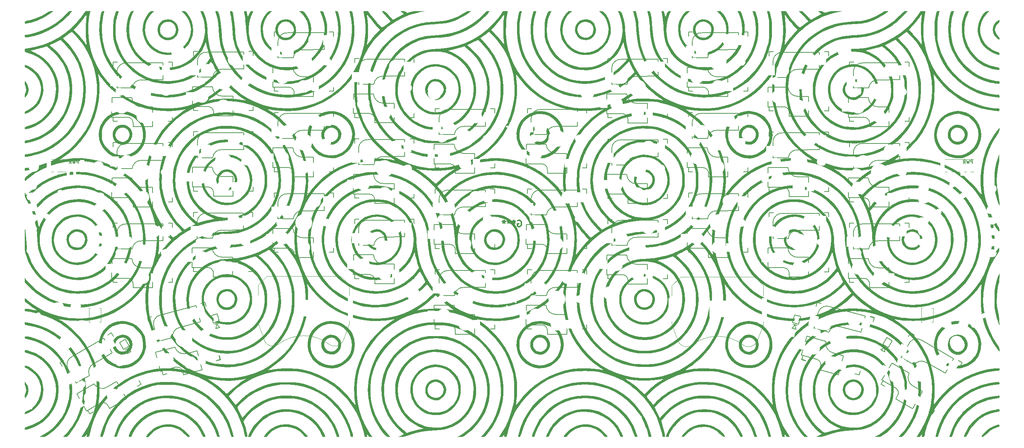
<source format=gbo>
G04 #@! TF.GenerationSoftware,KiCad,Pcbnew,(6.0.9)*
G04 #@! TF.CreationDate,2023-01-06T00:22:53-03:00*
G04 #@! TF.ProjectId,pulso - hybrid -rev2,70756c73-6f20-42d2-9068-796272696420,0.3*
G04 #@! TF.SameCoordinates,Original*
G04 #@! TF.FileFunction,Legend,Bot*
G04 #@! TF.FilePolarity,Positive*
%FSLAX46Y46*%
G04 Gerber Fmt 4.6, Leading zero omitted, Abs format (unit mm)*
G04 Created by KiCad (PCBNEW (6.0.9)) date 2023-01-06 00:22:53*
%MOMM*%
%LPD*%
G01*
G04 APERTURE LIST*
G04 Aperture macros list*
%AMRotRect*
0 Rectangle, with rotation*
0 The origin of the aperture is its center*
0 $1 length*
0 $2 width*
0 $3 Rotation angle, in degrees counterclockwise*
0 Add horizontal line*
21,1,$1,$2,0,0,$3*%
G04 Aperture macros list end*
%ADD10C,0.150000*%
%ADD11C,0.300000*%
%ADD12C,0.120000*%
%ADD13C,0.100000*%
%ADD14C,2.500000*%
%ADD15C,3.000000*%
%ADD16C,1.701800*%
%ADD17C,4.000000*%
%ADD18C,0.100000*%
%ADD19C,1.900000*%
%ADD20C,1.700000*%
%ADD21C,3.987800*%
%ADD22R,1.990000X2.470000*%
%ADD23R,1.730000X2.000000*%
%ADD24R,1.690000X2.020000*%
%ADD25R,1.970000X2.460000*%
%ADD26C,0.500000*%
%ADD27C,3.200000*%
%ADD28O,2.590000X1.790000*%
%ADD29O,2.580000X1.820000*%
%ADD30O,2.580000X1.810000*%
%ADD31O,2.580000X1.750000*%
%ADD32O,2.590000X1.780000*%
%ADD33O,2.580000X1.800000*%
%ADD34O,2.580000X1.830000*%
%ADD35O,2.490000X1.800000*%
%ADD36O,2.470000X1.810000*%
%ADD37O,2.450000X1.770000*%
%ADD38O,2.450000X1.730000*%
%ADD39O,2.430000X1.750000*%
%ADD40O,2.480000X1.800000*%
%ADD41O,2.490000X1.850000*%
%ADD42C,1.397000*%
%ADD43RotRect,1.990000X2.470000X150.000000*%
%ADD44RotRect,1.730000X2.000000X150.000000*%
%ADD45RotRect,1.970000X2.460000X150.000000*%
%ADD46RotRect,1.690000X2.020000X150.000000*%
%ADD47RotRect,1.990000X2.470000X165.000000*%
%ADD48RotRect,1.730000X2.000000X165.000000*%
%ADD49RotRect,1.970000X2.460000X165.000000*%
%ADD50RotRect,1.690000X2.020000X165.000000*%
%ADD51C,1.200000*%
%ADD52O,2.500000X1.700000*%
%ADD53R,1.700000X0.900000*%
%ADD54C,0.900000*%
%ADD55R,0.700000X1.000000*%
%ADD56R,1.000000X2.800000*%
%ADD57R,1.270000X5.080000*%
%ADD58R,3.960000X3.960000*%
%ADD59RotRect,1.990000X2.470000X15.000000*%
%ADD60RotRect,1.730000X2.000000X15.000000*%
%ADD61RotRect,1.970000X2.460000X15.000000*%
%ADD62RotRect,1.690000X2.020000X15.000000*%
%ADD63RotRect,1.990000X2.470000X30.000000*%
%ADD64RotRect,1.730000X2.000000X30.000000*%
%ADD65RotRect,1.970000X2.460000X30.000000*%
%ADD66RotRect,1.690000X2.020000X30.000000*%
G04 APERTURE END LIST*
D10*
X259582023Y-78661904D02*
X259582023Y-77861904D01*
X259277261Y-77861904D01*
X259201071Y-77900000D01*
X259162976Y-77938095D01*
X259124880Y-78014285D01*
X259124880Y-78128571D01*
X259162976Y-78204761D01*
X259201071Y-78242857D01*
X259277261Y-78280952D01*
X259582023Y-78280952D01*
X258858214Y-77861904D02*
X258667738Y-78661904D01*
X258515357Y-78090476D01*
X258362976Y-78661904D01*
X258172500Y-77861904D01*
X257410595Y-78661904D02*
X257677261Y-78280952D01*
X257867738Y-78661904D02*
X257867738Y-77861904D01*
X257562976Y-77861904D01*
X257486785Y-77900000D01*
X257448690Y-77938095D01*
X257410595Y-78014285D01*
X257410595Y-78128571D01*
X257448690Y-78204761D01*
X257486785Y-78242857D01*
X257562976Y-78280952D01*
X257867738Y-78280952D01*
X48763023Y-78696904D02*
X48763023Y-77896904D01*
X48458261Y-77896904D01*
X48382071Y-77935000D01*
X48343976Y-77973095D01*
X48305880Y-78049285D01*
X48305880Y-78163571D01*
X48343976Y-78239761D01*
X48382071Y-78277857D01*
X48458261Y-78315952D01*
X48763023Y-78315952D01*
X48039214Y-77896904D02*
X47848738Y-78696904D01*
X47696357Y-78125476D01*
X47543976Y-78696904D01*
X47353500Y-77896904D01*
X46591595Y-78696904D02*
X46858261Y-78315952D01*
X47048738Y-78696904D02*
X47048738Y-77896904D01*
X46743976Y-77896904D01*
X46667785Y-77935000D01*
X46629690Y-77973095D01*
X46591595Y-78049285D01*
X46591595Y-78163571D01*
X46629690Y-78239761D01*
X46667785Y-78277857D01*
X46743976Y-78315952D01*
X47048738Y-78315952D01*
D11*
X152367571Y-92138000D02*
X152512714Y-92065428D01*
X152730428Y-92065428D01*
X152948142Y-92138000D01*
X153093285Y-92283142D01*
X153165857Y-92428285D01*
X153238428Y-92718571D01*
X153238428Y-92936285D01*
X153165857Y-93226571D01*
X153093285Y-93371714D01*
X152948142Y-93516857D01*
X152730428Y-93589428D01*
X152585285Y-93589428D01*
X152367571Y-93516857D01*
X152295000Y-93444285D01*
X152295000Y-92936285D01*
X152585285Y-92936285D01*
X151424142Y-92065428D02*
X151424142Y-92428285D01*
X151787000Y-92283142D02*
X151424142Y-92428285D01*
X151061285Y-92283142D01*
X151641857Y-92718571D02*
X151424142Y-92428285D01*
X151206428Y-92718571D01*
X150263000Y-92065428D02*
X150263000Y-92428285D01*
X150625857Y-92283142D02*
X150263000Y-92428285D01*
X149900142Y-92283142D01*
X150480714Y-92718571D02*
X150263000Y-92428285D01*
X150045285Y-92718571D01*
X149101857Y-92065428D02*
X149101857Y-92428285D01*
X149464714Y-92283142D02*
X149101857Y-92428285D01*
X148739000Y-92283142D01*
X149319571Y-92718571D02*
X149101857Y-92428285D01*
X148884142Y-92718571D01*
D10*
X163900000Y-80950000D02*
X159350000Y-80950000D01*
X159345000Y-80225000D02*
X159345000Y-80925000D01*
X154625000Y-65725000D02*
X155625000Y-65725000D01*
X155525000Y-71829000D02*
X159135000Y-71829000D01*
X154625000Y-65725000D02*
X154625000Y-66725000D01*
X168625000Y-79725000D02*
X168625000Y-78725000D01*
X166425000Y-69875000D02*
X161375000Y-69921000D01*
X166425000Y-65921000D02*
X157800000Y-65921000D01*
X163900000Y-76300000D02*
X161350000Y-76300000D01*
X166425000Y-69829000D02*
X166425000Y-65921000D01*
X155625000Y-79725000D02*
X154625000Y-79725000D01*
X155525000Y-67875000D02*
X155525000Y-71820000D01*
X154625000Y-78725000D02*
X154625000Y-79725000D01*
X154350000Y-74125000D02*
X154325001Y-78725000D01*
X167625000Y-65725000D02*
X168625000Y-65725000D01*
X168625000Y-66725000D02*
X168625000Y-65725000D01*
X163925000Y-76324999D02*
X163925000Y-80925000D01*
X158125000Y-78750000D02*
X154350000Y-78750000D01*
X168625000Y-79725000D02*
X167625000Y-79725000D01*
X159050000Y-74100000D02*
X154350000Y-74100000D01*
X159345000Y-80175000D02*
G75*
G03*
X158125000Y-78755000I-1320000J100000D01*
G01*
X159055000Y-74125000D02*
G75*
G03*
X161425000Y-76295000I2270000J100000D01*
G01*
X161400000Y-69925001D02*
G75*
G03*
X159140001Y-71804999I-190001J-2069997D01*
G01*
X157800000Y-65921000D02*
G75*
G03*
X155536000Y-67805000I-190000J-2074000D01*
G01*
X212650000Y-85250000D02*
X211650000Y-85250000D01*
X223450000Y-75400000D02*
X218400000Y-75446000D01*
X224650000Y-71250000D02*
X225650000Y-71250000D01*
X215150000Y-84275000D02*
X211375000Y-84275000D01*
X225650000Y-85250000D02*
X224650000Y-85250000D01*
X220925000Y-81825000D02*
X218375000Y-81825000D01*
X211650000Y-71250000D02*
X211650000Y-72250000D01*
X211650000Y-71250000D02*
X212650000Y-71250000D01*
X212550000Y-73400000D02*
X212550000Y-77345000D01*
X211375000Y-79650000D02*
X211350001Y-84250000D01*
X223450000Y-75354000D02*
X223450000Y-71446000D01*
X216370000Y-85750000D02*
X216370000Y-86450000D01*
X225650000Y-72250000D02*
X225650000Y-71250000D01*
X220950000Y-81849999D02*
X220950000Y-86450000D01*
X223450000Y-71446000D02*
X214825000Y-71446000D01*
X225650000Y-85250000D02*
X225650000Y-84250000D01*
X212550000Y-77354000D02*
X216160000Y-77354000D01*
X220925000Y-86475000D02*
X216375000Y-86475000D01*
X211650000Y-84250000D02*
X211650000Y-85250000D01*
X216075000Y-79625000D02*
X211375000Y-79625000D01*
X218425000Y-75450001D02*
G75*
G03*
X216165001Y-77329999I-190001J-2069997D01*
G01*
X214825000Y-71446000D02*
G75*
G03*
X212561000Y-73330000I-190000J-2074000D01*
G01*
X216080000Y-79650000D02*
G75*
G03*
X218450000Y-81820000I2270000J100000D01*
G01*
X216370000Y-85700000D02*
G75*
G03*
X215150000Y-84280000I-1320000J100000D01*
G01*
X155625000Y-117725000D02*
X154625000Y-117725000D01*
X166425000Y-103921000D02*
X157800000Y-103921000D01*
X167625000Y-103725000D02*
X168625000Y-103725000D01*
X163900000Y-114300000D02*
X161350000Y-114300000D01*
X155525000Y-105875000D02*
X155525000Y-109820000D01*
X155525000Y-109829000D02*
X159135000Y-109829000D01*
X159345000Y-118225000D02*
X159345000Y-118925000D01*
X154625000Y-103725000D02*
X154625000Y-104725000D01*
X168625000Y-104725000D02*
X168625000Y-103725000D01*
X168625000Y-117725000D02*
X168625000Y-116725000D01*
X159050000Y-112100000D02*
X154350000Y-112100000D01*
X154625000Y-116725000D02*
X154625000Y-117725000D01*
X168625000Y-117725000D02*
X167625000Y-117725000D01*
X166425000Y-107829000D02*
X166425000Y-103921000D01*
X154625000Y-103725000D02*
X155625000Y-103725000D01*
X163900000Y-118950000D02*
X159350000Y-118950000D01*
X166425000Y-107875000D02*
X161375000Y-107921000D01*
X154350000Y-112125000D02*
X154325001Y-116725000D01*
X163925000Y-114324999D02*
X163925000Y-118925000D01*
X158125000Y-116750000D02*
X154350000Y-116750000D01*
X161400000Y-107925001D02*
G75*
G03*
X159140001Y-109804999I-190001J-2069997D01*
G01*
X159055000Y-112125000D02*
G75*
G03*
X161425000Y-114295000I2270000J100000D01*
G01*
X157800000Y-103921000D02*
G75*
G03*
X155536000Y-105805000I-190000J-2074000D01*
G01*
X159345000Y-118175000D02*
G75*
G03*
X158125000Y-116755000I-1320000J100000D01*
G01*
X56940000Y-73733000D02*
X57940000Y-73733000D01*
X66215000Y-88958000D02*
X61665000Y-88958000D01*
X57940000Y-87733000D02*
X56940000Y-87733000D01*
X57840000Y-79837000D02*
X61450000Y-79837000D01*
X66215000Y-84308000D02*
X63665000Y-84308000D01*
X70940000Y-87733000D02*
X70940000Y-86733000D01*
X68740000Y-77883000D02*
X63690000Y-77929000D01*
X61660000Y-88233000D02*
X61660000Y-88933000D01*
X69940000Y-73733000D02*
X70940000Y-73733000D01*
X61365000Y-82108000D02*
X56665000Y-82108000D01*
X60440000Y-86758000D02*
X56665000Y-86758000D01*
X57840000Y-75883000D02*
X57840000Y-79828000D01*
X66240000Y-84332999D02*
X66240000Y-88933000D01*
X68740000Y-77837000D02*
X68740000Y-73929000D01*
X56940000Y-86733000D02*
X56940000Y-87733000D01*
X68740000Y-73929000D02*
X60115000Y-73929000D01*
X70940000Y-74733000D02*
X70940000Y-73733000D01*
X56940000Y-73733000D02*
X56940000Y-74733000D01*
X56665000Y-82133000D02*
X56640001Y-86733000D01*
X70940000Y-87733000D02*
X69940000Y-87733000D01*
X60115000Y-73929000D02*
G75*
G03*
X57851000Y-75813000I-190000J-2074000D01*
G01*
X61370000Y-82133000D02*
G75*
G03*
X63740000Y-84303000I2270000J100000D01*
G01*
X61660000Y-88183000D02*
G75*
G03*
X60440000Y-86763000I-1320000J100000D01*
G01*
X63715000Y-77933001D02*
G75*
G03*
X61455001Y-79812999I-190001J-2069997D01*
G01*
X223450000Y-52446000D02*
X214825000Y-52446000D01*
X220925000Y-67475000D02*
X216375000Y-67475000D01*
X211650000Y-52250000D02*
X212650000Y-52250000D01*
X220950000Y-62849999D02*
X220950000Y-67450000D01*
X212550000Y-58354000D02*
X216160000Y-58354000D01*
X212550000Y-54400000D02*
X212550000Y-58345000D01*
X225650000Y-66250000D02*
X225650000Y-65250000D01*
X225650000Y-66250000D02*
X224650000Y-66250000D01*
X225650000Y-53250000D02*
X225650000Y-52250000D01*
X223450000Y-56400000D02*
X218400000Y-56446000D01*
X211650000Y-52250000D02*
X211650000Y-53250000D01*
X216370000Y-66750000D02*
X216370000Y-67450000D01*
X223450000Y-56354000D02*
X223450000Y-52446000D01*
X215150000Y-65275000D02*
X211375000Y-65275000D01*
X211650000Y-65250000D02*
X211650000Y-66250000D01*
X216075000Y-60625000D02*
X211375000Y-60625000D01*
X224650000Y-52250000D02*
X225650000Y-52250000D01*
X212650000Y-66250000D02*
X211650000Y-66250000D01*
X220925000Y-62825000D02*
X218375000Y-62825000D01*
X211375000Y-60650000D02*
X211350001Y-65250000D01*
X218425000Y-56450001D02*
G75*
G03*
X216165001Y-58329999I-190001J-2069997D01*
G01*
X216080000Y-60650000D02*
G75*
G03*
X218450000Y-62820000I2270000J100000D01*
G01*
X214825000Y-52446000D02*
G75*
G03*
X212561000Y-54330000I-190000J-2074000D01*
G01*
X216370000Y-66700000D02*
G75*
G03*
X215150000Y-65280000I-1320000J100000D01*
G01*
X242405000Y-92929000D02*
X233780000Y-92929000D01*
X230605000Y-92733000D02*
X230605000Y-93733000D01*
X242405000Y-96837000D02*
X242405000Y-92929000D01*
X234105000Y-105758000D02*
X230330000Y-105758000D01*
X244605000Y-106733000D02*
X243605000Y-106733000D01*
X231605000Y-106733000D02*
X230605000Y-106733000D01*
X235030000Y-101108000D02*
X230330000Y-101108000D01*
X230605000Y-105733000D02*
X230605000Y-106733000D01*
X230605000Y-92733000D02*
X231605000Y-92733000D01*
X231505000Y-94883000D02*
X231505000Y-98828000D01*
X230330000Y-101133000D02*
X230305001Y-105733000D01*
X239905000Y-103332999D02*
X239905000Y-107933000D01*
X242405000Y-96883000D02*
X237355000Y-96929000D01*
X243605000Y-92733000D02*
X244605000Y-92733000D01*
X244605000Y-93733000D02*
X244605000Y-92733000D01*
X235325000Y-107233000D02*
X235325000Y-107933000D01*
X239880000Y-103308000D02*
X237330000Y-103308000D01*
X239880000Y-107958000D02*
X235330000Y-107958000D01*
X244605000Y-106733000D02*
X244605000Y-105733000D01*
X231505000Y-98837000D02*
X235115000Y-98837000D01*
X237380000Y-96933001D02*
G75*
G03*
X235120001Y-98812999I-190001J-2069997D01*
G01*
X235035000Y-101133000D02*
G75*
G03*
X237405000Y-103303000I2270000J100000D01*
G01*
X235325000Y-107183000D02*
G75*
G03*
X234105000Y-105763000I-1320000J100000D01*
G01*
X233780000Y-92929000D02*
G75*
G03*
X231516000Y-94813000I-190000J-2074000D01*
G01*
X99345000Y-56000000D02*
X94645000Y-56000000D01*
X104195000Y-62850000D02*
X99645000Y-62850000D01*
X95820000Y-49775000D02*
X95820000Y-53720000D01*
X95820000Y-53729000D02*
X99430000Y-53729000D01*
X104195000Y-58200000D02*
X101645000Y-58200000D01*
X94920000Y-60625000D02*
X94920000Y-61625000D01*
X108920000Y-48625000D02*
X108920000Y-47625000D01*
X104220000Y-58224999D02*
X104220000Y-62825000D01*
X108920000Y-61625000D02*
X108920000Y-60625000D01*
X99640000Y-62125000D02*
X99640000Y-62825000D01*
X94920000Y-47625000D02*
X95920000Y-47625000D01*
X94645000Y-56025000D02*
X94620001Y-60625000D01*
X107920000Y-47625000D02*
X108920000Y-47625000D01*
X108920000Y-61625000D02*
X107920000Y-61625000D01*
X95920000Y-61625000D02*
X94920000Y-61625000D01*
X106720000Y-51775000D02*
X101670000Y-51821000D01*
X94920000Y-47625000D02*
X94920000Y-48625000D01*
X106720000Y-47821000D02*
X98095000Y-47821000D01*
X106720000Y-51729000D02*
X106720000Y-47821000D01*
X98420000Y-60650000D02*
X94645000Y-60650000D01*
X99350000Y-56025000D02*
G75*
G03*
X101720000Y-58195000I2270000J100000D01*
G01*
X98095000Y-47821000D02*
G75*
G03*
X95831000Y-49705000I-190000J-2074000D01*
G01*
X99640000Y-62075000D02*
G75*
G03*
X98420000Y-60655000I-1320000J100000D01*
G01*
X101695000Y-51825001D02*
G75*
G03*
X99435001Y-53704999I-190001J-2069997D01*
G01*
X76820000Y-54343000D02*
X76820000Y-58288000D01*
X76820000Y-58297000D02*
X80430000Y-58297000D01*
X87720000Y-56343000D02*
X82670000Y-56389000D01*
X76920000Y-66193000D02*
X75920000Y-66193000D01*
X80640000Y-66693000D02*
X80640000Y-67393000D01*
X80345000Y-60568000D02*
X75645000Y-60568000D01*
X75920000Y-52193000D02*
X75920000Y-53193000D01*
X75645000Y-60593000D02*
X75620001Y-65193000D01*
X89920000Y-66193000D02*
X88920000Y-66193000D01*
X85195000Y-67418000D02*
X80645000Y-67418000D01*
X75920000Y-52193000D02*
X76920000Y-52193000D01*
X89920000Y-53193000D02*
X89920000Y-52193000D01*
X89920000Y-66193000D02*
X89920000Y-65193000D01*
X87720000Y-52389000D02*
X79095000Y-52389000D01*
X85195000Y-62768000D02*
X82645000Y-62768000D01*
X75920000Y-65193000D02*
X75920000Y-66193000D01*
X79420000Y-65218000D02*
X75645000Y-65218000D01*
X85220000Y-62792999D02*
X85220000Y-67393000D01*
X87720000Y-56297000D02*
X87720000Y-52389000D01*
X88920000Y-52193000D02*
X89920000Y-52193000D01*
X82695000Y-56393001D02*
G75*
G03*
X80435001Y-58272999I-190001J-2069997D01*
G01*
X80640000Y-66643000D02*
G75*
G03*
X79420000Y-65223000I-1320000J100000D01*
G01*
X80350000Y-60593000D02*
G75*
G03*
X82720000Y-62763000I2270000J100000D01*
G01*
X79095000Y-52389000D02*
G75*
G03*
X76831000Y-54273000I-190000J-2074000D01*
G01*
X94920000Y-98625000D02*
X94920000Y-99625000D01*
X106720000Y-89775000D02*
X101670000Y-89821000D01*
X107920000Y-85625000D02*
X108920000Y-85625000D01*
X104220000Y-96224999D02*
X104220000Y-100825000D01*
X95920000Y-99625000D02*
X94920000Y-99625000D01*
X94645000Y-94025000D02*
X94620001Y-98625000D01*
X99345000Y-94000000D02*
X94645000Y-94000000D01*
X104195000Y-100850000D02*
X99645000Y-100850000D01*
X95820000Y-87775000D02*
X95820000Y-91720000D01*
X108920000Y-99625000D02*
X108920000Y-98625000D01*
X106720000Y-89729000D02*
X106720000Y-85821000D01*
X95820000Y-91729000D02*
X99430000Y-91729000D01*
X98420000Y-98650000D02*
X94645000Y-98650000D01*
X94920000Y-85625000D02*
X95920000Y-85625000D01*
X106720000Y-85821000D02*
X98095000Y-85821000D01*
X108920000Y-99625000D02*
X107920000Y-99625000D01*
X108920000Y-86625000D02*
X108920000Y-85625000D01*
X94920000Y-85625000D02*
X94920000Y-86625000D01*
X104195000Y-96200000D02*
X101645000Y-96200000D01*
X99640000Y-100125000D02*
X99640000Y-100825000D01*
X98095000Y-85821000D02*
G75*
G03*
X95831000Y-87705000I-190000J-2074000D01*
G01*
X99350000Y-94025000D02*
G75*
G03*
X101720000Y-96195000I2270000J100000D01*
G01*
X99640000Y-100075000D02*
G75*
G03*
X98420000Y-98655000I-1320000J100000D01*
G01*
X101695000Y-89825001D02*
G75*
G03*
X99435001Y-91704999I-190001J-2069997D01*
G01*
X185427500Y-57991500D02*
X185427500Y-54083500D01*
X178347500Y-68387500D02*
X178347500Y-69087500D01*
X173627500Y-53887500D02*
X174627500Y-53887500D01*
X182902500Y-64462500D02*
X180352500Y-64462500D01*
X174527500Y-59991500D02*
X178137500Y-59991500D01*
X173627500Y-66887500D02*
X173627500Y-67887500D01*
X185427500Y-54083500D02*
X176802500Y-54083500D01*
X186627500Y-53887500D02*
X187627500Y-53887500D01*
X182902500Y-69112500D02*
X178352500Y-69112500D01*
X187627500Y-67887500D02*
X187627500Y-66887500D01*
X173352500Y-62287500D02*
X173327501Y-66887500D01*
X177127500Y-66912500D02*
X173352500Y-66912500D01*
X174627500Y-67887500D02*
X173627500Y-67887500D01*
X187627500Y-54887500D02*
X187627500Y-53887500D01*
X185427500Y-58037500D02*
X180377500Y-58083500D01*
X174527500Y-56037500D02*
X174527500Y-59982500D01*
X182927500Y-64487499D02*
X182927500Y-69087500D01*
X187627500Y-67887500D02*
X186627500Y-67887500D01*
X178052500Y-62262500D02*
X173352500Y-62262500D01*
X173627500Y-53887500D02*
X173627500Y-54887500D01*
X176802500Y-54083500D02*
G75*
G03*
X174538500Y-55967500I-190000J-2074000D01*
G01*
X178347500Y-68337500D02*
G75*
G03*
X177127500Y-66917500I-1320000J100000D01*
G01*
X178057500Y-62287500D02*
G75*
G03*
X180427500Y-64457500I2270000J100000D01*
G01*
X180402500Y-58087501D02*
G75*
G03*
X178142501Y-59967499I-190001J-2069997D01*
G01*
X244717245Y-120978777D02*
X242744745Y-124395247D01*
X238512822Y-129925152D02*
X238012822Y-130791178D01*
X250137178Y-137791178D02*
X249271152Y-137291178D01*
X256637178Y-126532848D02*
X257137178Y-125666822D01*
X242740245Y-124403041D02*
X245866597Y-126208041D01*
X247766859Y-132496691D02*
X245466858Y-136480408D01*
X238512822Y-129925152D02*
X238012822Y-130791178D01*
X241531411Y-131696803D02*
X238262165Y-129809303D01*
X238878848Y-131291178D02*
X238012822Y-130791178D01*
X245012822Y-118666822D02*
X244512822Y-119532848D01*
X256271152Y-125166822D02*
X257137178Y-125666822D01*
X241850462Y-133584191D02*
X241500462Y-134190408D01*
X244657485Y-128132285D02*
X240587165Y-125782285D01*
X245012822Y-118666822D02*
X244512822Y-119532848D01*
X247757708Y-132462541D02*
X245549343Y-131187541D01*
X255133922Y-124736563D02*
X247664453Y-120424063D01*
X245012822Y-118666822D02*
X245878848Y-119166822D01*
X250137178Y-137791178D02*
X250637178Y-136925152D01*
X256637178Y-126532848D02*
X257137178Y-125666822D01*
X238878848Y-131291178D02*
X238012822Y-130791178D01*
X250137178Y-137791178D02*
X250637178Y-136925152D01*
X250137178Y-137791178D02*
X249271152Y-137291178D01*
X256271152Y-125166822D02*
X257137178Y-125666822D01*
X245432708Y-136489559D02*
X241492292Y-134214559D01*
X253179922Y-128120990D02*
X255133922Y-124736563D01*
X253156922Y-128160828D02*
X248760494Y-125675665D01*
X240574665Y-125803936D02*
X238253015Y-129775153D01*
X245012822Y-118666822D02*
X245878848Y-119166822D01*
X241875463Y-133540890D02*
G75*
G03*
X241528911Y-131701133I-1093154J746603D01*
G01*
X247664453Y-120424063D02*
G75*
G03*
X244761771Y-120923655I-1201545J-1701137D01*
G01*
X248780145Y-125691628D02*
G75*
G03*
X245882928Y-126189756I-1199545J-1697671D01*
G01*
X244649314Y-128156435D02*
G75*
G03*
X245616795Y-131220711I2015878J-1048398D01*
G01*
X236204324Y-116016931D02*
X236463143Y-115051005D01*
X219575534Y-123984574D02*
X219316715Y-124950500D01*
X235504288Y-114804433D02*
X236470214Y-115063253D01*
X223746475Y-126655089D02*
X223565302Y-127331237D01*
X222949804Y-124914589D02*
X219303434Y-123937547D01*
X219582605Y-123996822D02*
X219323786Y-124962747D01*
X232846747Y-128586214D02*
X231880822Y-128327395D01*
X225046794Y-120662442D02*
X220506942Y-119445992D01*
X222940181Y-111427538D02*
X222681362Y-112393464D01*
X222940181Y-111427538D02*
X223906107Y-111686357D01*
X232839676Y-128573967D02*
X233098495Y-127608041D01*
X233275913Y-118445763D02*
X234287378Y-114670925D01*
X229162132Y-124042751D02*
X226699021Y-123382762D01*
X223253054Y-113737216D02*
X222232013Y-117547794D01*
X227958624Y-128534306D02*
X223563661Y-127356679D01*
X220282641Y-125209319D02*
X219316715Y-124950500D01*
X232846747Y-128586214D02*
X233105567Y-127620288D01*
X236211395Y-116029178D02*
X236470214Y-115063253D01*
X232839676Y-128573967D02*
X231873751Y-128315148D01*
X222947253Y-111439786D02*
X223913178Y-111698605D01*
X233264007Y-118490195D02*
X228374176Y-117227592D01*
X222229683Y-117556487D02*
X225716675Y-118490824D01*
X220289712Y-125221567D02*
X219323786Y-124962747D01*
X235497217Y-114792186D02*
X236463143Y-115051005D01*
X220500472Y-119470140D02*
X219285757Y-123906929D01*
X222947253Y-111439786D02*
X222688433Y-112405712D01*
X234287378Y-114670925D02*
X225956267Y-112438610D01*
X229179810Y-124073368D02*
X227989242Y-128516628D01*
X223759416Y-126606793D02*
G75*
G03*
X222948510Y-124919419I-1249140J438234D01*
G01*
X228397289Y-117237927D02*
G75*
G03*
X225727718Y-118468935I-719282J-1950288D01*
G01*
X225045152Y-120687884D02*
G75*
G03*
X226772760Y-123397344I2218534J-490926D01*
G01*
X225956267Y-112438610D02*
G75*
G03*
X223281796Y-113672448I-720316J-1954155D01*
G01*
X192625000Y-79625000D02*
X192625000Y-80625000D01*
X196125000Y-79650000D02*
X192350000Y-79650000D01*
X197345000Y-81125000D02*
X197345000Y-81825000D01*
X197050000Y-75000000D02*
X192350000Y-75000000D01*
X204425000Y-70775000D02*
X199375000Y-70821000D01*
X201900000Y-77200000D02*
X199350000Y-77200000D01*
X192625000Y-66625000D02*
X193625000Y-66625000D01*
X206625000Y-67625000D02*
X206625000Y-66625000D01*
X193525000Y-68775000D02*
X193525000Y-72720000D01*
X204425000Y-70729000D02*
X204425000Y-66821000D01*
X206625000Y-80625000D02*
X206625000Y-79625000D01*
X201900000Y-81850000D02*
X197350000Y-81850000D01*
X193625000Y-80625000D02*
X192625000Y-80625000D01*
X192350000Y-75025000D02*
X192325001Y-79625000D01*
X206625000Y-80625000D02*
X205625000Y-80625000D01*
X204425000Y-66821000D02*
X195800000Y-66821000D01*
X205625000Y-66625000D02*
X206625000Y-66625000D01*
X192625000Y-66625000D02*
X192625000Y-67625000D01*
X193525000Y-72729000D02*
X197135000Y-72729000D01*
X201925000Y-77224999D02*
X201925000Y-81825000D01*
X195800000Y-66821000D02*
G75*
G03*
X193536000Y-68705000I-190000J-2074000D01*
G01*
X197055000Y-75025000D02*
G75*
G03*
X199425000Y-77195000I2270000J100000D01*
G01*
X199400000Y-70825001D02*
G75*
G03*
X197140001Y-72704999I-190001J-2069997D01*
G01*
X197345000Y-81075000D02*
G75*
G03*
X196125000Y-79655000I-1320000J100000D01*
G01*
X56940000Y-92733000D02*
X56940000Y-93733000D01*
X56940000Y-105733000D02*
X56940000Y-106733000D01*
X56665000Y-101133000D02*
X56640001Y-105733000D01*
X70940000Y-93733000D02*
X70940000Y-92733000D01*
X66215000Y-107958000D02*
X61665000Y-107958000D01*
X70940000Y-106733000D02*
X70940000Y-105733000D01*
X61660000Y-107233000D02*
X61660000Y-107933000D01*
X57840000Y-94883000D02*
X57840000Y-98828000D01*
X57840000Y-98837000D02*
X61450000Y-98837000D01*
X61365000Y-101108000D02*
X56665000Y-101108000D01*
X68740000Y-96883000D02*
X63690000Y-96929000D01*
X70940000Y-106733000D02*
X69940000Y-106733000D01*
X68740000Y-92929000D02*
X60115000Y-92929000D01*
X66240000Y-103332999D02*
X66240000Y-107933000D01*
X57940000Y-106733000D02*
X56940000Y-106733000D01*
X66215000Y-103308000D02*
X63665000Y-103308000D01*
X69940000Y-92733000D02*
X70940000Y-92733000D01*
X68740000Y-96837000D02*
X68740000Y-92929000D01*
X56940000Y-92733000D02*
X57940000Y-92733000D01*
X60440000Y-105758000D02*
X56665000Y-105758000D01*
X60115000Y-92929000D02*
G75*
G03*
X57851000Y-94813000I-190000J-2074000D01*
G01*
X63715000Y-96933001D02*
G75*
G03*
X61455001Y-98812999I-190001J-2069997D01*
G01*
X61370000Y-101133000D02*
G75*
G03*
X63740000Y-103303000I2270000J100000D01*
G01*
X61660000Y-107183000D02*
G75*
G03*
X60440000Y-105763000I-1320000J100000D01*
G01*
X146920000Y-79725000D02*
X145920000Y-79725000D01*
X137345000Y-74100000D02*
X132645000Y-74100000D01*
X132920000Y-65725000D02*
X133920000Y-65725000D01*
X133820000Y-67875000D02*
X133820000Y-71820000D01*
X136420000Y-78750000D02*
X132645000Y-78750000D01*
X142195000Y-80950000D02*
X137645000Y-80950000D01*
X137640000Y-80225000D02*
X137640000Y-80925000D01*
X132920000Y-78725000D02*
X132920000Y-79725000D01*
X146920000Y-79725000D02*
X146920000Y-78725000D01*
X144720000Y-65921000D02*
X136095000Y-65921000D01*
X142220000Y-76324999D02*
X142220000Y-80925000D01*
X142195000Y-76300000D02*
X139645000Y-76300000D01*
X132920000Y-65725000D02*
X132920000Y-66725000D01*
X145920000Y-65725000D02*
X146920000Y-65725000D01*
X132645000Y-74125000D02*
X132620001Y-78725000D01*
X144720000Y-69829000D02*
X144720000Y-65921000D01*
X133820000Y-71829000D02*
X137430000Y-71829000D01*
X133920000Y-79725000D02*
X132920000Y-79725000D01*
X146920000Y-66725000D02*
X146920000Y-65725000D01*
X144720000Y-69875000D02*
X139670000Y-69921000D01*
X137350000Y-74125000D02*
G75*
G03*
X139720000Y-76295000I2270000J100000D01*
G01*
X136095000Y-65921000D02*
G75*
G03*
X133831000Y-67805000I-190000J-2074000D01*
G01*
X139695000Y-69925001D02*
G75*
G03*
X137435001Y-71804999I-190001J-2069997D01*
G01*
X137640000Y-80175000D02*
G75*
G03*
X136420000Y-78755000I-1320000J100000D01*
G01*
X182902500Y-83462500D02*
X180352500Y-83462500D01*
X187627500Y-73887500D02*
X187627500Y-72887500D01*
X173627500Y-72887500D02*
X173627500Y-73887500D01*
X178347500Y-87387500D02*
X178347500Y-88087500D01*
X185427500Y-73083500D02*
X176802500Y-73083500D01*
X185427500Y-76991500D02*
X185427500Y-73083500D01*
X174627500Y-86887500D02*
X173627500Y-86887500D01*
X178052500Y-81262500D02*
X173352500Y-81262500D01*
X173627500Y-85887500D02*
X173627500Y-86887500D01*
X174527500Y-78991500D02*
X178137500Y-78991500D01*
X182927500Y-83487499D02*
X182927500Y-88087500D01*
X174527500Y-75037500D02*
X174527500Y-78982500D01*
X185427500Y-77037500D02*
X180377500Y-77083500D01*
X173627500Y-72887500D02*
X174627500Y-72887500D01*
X187627500Y-86887500D02*
X187627500Y-85887500D01*
X187627500Y-86887500D02*
X186627500Y-86887500D01*
X177127500Y-85912500D02*
X173352500Y-85912500D01*
X173352500Y-81287500D02*
X173327501Y-85887500D01*
X182902500Y-88112500D02*
X178352500Y-88112500D01*
X186627500Y-72887500D02*
X187627500Y-72887500D01*
X176802500Y-73083500D02*
G75*
G03*
X174538500Y-74967500I-190000J-2074000D01*
G01*
X178057500Y-81287500D02*
G75*
G03*
X180427500Y-83457500I2270000J100000D01*
G01*
X178347500Y-87337500D02*
G75*
G03*
X177127500Y-85917500I-1320000J100000D01*
G01*
X180402500Y-77087501D02*
G75*
G03*
X178142501Y-78967499I-190001J-2069997D01*
G01*
X238857685Y-123133342D02*
X238874672Y-122103919D01*
X239749191Y-122089207D02*
X240674191Y-120487060D01*
X240674191Y-120487060D02*
X239375153Y-119737060D01*
X239375153Y-119737060D02*
X238450153Y-121339207D01*
X238491659Y-121767316D02*
X239357685Y-122267316D01*
X239749191Y-122089207D02*
X238450153Y-121339207D01*
X237991659Y-122633342D02*
X238857685Y-123133342D01*
X238874672Y-122103919D02*
X237991659Y-122633342D01*
X118345000Y-100225000D02*
X113645000Y-100225000D01*
X114820000Y-94000000D02*
X114820000Y-97945000D01*
X118640000Y-106350000D02*
X118640000Y-107050000D01*
X114820000Y-97954000D02*
X118430000Y-97954000D01*
X113920000Y-91850000D02*
X113920000Y-92850000D01*
X127920000Y-92850000D02*
X127920000Y-91850000D01*
X123195000Y-102425000D02*
X120645000Y-102425000D01*
X126920000Y-91850000D02*
X127920000Y-91850000D01*
X123220000Y-102449999D02*
X123220000Y-107050000D01*
X117420000Y-104875000D02*
X113645000Y-104875000D01*
X113920000Y-91850000D02*
X114920000Y-91850000D01*
X114920000Y-105850000D02*
X113920000Y-105850000D01*
X125720000Y-92046000D02*
X117095000Y-92046000D01*
X125720000Y-96000000D02*
X120670000Y-96046000D01*
X127920000Y-105850000D02*
X126920000Y-105850000D01*
X113920000Y-104850000D02*
X113920000Y-105850000D01*
X113645000Y-100250000D02*
X113620001Y-104850000D01*
X125720000Y-95954000D02*
X125720000Y-92046000D01*
X127920000Y-105850000D02*
X127920000Y-104850000D01*
X123195000Y-107075000D02*
X118645000Y-107075000D01*
X118350000Y-100250000D02*
G75*
G03*
X120720000Y-102420000I2270000J100000D01*
G01*
X120695000Y-96050001D02*
G75*
G03*
X118435001Y-97929999I-190001J-2069997D01*
G01*
X118640000Y-106300000D02*
G75*
G03*
X117420000Y-104880000I-1320000J100000D01*
G01*
X117095000Y-92046000D02*
G75*
G03*
X114831000Y-93930000I-190000J-2074000D01*
G01*
X82112372Y-117353553D02*
X81396472Y-116613630D01*
X80887628Y-116646447D02*
X81853553Y-116387628D01*
X81146447Y-117612372D02*
X82112372Y-117353553D01*
X82004448Y-115984849D02*
X81525633Y-114197886D01*
X80076744Y-114586115D02*
X80555559Y-116373077D01*
X82004448Y-115984849D02*
X80555559Y-116373077D01*
X81525633Y-114197886D02*
X80076744Y-114586115D01*
X81396472Y-116613630D02*
X81146447Y-117612372D01*
X145920000Y-103725000D02*
X146920000Y-103725000D01*
X137640000Y-118225000D02*
X137640000Y-118925000D01*
X142195000Y-114300000D02*
X139645000Y-114300000D01*
X144720000Y-103921000D02*
X136095000Y-103921000D01*
X146920000Y-117725000D02*
X146920000Y-116725000D01*
X142220000Y-114324999D02*
X142220000Y-118925000D01*
X137345000Y-112100000D02*
X132645000Y-112100000D01*
X133920000Y-117725000D02*
X132920000Y-117725000D01*
X142195000Y-118950000D02*
X137645000Y-118950000D01*
X146920000Y-104725000D02*
X146920000Y-103725000D01*
X144720000Y-107829000D02*
X144720000Y-103921000D01*
X136420000Y-116750000D02*
X132645000Y-116750000D01*
X133820000Y-105875000D02*
X133820000Y-109820000D01*
X144720000Y-107875000D02*
X139670000Y-107921000D01*
X132920000Y-103725000D02*
X132920000Y-104725000D01*
X133820000Y-109829000D02*
X137430000Y-109829000D01*
X146920000Y-117725000D02*
X145920000Y-117725000D01*
X132920000Y-116725000D02*
X132920000Y-117725000D01*
X132920000Y-103725000D02*
X133920000Y-103725000D01*
X132645000Y-112125000D02*
X132620001Y-116725000D01*
X139695000Y-107925001D02*
G75*
G03*
X137435001Y-109804999I-190001J-2069997D01*
G01*
X136095000Y-103921000D02*
G75*
G03*
X133831000Y-105805000I-190000J-2074000D01*
G01*
X137350000Y-112125000D02*
G75*
G03*
X139720000Y-114295000I2270000J100000D01*
G01*
X137640000Y-118175000D02*
G75*
G03*
X136420000Y-116755000I-1320000J100000D01*
G01*
X219067354Y-114792018D02*
X217618465Y-114403789D01*
X217031726Y-117559456D02*
X217997651Y-117818275D01*
X218588539Y-116578980D02*
X219067354Y-114792018D01*
X218588539Y-116578980D02*
X217139650Y-116190752D01*
X217290545Y-116593531D02*
X218256470Y-116852350D01*
X217997651Y-117818275D02*
X217747626Y-116819533D01*
X217747626Y-116819533D02*
X217031726Y-117559456D01*
X217618465Y-114403789D02*
X217139650Y-116190752D01*
X133820000Y-86875000D02*
X133820000Y-90820000D01*
X132920000Y-84725000D02*
X133920000Y-84725000D01*
X142195000Y-95300000D02*
X139645000Y-95300000D01*
X137640000Y-99225000D02*
X137640000Y-99925000D01*
X144720000Y-84921000D02*
X136095000Y-84921000D01*
X146920000Y-98725000D02*
X146920000Y-97725000D01*
X133920000Y-98725000D02*
X132920000Y-98725000D01*
X132920000Y-84725000D02*
X132920000Y-85725000D01*
X145920000Y-84725000D02*
X146920000Y-84725000D01*
X137345000Y-93100000D02*
X132645000Y-93100000D01*
X142220000Y-95324999D02*
X142220000Y-99925000D01*
X136420000Y-97750000D02*
X132645000Y-97750000D01*
X144720000Y-88829000D02*
X144720000Y-84921000D01*
X146920000Y-85725000D02*
X146920000Y-84725000D01*
X132645000Y-93125000D02*
X132620001Y-97725000D01*
X133820000Y-90829000D02*
X137430000Y-90829000D01*
X146920000Y-98725000D02*
X145920000Y-98725000D01*
X144720000Y-88875000D02*
X139670000Y-88921000D01*
X142195000Y-99950000D02*
X137645000Y-99950000D01*
X132920000Y-97725000D02*
X132920000Y-98725000D01*
X137640000Y-99175000D02*
G75*
G03*
X136420000Y-97755000I-1320000J100000D01*
G01*
X139695000Y-88925001D02*
G75*
G03*
X137435001Y-90804999I-190001J-2069997D01*
G01*
X137350000Y-93125000D02*
G75*
G03*
X139720000Y-95295000I2270000J100000D01*
G01*
X136095000Y-84921000D02*
G75*
G03*
X133831000Y-86805000I-190000J-2074000D01*
G01*
X211650000Y-103250000D02*
X211650000Y-104250000D01*
X212550000Y-96354000D02*
X216160000Y-96354000D01*
X211375000Y-98650000D02*
X211350001Y-103250000D01*
X225650000Y-104250000D02*
X225650000Y-103250000D01*
X223450000Y-90446000D02*
X214825000Y-90446000D01*
X225650000Y-104250000D02*
X224650000Y-104250000D01*
X212650000Y-104250000D02*
X211650000Y-104250000D01*
X215150000Y-103275000D02*
X211375000Y-103275000D01*
X220925000Y-105475000D02*
X216375000Y-105475000D01*
X216075000Y-98625000D02*
X211375000Y-98625000D01*
X220950000Y-100849999D02*
X220950000Y-105450000D01*
X223450000Y-94354000D02*
X223450000Y-90446000D01*
X211650000Y-90250000D02*
X212650000Y-90250000D01*
X225650000Y-91250000D02*
X225650000Y-90250000D01*
X211650000Y-90250000D02*
X211650000Y-91250000D01*
X223450000Y-94400000D02*
X218400000Y-94446000D01*
X216370000Y-104750000D02*
X216370000Y-105450000D01*
X212550000Y-92400000D02*
X212550000Y-96345000D01*
X220925000Y-100825000D02*
X218375000Y-100825000D01*
X224650000Y-90250000D02*
X225650000Y-90250000D01*
X214825000Y-90446000D02*
G75*
G03*
X212561000Y-92330000I-190000J-2074000D01*
G01*
X218425000Y-94450001D02*
G75*
G03*
X216165001Y-96329999I-190001J-2069997D01*
G01*
X216370000Y-104700000D02*
G75*
G03*
X215150000Y-103280000I-1320000J100000D01*
G01*
X216080000Y-98650000D02*
G75*
G03*
X218450000Y-100820000I2270000J100000D01*
G01*
X106720000Y-70775000D02*
X101670000Y-70821000D01*
X108920000Y-80625000D02*
X108920000Y-79625000D01*
X95820000Y-68775000D02*
X95820000Y-72720000D01*
X94645000Y-75025000D02*
X94620001Y-79625000D01*
X98420000Y-79650000D02*
X94645000Y-79650000D01*
X95820000Y-72729000D02*
X99430000Y-72729000D01*
X106720000Y-66821000D02*
X98095000Y-66821000D01*
X99640000Y-81125000D02*
X99640000Y-81825000D01*
X99345000Y-75000000D02*
X94645000Y-75000000D01*
X94920000Y-66625000D02*
X95920000Y-66625000D01*
X104195000Y-81850000D02*
X99645000Y-81850000D01*
X107920000Y-66625000D02*
X108920000Y-66625000D01*
X94920000Y-79625000D02*
X94920000Y-80625000D01*
X108920000Y-80625000D02*
X107920000Y-80625000D01*
X106720000Y-70729000D02*
X106720000Y-66821000D01*
X104195000Y-77200000D02*
X101645000Y-77200000D01*
X95920000Y-80625000D02*
X94920000Y-80625000D01*
X108920000Y-67625000D02*
X108920000Y-66625000D01*
X94920000Y-66625000D02*
X94920000Y-67625000D01*
X104220000Y-77224999D02*
X104220000Y-81825000D01*
X99350000Y-75025000D02*
G75*
G03*
X101720000Y-77195000I2270000J100000D01*
G01*
X101695000Y-70825001D02*
G75*
G03*
X99435001Y-72704999I-190001J-2069997D01*
G01*
X99640000Y-81075000D02*
G75*
G03*
X98420000Y-79655000I-1320000J100000D01*
G01*
X98095000Y-66821000D02*
G75*
G03*
X95831000Y-68705000I-190000J-2074000D01*
G01*
X192350000Y-94025000D02*
X192325001Y-98625000D01*
X206625000Y-86625000D02*
X206625000Y-85625000D01*
X201900000Y-96200000D02*
X199350000Y-96200000D01*
X201925000Y-96224999D02*
X201925000Y-100825000D01*
X193525000Y-91729000D02*
X197135000Y-91729000D01*
X204425000Y-89729000D02*
X204425000Y-85821000D01*
X204425000Y-89775000D02*
X199375000Y-89821000D01*
X206625000Y-99625000D02*
X205625000Y-99625000D01*
X197050000Y-94000000D02*
X192350000Y-94000000D01*
X201900000Y-100850000D02*
X197350000Y-100850000D01*
X206625000Y-99625000D02*
X206625000Y-98625000D01*
X192625000Y-85625000D02*
X192625000Y-86625000D01*
X193625000Y-99625000D02*
X192625000Y-99625000D01*
X192625000Y-98625000D02*
X192625000Y-99625000D01*
X196125000Y-98650000D02*
X192350000Y-98650000D01*
X204425000Y-85821000D02*
X195800000Y-85821000D01*
X197345000Y-100125000D02*
X197345000Y-100825000D01*
X193525000Y-87775000D02*
X193525000Y-91720000D01*
X192625000Y-85625000D02*
X193625000Y-85625000D01*
X205625000Y-85625000D02*
X206625000Y-85625000D01*
X197055000Y-94025000D02*
G75*
G03*
X199425000Y-96195000I2270000J100000D01*
G01*
X195800000Y-85821000D02*
G75*
G03*
X193536000Y-87705000I-190000J-2074000D01*
G01*
X197345000Y-100075000D02*
G75*
G03*
X196125000Y-98655000I-1320000J100000D01*
G01*
X199400000Y-89825001D02*
G75*
G03*
X197140001Y-91704999I-190001J-2069997D01*
G01*
X127920000Y-73850000D02*
X127920000Y-72850000D01*
X123195000Y-88075000D02*
X118645000Y-88075000D01*
X125720000Y-73046000D02*
X117095000Y-73046000D01*
X113920000Y-72850000D02*
X113920000Y-73850000D01*
X127920000Y-86850000D02*
X127920000Y-85850000D01*
X118640000Y-87350000D02*
X118640000Y-88050000D01*
X117420000Y-85875000D02*
X113645000Y-85875000D01*
X125720000Y-76954000D02*
X125720000Y-73046000D01*
X114820000Y-78954000D02*
X118430000Y-78954000D01*
X113920000Y-72850000D02*
X114920000Y-72850000D01*
X118345000Y-81225000D02*
X113645000Y-81225000D01*
X126920000Y-72850000D02*
X127920000Y-72850000D01*
X113920000Y-85850000D02*
X113920000Y-86850000D01*
X114820000Y-75000000D02*
X114820000Y-78945000D01*
X123195000Y-83425000D02*
X120645000Y-83425000D01*
X125720000Y-77000000D02*
X120670000Y-77046000D01*
X123220000Y-83449999D02*
X123220000Y-88050000D01*
X127920000Y-86850000D02*
X126920000Y-86850000D01*
X113645000Y-81250000D02*
X113620001Y-85850000D01*
X114920000Y-86850000D02*
X113920000Y-86850000D01*
X120695000Y-77050001D02*
G75*
G03*
X118435001Y-78929999I-190001J-2069997D01*
G01*
X117095000Y-73046000D02*
G75*
G03*
X114831000Y-74930000I-190000J-2074000D01*
G01*
X118350000Y-81250000D02*
G75*
G03*
X120720000Y-83420000I2270000J100000D01*
G01*
X118640000Y-87300000D02*
G75*
G03*
X117420000Y-85880000I-1320000J100000D01*
G01*
X231505000Y-56883000D02*
X231505000Y-60828000D01*
X239880000Y-65308000D02*
X237330000Y-65308000D01*
X242405000Y-58837000D02*
X242405000Y-54929000D01*
X231505000Y-60837000D02*
X235115000Y-60837000D01*
X239905000Y-65332999D02*
X239905000Y-69933000D01*
X230330000Y-63133000D02*
X230305001Y-67733000D01*
X234105000Y-67758000D02*
X230330000Y-67758000D01*
X244605000Y-68733000D02*
X243605000Y-68733000D01*
X244605000Y-55733000D02*
X244605000Y-54733000D01*
X242405000Y-58883000D02*
X237355000Y-58929000D01*
X239880000Y-69958000D02*
X235330000Y-69958000D01*
X230605000Y-54733000D02*
X231605000Y-54733000D01*
X235030000Y-63108000D02*
X230330000Y-63108000D01*
X242405000Y-54929000D02*
X233780000Y-54929000D01*
X243605000Y-54733000D02*
X244605000Y-54733000D01*
X235325000Y-69233000D02*
X235325000Y-69933000D01*
X231605000Y-68733000D02*
X230605000Y-68733000D01*
X230605000Y-54733000D02*
X230605000Y-55733000D01*
X230605000Y-67733000D02*
X230605000Y-68733000D01*
X244605000Y-68733000D02*
X244605000Y-67733000D01*
X233780000Y-54929000D02*
G75*
G03*
X231516000Y-56813000I-190000J-2074000D01*
G01*
X235325000Y-69183000D02*
G75*
G03*
X234105000Y-67763000I-1320000J100000D01*
G01*
X235035000Y-63133000D02*
G75*
G03*
X237405000Y-65303000I2270000J100000D01*
G01*
X237380000Y-58933001D02*
G75*
G03*
X235120001Y-60812999I-190001J-2069997D01*
G01*
X60300000Y-122528590D02*
X60316987Y-123558013D01*
X60724519Y-121763878D02*
X59425481Y-122513878D01*
X58500481Y-120911731D02*
X59425481Y-122513878D01*
X59799519Y-120161731D02*
X58500481Y-120911731D01*
X59816987Y-122691987D02*
X60683013Y-122191987D01*
X60724519Y-121763878D02*
X59799519Y-120161731D01*
X60316987Y-123558013D02*
X61183013Y-123058013D01*
X61183013Y-123058013D02*
X60300000Y-122528590D01*
X70940000Y-55733000D02*
X70940000Y-54733000D01*
X66215000Y-69958000D02*
X61665000Y-69958000D01*
X70940000Y-68733000D02*
X70940000Y-67733000D01*
X70940000Y-68733000D02*
X69940000Y-68733000D01*
X57940000Y-68733000D02*
X56940000Y-68733000D01*
X61365000Y-63108000D02*
X56665000Y-63108000D01*
X69940000Y-54733000D02*
X70940000Y-54733000D01*
X57840000Y-56883000D02*
X57840000Y-60828000D01*
X60440000Y-67758000D02*
X56665000Y-67758000D01*
X68740000Y-58883000D02*
X63690000Y-58929000D01*
X57840000Y-60837000D02*
X61450000Y-60837000D01*
X56940000Y-54733000D02*
X57940000Y-54733000D01*
X61660000Y-69233000D02*
X61660000Y-69933000D01*
X66215000Y-65308000D02*
X63665000Y-65308000D01*
X68740000Y-54929000D02*
X60115000Y-54929000D01*
X56940000Y-54733000D02*
X56940000Y-55733000D01*
X68740000Y-58837000D02*
X68740000Y-54929000D01*
X66240000Y-65332999D02*
X66240000Y-69933000D01*
X56940000Y-67733000D02*
X56940000Y-68733000D01*
X56665000Y-63133000D02*
X56640001Y-67733000D01*
X61660000Y-69183000D02*
G75*
G03*
X60440000Y-67763000I-1320000J100000D01*
G01*
X61370000Y-63133000D02*
G75*
G03*
X63740000Y-65303000I2270000J100000D01*
G01*
X63715000Y-58933001D02*
G75*
G03*
X61455001Y-60812999I-190001J-2069997D01*
G01*
X60115000Y-54929000D02*
G75*
G03*
X57851000Y-56813000I-190000J-2074000D01*
G01*
X85195000Y-81768000D02*
X82645000Y-81768000D01*
X85195000Y-86418000D02*
X80645000Y-86418000D01*
X76820000Y-77297000D02*
X80430000Y-77297000D01*
X79420000Y-84218000D02*
X75645000Y-84218000D01*
X87720000Y-75297000D02*
X87720000Y-71389000D01*
X80640000Y-85693000D02*
X80640000Y-86393000D01*
X80345000Y-79568000D02*
X75645000Y-79568000D01*
X75645000Y-79593000D02*
X75620001Y-84193000D01*
X89920000Y-85193000D02*
X88920000Y-85193000D01*
X75920000Y-84193000D02*
X75920000Y-85193000D01*
X85220000Y-81792999D02*
X85220000Y-86393000D01*
X88920000Y-71193000D02*
X89920000Y-71193000D01*
X89920000Y-85193000D02*
X89920000Y-84193000D01*
X87720000Y-75343000D02*
X82670000Y-75389000D01*
X76920000Y-85193000D02*
X75920000Y-85193000D01*
X75920000Y-71193000D02*
X76920000Y-71193000D01*
X75920000Y-71193000D02*
X75920000Y-72193000D01*
X76820000Y-73343000D02*
X76820000Y-77288000D01*
X89920000Y-72193000D02*
X89920000Y-71193000D01*
X87720000Y-71389000D02*
X79095000Y-71389000D01*
X80640000Y-85643000D02*
G75*
G03*
X79420000Y-84223000I-1320000J100000D01*
G01*
X79095000Y-71389000D02*
G75*
G03*
X76831000Y-73273000I-190000J-2074000D01*
G01*
X82695000Y-75393001D02*
G75*
G03*
X80435001Y-77272999I-190001J-2069997D01*
G01*
X80350000Y-79593000D02*
G75*
G03*
X82720000Y-81763000I2270000J100000D01*
G01*
X76875000Y-104200000D02*
X75875000Y-104200000D01*
X85150000Y-100775000D02*
X82600000Y-100775000D01*
X88875000Y-90200000D02*
X89875000Y-90200000D01*
X80300000Y-98575000D02*
X75600000Y-98575000D01*
X75875000Y-90200000D02*
X76875000Y-90200000D01*
X87675000Y-94350000D02*
X82625000Y-94396000D01*
X87675000Y-94304000D02*
X87675000Y-90396000D01*
X89875000Y-104200000D02*
X88875000Y-104200000D01*
X75600000Y-98600000D02*
X75575001Y-103200000D01*
X89875000Y-104200000D02*
X89875000Y-103200000D01*
X85150000Y-105425000D02*
X80600000Y-105425000D01*
X79375000Y-103225000D02*
X75600000Y-103225000D01*
X75875000Y-103200000D02*
X75875000Y-104200000D01*
X80595000Y-104700000D02*
X80595000Y-105400000D01*
X89875000Y-91200000D02*
X89875000Y-90200000D01*
X85175000Y-100799999D02*
X85175000Y-105400000D01*
X87675000Y-90396000D02*
X79050000Y-90396000D01*
X76775000Y-96304000D02*
X80385000Y-96304000D01*
X76775000Y-92350000D02*
X76775000Y-96295000D01*
X75875000Y-90200000D02*
X75875000Y-91200000D01*
X82650000Y-94400001D02*
G75*
G03*
X80390001Y-96279999I-190001J-2069997D01*
G01*
X80595000Y-104650000D02*
G75*
G03*
X79375000Y-103230000I-1320000J100000D01*
G01*
X79050000Y-90396000D02*
G75*
G03*
X76786000Y-92280000I-190000J-2074000D01*
G01*
X80305000Y-98600000D02*
G75*
G03*
X82675000Y-100770000I2270000J100000D01*
G01*
X242405000Y-77837000D02*
X242405000Y-73929000D01*
X244605000Y-87733000D02*
X244605000Y-86733000D01*
X242405000Y-77883000D02*
X237355000Y-77929000D01*
X239880000Y-88958000D02*
X235330000Y-88958000D01*
X239905000Y-84332999D02*
X239905000Y-88933000D01*
X235325000Y-88233000D02*
X235325000Y-88933000D01*
X231605000Y-87733000D02*
X230605000Y-87733000D01*
X239880000Y-84308000D02*
X237330000Y-84308000D01*
X230605000Y-86733000D02*
X230605000Y-87733000D01*
X243605000Y-73733000D02*
X244605000Y-73733000D01*
X235030000Y-82108000D02*
X230330000Y-82108000D01*
X244605000Y-74733000D02*
X244605000Y-73733000D01*
X230605000Y-73733000D02*
X231605000Y-73733000D01*
X230330000Y-82133000D02*
X230305001Y-86733000D01*
X242405000Y-73929000D02*
X233780000Y-73929000D01*
X234105000Y-86758000D02*
X230330000Y-86758000D01*
X230605000Y-73733000D02*
X230605000Y-74733000D01*
X231505000Y-75883000D02*
X231505000Y-79828000D01*
X231505000Y-79837000D02*
X235115000Y-79837000D01*
X244605000Y-87733000D02*
X243605000Y-87733000D01*
X233780000Y-73929000D02*
G75*
G03*
X231516000Y-75813000I-190000J-2074000D01*
G01*
X235325000Y-88183000D02*
G75*
G03*
X234105000Y-86763000I-1320000J100000D01*
G01*
X235035000Y-82133000D02*
G75*
G03*
X237405000Y-84303000I2270000J100000D01*
G01*
X237380000Y-77933001D02*
G75*
G03*
X235120001Y-79812999I-190001J-2069997D01*
G01*
X154625000Y-97725000D02*
X154625000Y-98725000D01*
X167625000Y-84725000D02*
X168625000Y-84725000D01*
X163900000Y-99950000D02*
X159350000Y-99950000D01*
X159050000Y-93100000D02*
X154350000Y-93100000D01*
X166425000Y-88829000D02*
X166425000Y-84921000D01*
X159345000Y-99225000D02*
X159345000Y-99925000D01*
X163900000Y-95300000D02*
X161350000Y-95300000D01*
X154350000Y-93125000D02*
X154325001Y-97725000D01*
X168625000Y-98725000D02*
X168625000Y-97725000D01*
X163925000Y-95324999D02*
X163925000Y-99925000D01*
X155625000Y-98725000D02*
X154625000Y-98725000D01*
X166425000Y-88875000D02*
X161375000Y-88921000D01*
X155525000Y-86875000D02*
X155525000Y-90820000D01*
X154625000Y-84725000D02*
X154625000Y-85725000D01*
X154625000Y-84725000D02*
X155625000Y-84725000D01*
X168625000Y-98725000D02*
X167625000Y-98725000D01*
X155525000Y-90829000D02*
X159135000Y-90829000D01*
X166425000Y-84921000D02*
X157800000Y-84921000D01*
X158125000Y-97750000D02*
X154350000Y-97750000D01*
X168625000Y-85725000D02*
X168625000Y-84725000D01*
X161400000Y-88925001D02*
G75*
G03*
X159140001Y-90804999I-190001J-2069997D01*
G01*
X159345000Y-99175000D02*
G75*
G03*
X158125000Y-97755000I-1320000J100000D01*
G01*
X157800000Y-84921000D02*
G75*
G03*
X155536000Y-86805000I-190000J-2074000D01*
G01*
X159055000Y-93125000D02*
G75*
G03*
X161425000Y-95295000I2270000J100000D01*
G01*
X192625000Y-47625000D02*
X192625000Y-48625000D01*
X196125000Y-60650000D02*
X192350000Y-60650000D01*
X206625000Y-48625000D02*
X206625000Y-47625000D01*
X204425000Y-47821000D02*
X195800000Y-47821000D01*
X192350000Y-56025000D02*
X192325001Y-60625000D01*
X193625000Y-61625000D02*
X192625000Y-61625000D01*
X205625000Y-47625000D02*
X206625000Y-47625000D01*
X201925000Y-58224999D02*
X201925000Y-62825000D01*
X197345000Y-62125000D02*
X197345000Y-62825000D01*
X206625000Y-61625000D02*
X206625000Y-60625000D01*
X193525000Y-49775000D02*
X193525000Y-53720000D01*
X204425000Y-51729000D02*
X204425000Y-47821000D01*
X197050000Y-56000000D02*
X192350000Y-56000000D01*
X201900000Y-58200000D02*
X199350000Y-58200000D01*
X201900000Y-62850000D02*
X197350000Y-62850000D01*
X206625000Y-61625000D02*
X205625000Y-61625000D01*
X192625000Y-60625000D02*
X192625000Y-61625000D01*
X204425000Y-51775000D02*
X199375000Y-51821000D01*
X193525000Y-53729000D02*
X197135000Y-53729000D01*
X192625000Y-47625000D02*
X193625000Y-47625000D01*
X195800000Y-47821000D02*
G75*
G03*
X193536000Y-49705000I-190000J-2074000D01*
G01*
X197055000Y-56025000D02*
G75*
G03*
X199425000Y-58195000I2270000J100000D01*
G01*
X197345000Y-62075000D02*
G75*
G03*
X196125000Y-60655000I-1320000J100000D01*
G01*
X199400000Y-51825001D02*
G75*
G03*
X197140001Y-53704999I-190001J-2069997D01*
G01*
X178347500Y-106387500D02*
X178347500Y-107087500D01*
X185427500Y-92083500D02*
X176802500Y-92083500D01*
X173352500Y-100287500D02*
X173327501Y-104887500D01*
X174627500Y-105887500D02*
X173627500Y-105887500D01*
X177127500Y-104912500D02*
X173352500Y-104912500D01*
X185427500Y-96037500D02*
X180377500Y-96083500D01*
X174527500Y-94037500D02*
X174527500Y-97982500D01*
X173627500Y-91887500D02*
X173627500Y-92887500D01*
X187627500Y-105887500D02*
X187627500Y-104887500D01*
X187627500Y-92887500D02*
X187627500Y-91887500D01*
X185427500Y-95991500D02*
X185427500Y-92083500D01*
X186627500Y-91887500D02*
X187627500Y-91887500D01*
X173627500Y-104887500D02*
X173627500Y-105887500D01*
X182927500Y-102487499D02*
X182927500Y-107087500D01*
X178052500Y-100262500D02*
X173352500Y-100262500D01*
X187627500Y-105887500D02*
X186627500Y-105887500D01*
X174527500Y-97991500D02*
X178137500Y-97991500D01*
X173627500Y-91887500D02*
X174627500Y-91887500D01*
X182902500Y-107112500D02*
X178352500Y-107112500D01*
X182902500Y-102462500D02*
X180352500Y-102462500D01*
X178347500Y-106337500D02*
G75*
G03*
X177127500Y-104917500I-1320000J100000D01*
G01*
X178057500Y-100287500D02*
G75*
G03*
X180427500Y-102457500I2270000J100000D01*
G01*
X180402500Y-96087501D02*
G75*
G03*
X178142501Y-97967499I-190001J-2069997D01*
G01*
X176802500Y-92083500D02*
G75*
G03*
X174538500Y-93967500I-190000J-2074000D01*
G01*
X114920000Y-67850000D02*
X113920000Y-67850000D01*
X123220000Y-64449999D02*
X123220000Y-69050000D01*
X113645000Y-62250000D02*
X113620001Y-66850000D01*
X125720000Y-54046000D02*
X117095000Y-54046000D01*
X117420000Y-66875000D02*
X113645000Y-66875000D01*
X127920000Y-67850000D02*
X127920000Y-66850000D01*
X113920000Y-53850000D02*
X113920000Y-54850000D01*
X118640000Y-68350000D02*
X118640000Y-69050000D01*
X113920000Y-66850000D02*
X113920000Y-67850000D01*
X114820000Y-56000000D02*
X114820000Y-59945000D01*
X126920000Y-53850000D02*
X127920000Y-53850000D01*
X123195000Y-69075000D02*
X118645000Y-69075000D01*
X125720000Y-57954000D02*
X125720000Y-54046000D01*
X118345000Y-62225000D02*
X113645000Y-62225000D01*
X123195000Y-64425000D02*
X120645000Y-64425000D01*
X127920000Y-67850000D02*
X126920000Y-67850000D01*
X113920000Y-53850000D02*
X114920000Y-53850000D01*
X125720000Y-58000000D02*
X120670000Y-58046000D01*
X127920000Y-54850000D02*
X127920000Y-53850000D01*
X114820000Y-59954000D02*
X118430000Y-59954000D01*
X120695000Y-58050001D02*
G75*
G03*
X118435001Y-59929999I-190001J-2069997D01*
G01*
X118350000Y-62250000D02*
G75*
G03*
X120720000Y-64420000I2270000J100000D01*
G01*
X117095000Y-54046000D02*
G75*
G03*
X114831000Y-55930000I-190000J-2074000D01*
G01*
X118640000Y-68300000D02*
G75*
G03*
X117420000Y-66880000I-1320000J100000D01*
G01*
D12*
X250014000Y-112833000D02*
X250314000Y-112833000D01*
X247514000Y-116133000D02*
X247814000Y-116133000D01*
X250314000Y-112833000D02*
X250314000Y-116133000D01*
X247814000Y-112833000D02*
X247514000Y-112833000D01*
X247514000Y-112833000D02*
X247514000Y-116133000D01*
X250314000Y-116133000D02*
X250014000Y-116133000D01*
X257585000Y-80650000D02*
X258165000Y-80650000D01*
X259085000Y-80640000D02*
X259875000Y-80640000D01*
X253655000Y-80650000D02*
X253125000Y-80650000D01*
X254615000Y-80650000D02*
X256655000Y-80650000D01*
X259875000Y-77680000D02*
X253125000Y-77680000D01*
D13*
X210280000Y-107490000D02*
X210280000Y-109950000D01*
X210280000Y-116580000D02*
X208840000Y-120530000D01*
X190800000Y-105410000D02*
X208200000Y-105410000D01*
X188720000Y-115950000D02*
X188720000Y-116580000D01*
X188720000Y-107490000D02*
X188720000Y-109950000D01*
X190800000Y-105410000D02*
X188720000Y-107490000D01*
X208200000Y-105410000D02*
X210280000Y-107490000D01*
X210280000Y-115950000D02*
X210280000Y-116580000D01*
X188720000Y-116580000D02*
X190160000Y-120530000D01*
X205503354Y-121516530D02*
G75*
G03*
X208840000Y-120530000I1306646J1716529D01*
G01*
X205504600Y-121503536D02*
G75*
G03*
X193500000Y-121500000I-6004600J-7806466D01*
G01*
X190174756Y-120538169D02*
G75*
G03*
X193500000Y-121500000I2015244J738169D01*
G01*
D12*
X48310000Y-80635000D02*
X49100000Y-80635000D01*
X49100000Y-77675000D02*
X42350000Y-77675000D01*
X43840000Y-80645000D02*
X45880000Y-80645000D01*
X46810000Y-80645000D02*
X47390000Y-80645000D01*
X42880000Y-80645000D02*
X42350000Y-80645000D01*
G36*
X169116788Y-136687309D02*
G01*
X169708972Y-136749229D01*
X170058545Y-136816614D01*
X171455008Y-137225315D01*
X172764360Y-137832637D01*
X173964360Y-138622100D01*
X175032768Y-139577226D01*
X175947342Y-140681536D01*
X176685842Y-141918552D01*
X176714795Y-141977239D01*
X176914932Y-142396466D01*
X177075757Y-142755354D01*
X177164734Y-142981674D01*
X177195102Y-143106652D01*
X177145510Y-143215723D01*
X176921206Y-143238310D01*
X176788931Y-143227758D01*
X176630440Y-143150534D01*
X176489192Y-142955532D01*
X176318818Y-142593085D01*
X176282240Y-142509813D01*
X175613268Y-141283456D01*
X174765808Y-140190621D01*
X173757122Y-139245265D01*
X172604474Y-138461342D01*
X171325126Y-137852807D01*
X169936342Y-137433616D01*
X169911412Y-137428158D01*
X169172913Y-137323141D01*
X168305164Y-137284431D01*
X167394901Y-137309734D01*
X166528860Y-137396754D01*
X165793778Y-137543199D01*
X165044818Y-137788545D01*
X163817412Y-138371110D01*
X162676523Y-139138979D01*
X161653669Y-140065919D01*
X160780366Y-141125697D01*
X160088134Y-142292081D01*
X160014424Y-142441798D01*
X159800920Y-142848139D01*
X159638421Y-143091328D01*
X159497252Y-143209370D01*
X159347734Y-143240271D01*
X159168151Y-143207916D01*
X159070249Y-143105000D01*
X159100529Y-142965086D01*
X159232536Y-142637340D01*
X159445313Y-142200124D01*
X159712569Y-141701887D01*
X160008018Y-141191079D01*
X160305372Y-140716148D01*
X160578342Y-140325544D01*
X161175919Y-139627586D01*
X162166897Y-138733776D01*
X163295876Y-137964548D01*
X164516035Y-137350531D01*
X165780553Y-136922355D01*
X166098725Y-136853994D01*
X166790878Y-136757209D01*
X167577860Y-136694819D01*
X168379791Y-136670346D01*
X169116788Y-136687309D01*
G37*
G36*
X84775068Y-42694196D02*
G01*
X84928066Y-42724149D01*
X85094831Y-42850803D01*
X85191740Y-43134389D01*
X85500993Y-44900113D01*
X85689598Y-47042081D01*
X85725205Y-47677333D01*
X85837199Y-48836817D01*
X86013776Y-49857674D01*
X86269334Y-50798431D01*
X86618270Y-51717616D01*
X87074982Y-52673756D01*
X87270321Y-53035480D01*
X88163914Y-54401554D01*
X89214850Y-55617112D01*
X90403596Y-56673418D01*
X91710619Y-57561739D01*
X93116388Y-58273341D01*
X94601371Y-58799490D01*
X96146036Y-59131452D01*
X97730850Y-59260492D01*
X99336281Y-59177878D01*
X100942798Y-58874875D01*
X101481624Y-58709686D01*
X102241793Y-58419691D01*
X103045173Y-58064056D01*
X103825521Y-57674313D01*
X104516594Y-57281998D01*
X105052149Y-56918645D01*
X105058480Y-56913725D01*
X106361835Y-55767276D01*
X107477373Y-54507890D01*
X108399857Y-53150715D01*
X109124049Y-51710899D01*
X109644713Y-50203588D01*
X109956609Y-48643931D01*
X110054502Y-47047075D01*
X109933153Y-45428167D01*
X109587326Y-43802355D01*
X109526457Y-43585649D01*
X109412734Y-43170119D01*
X109334040Y-42867424D01*
X109304638Y-42731598D01*
X109390019Y-42692048D01*
X109616638Y-42695759D01*
X109749973Y-42722927D01*
X109892378Y-42820851D01*
X110009430Y-43035983D01*
X110139595Y-43421719D01*
X110471652Y-44810921D01*
X110644755Y-46423868D01*
X110608392Y-48058803D01*
X110366860Y-49688075D01*
X109924457Y-51284030D01*
X109285481Y-52819017D01*
X108454230Y-54265382D01*
X108121847Y-54739252D01*
X107065259Y-55980956D01*
X105845755Y-57077778D01*
X104484671Y-58016258D01*
X103003339Y-58782939D01*
X101423095Y-59364360D01*
X99765271Y-59747062D01*
X98816112Y-59854484D01*
X97403578Y-59863054D01*
X95946904Y-59713661D01*
X94509974Y-59413808D01*
X93156674Y-58970996D01*
X92203141Y-58548759D01*
X90737467Y-57705258D01*
X89415282Y-56689040D01*
X88245551Y-55510992D01*
X87237243Y-54181998D01*
X86399324Y-52712943D01*
X85740762Y-51114712D01*
X85270523Y-49398190D01*
X85242794Y-49220654D01*
X85198315Y-48815684D01*
X85149710Y-48265928D01*
X85101196Y-47620158D01*
X85056986Y-46927149D01*
X85026727Y-46461815D01*
X84967850Y-45736667D01*
X84900138Y-45063778D01*
X84829767Y-44502282D01*
X84762913Y-44111312D01*
X84647431Y-43590885D01*
X84553176Y-43155795D01*
X84504733Y-42881540D01*
X84502401Y-42733185D01*
X84546480Y-42675799D01*
X84637269Y-42674448D01*
X84775068Y-42694196D01*
G37*
G36*
X212386877Y-72714507D02*
G01*
X212113907Y-73776119D01*
X211617157Y-74798190D01*
X211398726Y-75127598D01*
X210676565Y-75942770D01*
X209803150Y-76602218D01*
X208806274Y-77087554D01*
X207713733Y-77380392D01*
X207563299Y-77405320D01*
X207148129Y-77462973D01*
X206810290Y-77477635D01*
X206448770Y-77449125D01*
X205962556Y-77377263D01*
X205029332Y-77144257D01*
X204044182Y-76692913D01*
X203178554Y-76066295D01*
X202451140Y-75285016D01*
X201880635Y-74369691D01*
X201485730Y-73340931D01*
X201285119Y-72219350D01*
X201286234Y-72020207D01*
X201956215Y-72020207D01*
X202100992Y-73031348D01*
X202469901Y-74032389D01*
X202787425Y-74573669D01*
X203417054Y-75316423D01*
X204186748Y-75942305D01*
X205047301Y-76413693D01*
X205949510Y-76692963D01*
X206520344Y-76766050D01*
X207549998Y-76726229D01*
X208541006Y-76470621D01*
X209464216Y-76008259D01*
X210290475Y-75348174D01*
X210514462Y-75113871D01*
X211112578Y-74295978D01*
X211511339Y-73418395D01*
X211719155Y-72506413D01*
X211744434Y-71585323D01*
X211595588Y-70680415D01*
X211281026Y-69816980D01*
X210809159Y-69020308D01*
X210188395Y-68315692D01*
X209427144Y-67728420D01*
X208533818Y-67283785D01*
X207516825Y-67007076D01*
X206864151Y-66950322D01*
X205881916Y-67056959D01*
X204867325Y-67386515D01*
X204690893Y-67460364D01*
X204421134Y-67564905D01*
X204287368Y-67604358D01*
X204251971Y-67624354D01*
X204081876Y-67769572D01*
X203810976Y-68024819D01*
X203478457Y-68353790D01*
X202830016Y-69132610D01*
X202324393Y-70050194D01*
X202031904Y-71019607D01*
X201956215Y-72020207D01*
X201286234Y-72020207D01*
X201290213Y-71309687D01*
X201488863Y-70301702D01*
X201872693Y-69361726D01*
X202418987Y-68509987D01*
X203105028Y-67766714D01*
X203908101Y-67152135D01*
X204805491Y-66686480D01*
X205774481Y-66389977D01*
X206792356Y-66282855D01*
X207836400Y-66385342D01*
X208544817Y-66569021D01*
X209588943Y-67013400D01*
X210487522Y-67633046D01*
X211234847Y-68423674D01*
X211825212Y-69380997D01*
X211857165Y-69447017D01*
X212259099Y-70534496D01*
X212428463Y-71585323D01*
X212435472Y-71628813D01*
X212386877Y-72714507D01*
G37*
G36*
X113761073Y-73348024D02*
G01*
X113368855Y-74334183D01*
X112801963Y-75231305D01*
X112087228Y-76011943D01*
X111251481Y-76648652D01*
X110321552Y-77113988D01*
X109324272Y-77380504D01*
X108678615Y-77440837D01*
X107564968Y-77373624D01*
X106475433Y-77102217D01*
X105464932Y-76637193D01*
X105175944Y-76442297D01*
X104639365Y-75976161D01*
X104109692Y-75405844D01*
X103647819Y-74799636D01*
X103314643Y-74225828D01*
X103064963Y-73586798D01*
X102835470Y-72501687D01*
X102830729Y-71927264D01*
X103490188Y-71927264D01*
X103589960Y-72865874D01*
X103868153Y-73767946D01*
X104318884Y-74605901D01*
X104936271Y-75352164D01*
X105714432Y-75979156D01*
X106647485Y-76459300D01*
X107298919Y-76643652D01*
X108060025Y-76744197D01*
X108821534Y-76750844D01*
X109481800Y-76656520D01*
X110002488Y-76494706D01*
X110952465Y-76028779D01*
X111768660Y-75388999D01*
X112432294Y-74595566D01*
X112924585Y-73668680D01*
X113226753Y-72628540D01*
X113234370Y-72586037D01*
X113294571Y-71621096D01*
X113150838Y-70690170D01*
X112826015Y-69815020D01*
X112342945Y-69017406D01*
X111724472Y-68319089D01*
X110993438Y-67741829D01*
X110172688Y-67307386D01*
X109285063Y-67037521D01*
X108353408Y-66953993D01*
X107400566Y-67078563D01*
X106772935Y-67256628D01*
X106084317Y-67540496D01*
X105495462Y-67914682D01*
X104932593Y-68419265D01*
X104320210Y-69167966D01*
X103849431Y-70050732D01*
X103574717Y-70979691D01*
X103490188Y-71927264D01*
X102830729Y-71927264D01*
X102826218Y-71380759D01*
X103038850Y-70247739D01*
X103159944Y-69881382D01*
X103619902Y-68956339D01*
X104251477Y-68133798D01*
X105023372Y-67434890D01*
X105904288Y-66880747D01*
X106862929Y-66492503D01*
X107867997Y-66291288D01*
X108888194Y-66298236D01*
X109438620Y-66387860D01*
X110494255Y-66715628D01*
X111442591Y-67219229D01*
X112266256Y-67876523D01*
X112947875Y-68665366D01*
X113470073Y-69563618D01*
X113815476Y-70549137D01*
X113966711Y-71599781D01*
X113965536Y-71621096D01*
X113906402Y-72693408D01*
X113761073Y-73348024D01*
G37*
G36*
X138852596Y-133363578D02*
G01*
X138574291Y-134283427D01*
X138068194Y-135265940D01*
X137387279Y-136146663D01*
X136558074Y-136897570D01*
X135607104Y-137490636D01*
X134560895Y-137897837D01*
X134425204Y-137931432D01*
X133806731Y-138015398D01*
X133074189Y-138036660D01*
X132311045Y-137998534D01*
X131600763Y-137904339D01*
X131026810Y-137757390D01*
X131018197Y-137754275D01*
X130586417Y-137572791D01*
X130143854Y-137346094D01*
X129734464Y-137102365D01*
X129402203Y-136869786D01*
X129191026Y-136676540D01*
X129144891Y-136550809D01*
X129168986Y-136496766D01*
X129100915Y-136499467D01*
X128959341Y-136471341D01*
X128731129Y-136282963D01*
X128451750Y-135970554D01*
X128152753Y-135572984D01*
X127865693Y-135129119D01*
X127622123Y-134677828D01*
X127414321Y-134193724D01*
X127104375Y-133078345D01*
X127065619Y-132592277D01*
X127609035Y-132592277D01*
X127807354Y-133609080D01*
X128195083Y-134565464D01*
X128757488Y-135434839D01*
X129479839Y-136190612D01*
X130347403Y-136806192D01*
X131345450Y-137254989D01*
X131643440Y-137342774D01*
X132602075Y-137487593D01*
X133612102Y-137462118D01*
X134602948Y-137271987D01*
X135504038Y-136922835D01*
X135877773Y-136689290D01*
X136382057Y-136289093D01*
X136889791Y-135814903D01*
X137333767Y-135330211D01*
X137646783Y-134898508D01*
X137938900Y-134323344D01*
X138268950Y-133301116D01*
X138397534Y-132241988D01*
X138325100Y-131183656D01*
X138052099Y-130163819D01*
X137578982Y-129220174D01*
X136896040Y-128357133D01*
X136063210Y-127652398D01*
X135113512Y-127129867D01*
X134074263Y-126804538D01*
X132972783Y-126691409D01*
X132210023Y-126747091D01*
X131189224Y-127005949D01*
X130244629Y-127457212D01*
X129402575Y-128080271D01*
X128689399Y-128854520D01*
X128131437Y-129759350D01*
X127755026Y-130774154D01*
X127614856Y-131541646D01*
X127609035Y-132592277D01*
X127065619Y-132592277D01*
X127015027Y-131957769D01*
X127142248Y-130855534D01*
X127482012Y-129795177D01*
X128030290Y-128800237D01*
X128783052Y-127894251D01*
X128851366Y-127826945D01*
X129743435Y-127107149D01*
X130709563Y-126587999D01*
X131724895Y-126264063D01*
X132764575Y-126129906D01*
X133803747Y-126180096D01*
X134817557Y-126409198D01*
X135781149Y-126811779D01*
X136669667Y-127382405D01*
X137458256Y-128115643D01*
X138122061Y-129006060D01*
X138636226Y-130048221D01*
X138782714Y-130570523D01*
X138888776Y-131262163D01*
X138939457Y-132014609D01*
X138936268Y-132241988D01*
X138929237Y-132743275D01*
X138852596Y-133363578D01*
G37*
G36*
X42876436Y-42732127D02*
G01*
X42306038Y-43154694D01*
X41996501Y-43378346D01*
X40627332Y-44229401D01*
X39197461Y-44887785D01*
X37644457Y-45383348D01*
X37187237Y-45499256D01*
X36705667Y-45607085D01*
X36388296Y-45648969D01*
X36202272Y-45624787D01*
X36114748Y-45534422D01*
X36092873Y-45377755D01*
X36093596Y-45341893D01*
X36168479Y-45130561D01*
X36408936Y-45028476D01*
X37444497Y-44786038D01*
X38868157Y-44335981D01*
X40145490Y-43786278D01*
X41240449Y-43150938D01*
X41535914Y-42957381D01*
X41866228Y-42778792D01*
X42137098Y-42700982D01*
X42418619Y-42696941D01*
X42876436Y-42732127D01*
G37*
G36*
X98374225Y-136691014D02*
G01*
X99680725Y-136823222D01*
X100878801Y-137116516D01*
X102022434Y-137586803D01*
X103165601Y-138249986D01*
X103567894Y-138532262D01*
X104574102Y-139398771D01*
X105469090Y-140403802D01*
X106213335Y-141499217D01*
X106767315Y-142636878D01*
X107002641Y-143240271D01*
X106673675Y-143240271D01*
X106561578Y-143234379D01*
X106392552Y-143168612D01*
X106251122Y-142987955D01*
X106086870Y-142640910D01*
X105684186Y-141836401D01*
X104929376Y-140726186D01*
X104006905Y-139724265D01*
X102950526Y-138865668D01*
X101793990Y-138185424D01*
X101610113Y-138097856D01*
X100573459Y-137674894D01*
X99583413Y-137411694D01*
X98557042Y-137291453D01*
X97411414Y-137297364D01*
X96554929Y-137370844D01*
X95573382Y-137555568D01*
X94631563Y-137865861D01*
X93636013Y-138327217D01*
X93317853Y-138504759D01*
X92421377Y-139133764D01*
X91556894Y-139915089D01*
X90772228Y-140797010D01*
X90115204Y-141727805D01*
X89633648Y-142655752D01*
X89557297Y-142833258D01*
X89414122Y-143094385D01*
X89266426Y-143212552D01*
X89062937Y-143240271D01*
X88735141Y-143240271D01*
X88970468Y-142636878D01*
X88979061Y-142614940D01*
X89519378Y-141503701D01*
X90253899Y-140435915D01*
X91200378Y-139385695D01*
X91569291Y-139026759D01*
X92010227Y-138632514D01*
X92422732Y-138322378D01*
X92878460Y-138044080D01*
X93449065Y-137745352D01*
X94019630Y-137472415D01*
X94961696Y-137095743D01*
X95860124Y-136850621D01*
X96792442Y-136718217D01*
X97836175Y-136679700D01*
X98374225Y-136691014D01*
G37*
G36*
X164707996Y-43085109D02*
G01*
X164675921Y-43114348D01*
X163983648Y-43897465D01*
X163452503Y-44805757D01*
X163098314Y-45795521D01*
X162936909Y-46823054D01*
X162984117Y-47844656D01*
X163087394Y-48340735D01*
X163438108Y-49312998D01*
X163954649Y-50213558D01*
X164606216Y-50993709D01*
X165362006Y-51604743D01*
X165984650Y-51953206D01*
X167018724Y-52334180D01*
X168074506Y-52497439D01*
X169127654Y-52445132D01*
X170153825Y-52179407D01*
X171128679Y-51702413D01*
X172027871Y-51016299D01*
X172389615Y-50648785D01*
X173020635Y-49786402D01*
X173457461Y-48843514D01*
X173700177Y-47848935D01*
X173748865Y-46831480D01*
X173603608Y-45819963D01*
X173264491Y-44843201D01*
X172731596Y-43930008D01*
X172005007Y-43109198D01*
X171540384Y-42677526D01*
X171921470Y-42676093D01*
X172139845Y-42685485D01*
X172409978Y-42754025D01*
X172653903Y-42918825D01*
X172917746Y-43214678D01*
X173247635Y-43676376D01*
X173768760Y-44577693D01*
X174138499Y-45595834D01*
X174315628Y-46697285D01*
X174328576Y-46941819D01*
X174254039Y-48041287D01*
X173975000Y-49092421D01*
X173511672Y-50070597D01*
X172884265Y-50951193D01*
X172112989Y-51709584D01*
X171218056Y-52321147D01*
X170219676Y-52761258D01*
X169138061Y-53005295D01*
X168772411Y-53036799D01*
X167917896Y-53024383D01*
X167055411Y-52910029D01*
X166261168Y-52706263D01*
X165611384Y-52425612D01*
X164972184Y-52020394D01*
X164051433Y-51245281D01*
X163328145Y-50358863D01*
X162806427Y-49367917D01*
X162490385Y-48279219D01*
X162384125Y-47099547D01*
X162447667Y-46174011D01*
X162715579Y-45057057D01*
X163189714Y-44035917D01*
X163866544Y-43120067D01*
X163883337Y-43101549D01*
X164161608Y-42832757D01*
X164408888Y-42706276D01*
X164715628Y-42674661D01*
X165162314Y-42674661D01*
X164707996Y-43085109D01*
G37*
G36*
X71145146Y-140355159D02*
G01*
X71890628Y-140556737D01*
X72660454Y-140893874D01*
X72831322Y-140990815D01*
X73269374Y-141298409D01*
X73750296Y-141694914D01*
X74215082Y-142126947D01*
X74604729Y-142541125D01*
X74860231Y-142884064D01*
X75067860Y-143240271D01*
X74765567Y-143240271D01*
X74544169Y-143184226D01*
X74260859Y-142984955D01*
X73892938Y-142616233D01*
X73196178Y-141950702D01*
X72414603Y-141427370D01*
X71523169Y-141047821D01*
X71421522Y-141014661D01*
X71029414Y-140906859D01*
X70649498Y-140848971D01*
X70201545Y-140832714D01*
X69605327Y-140849804D01*
X69185805Y-140871890D01*
X68730257Y-140916172D01*
X68365308Y-140992643D01*
X68009251Y-141120182D01*
X67580378Y-141317667D01*
X67205732Y-141518685D01*
X66541901Y-141967717D01*
X65965157Y-142473941D01*
X65543651Y-142981674D01*
X65480865Y-143052291D01*
X65264951Y-143179224D01*
X65010925Y-143249145D01*
X64799396Y-143245566D01*
X64710973Y-143151998D01*
X64723200Y-143100679D01*
X64858452Y-142879539D01*
X65110628Y-142567630D01*
X65438805Y-142208445D01*
X65802063Y-141845480D01*
X66159481Y-141522228D01*
X66470140Y-141282183D01*
X67174812Y-140858020D01*
X67905412Y-140548368D01*
X68689519Y-140363942D01*
X69609430Y-140278428D01*
X70338951Y-140271981D01*
X71145146Y-140355159D01*
G37*
G36*
X36259699Y-59335194D02*
G01*
X36352472Y-59427799D01*
X36590334Y-59788947D01*
X36802187Y-60261822D01*
X36954147Y-60762206D01*
X37012330Y-61205878D01*
X37012330Y-61206658D01*
X36923117Y-61805585D01*
X36684251Y-62421425D01*
X36338079Y-62944950D01*
X36312495Y-62973998D01*
X36199688Y-63075786D01*
X36146104Y-63012008D01*
X36115080Y-62750731D01*
X36142714Y-62360464D01*
X36258745Y-61995877D01*
X36345813Y-61773015D01*
X36423997Y-61283983D01*
X36397296Y-60781449D01*
X36265271Y-60374208D01*
X36250094Y-60345794D01*
X36143002Y-60017920D01*
X36096946Y-59641809D01*
X36105189Y-59377065D01*
X36152452Y-59279352D01*
X36259699Y-59335194D01*
G37*
G36*
X58041056Y-98402531D02*
G01*
X57686439Y-99777087D01*
X57136201Y-101062044D01*
X56407384Y-102241280D01*
X55517031Y-103298678D01*
X54482184Y-104218117D01*
X53319887Y-104983478D01*
X52047180Y-105578642D01*
X50681108Y-105987489D01*
X49238712Y-106193899D01*
X48992241Y-106207318D01*
X47558898Y-106156244D01*
X46171598Y-105892814D01*
X44850217Y-105431026D01*
X43614635Y-104784879D01*
X42484729Y-103968373D01*
X41480377Y-102995507D01*
X40621457Y-101880279D01*
X39927847Y-100636688D01*
X39419426Y-99278733D01*
X39405740Y-99230244D01*
X39270336Y-98580895D01*
X39159915Y-97712871D01*
X39075663Y-96635294D01*
X39072386Y-96583210D01*
X39683041Y-96583210D01*
X39706657Y-97370554D01*
X39777039Y-98106685D01*
X39891035Y-98704072D01*
X39924678Y-98825620D01*
X40422453Y-100194415D01*
X41098578Y-101445571D01*
X41936681Y-102562787D01*
X42920392Y-103529761D01*
X44033341Y-104330192D01*
X45259157Y-104947779D01*
X46581469Y-105366220D01*
X46606093Y-105371837D01*
X47991545Y-105573947D01*
X49382622Y-105562018D01*
X50746762Y-105341272D01*
X52051399Y-104916934D01*
X53263970Y-104294227D01*
X53945146Y-103830061D01*
X55038764Y-102876720D01*
X55954407Y-101778450D01*
X56688846Y-100539421D01*
X57238850Y-99163801D01*
X57357128Y-98725212D01*
X57514872Y-97750702D01*
X57571580Y-96699372D01*
X57524654Y-95658374D01*
X57371493Y-94714863D01*
X57087300Y-93746050D01*
X56517288Y-92439034D01*
X55776018Y-91265188D01*
X54879355Y-90237179D01*
X53843166Y-89367674D01*
X52683317Y-88669342D01*
X51415675Y-88154849D01*
X50056106Y-87836864D01*
X48620475Y-87728054D01*
X48351782Y-87731867D01*
X46940636Y-87880651D01*
X45605697Y-88235551D01*
X44363320Y-88782548D01*
X43229865Y-89507624D01*
X42221687Y-90396762D01*
X41355145Y-91435944D01*
X40646597Y-92611152D01*
X40112399Y-93908368D01*
X39768909Y-95313575D01*
X39709345Y-95832185D01*
X39683041Y-96583210D01*
X39072386Y-96583210D01*
X39057970Y-96354073D01*
X39006445Y-95637574D01*
X38948921Y-94951120D01*
X38891223Y-94361221D01*
X38839174Y-93934389D01*
X38763477Y-93468774D01*
X38418693Y-91937072D01*
X37936933Y-90393085D01*
X37344957Y-88915162D01*
X36669523Y-87581653D01*
X36620094Y-87495055D01*
X36356128Y-87006967D01*
X36195572Y-86640313D01*
X36116236Y-86335122D01*
X36095931Y-86031422D01*
X36098990Y-85486878D01*
X36291038Y-85796495D01*
X36483087Y-86106112D01*
X37351381Y-85279300D01*
X38665285Y-84136765D01*
X40238735Y-83031853D01*
X41902020Y-82134102D01*
X43668729Y-81436307D01*
X45552456Y-80931261D01*
X46301735Y-80807804D01*
X47318364Y-80712731D01*
X48416132Y-80671070D01*
X49519043Y-80683561D01*
X50551102Y-80750946D01*
X51436312Y-80873963D01*
X52882572Y-81220585D01*
X54641639Y-81828147D01*
X56316928Y-82612875D01*
X57857043Y-83553321D01*
X58523868Y-84065924D01*
X59260618Y-84715161D01*
X60013872Y-85447259D01*
X60731760Y-86209524D01*
X61362409Y-86949259D01*
X61853949Y-87613768D01*
X61929347Y-87728153D01*
X62906264Y-89408304D01*
X63659004Y-91124496D01*
X64192040Y-92891326D01*
X64509841Y-94723393D01*
X64616879Y-96635294D01*
X64599699Y-97421171D01*
X64401518Y-99321168D01*
X63985660Y-101158902D01*
X63357161Y-102921700D01*
X62521056Y-104596889D01*
X61482383Y-106171794D01*
X60246178Y-107633743D01*
X59063321Y-108759863D01*
X57561556Y-109911430D01*
X55949661Y-110876622D01*
X54247960Y-111645021D01*
X52476777Y-112206208D01*
X50656434Y-112549765D01*
X49949272Y-112610326D01*
X48989629Y-112633517D01*
X47957030Y-112608982D01*
X46926577Y-112540343D01*
X45973370Y-112431224D01*
X45172511Y-112285247D01*
X43511115Y-111816042D01*
X41818178Y-111137756D01*
X40240601Y-110275594D01*
X38752601Y-109215281D01*
X37328393Y-107942542D01*
X36092873Y-106722188D01*
X36096528Y-106161094D01*
X36099750Y-105932449D01*
X36118792Y-105734392D01*
X36170650Y-105711414D01*
X36273282Y-105829864D01*
X36401239Y-105997275D01*
X37617365Y-107381765D01*
X38997594Y-108621420D01*
X40515165Y-109697008D01*
X42143316Y-110589293D01*
X43855286Y-111279044D01*
X44372224Y-111440166D01*
X46105137Y-111829150D01*
X47894782Y-112013480D01*
X49704085Y-111992927D01*
X51495967Y-111767267D01*
X53233355Y-111336273D01*
X54562150Y-110848183D01*
X56202840Y-110035874D01*
X57731483Y-109036256D01*
X59132665Y-107864221D01*
X60390975Y-106534663D01*
X61490999Y-105062474D01*
X62417324Y-103462546D01*
X63154539Y-101749774D01*
X63504299Y-100634787D01*
X63858205Y-98896634D01*
X64006625Y-97113099D01*
X63951124Y-95315581D01*
X63693265Y-93535477D01*
X63234614Y-91804185D01*
X62576734Y-90153102D01*
X62341630Y-89678576D01*
X61419142Y-88129774D01*
X60317793Y-86684049D01*
X59064125Y-85370148D01*
X57684678Y-84216818D01*
X56205995Y-83252807D01*
X55906160Y-83087448D01*
X54226299Y-82310141D01*
X52496106Y-81748400D01*
X50733141Y-81399666D01*
X48954963Y-81261378D01*
X47179132Y-81330979D01*
X45423210Y-81605908D01*
X43704755Y-82083607D01*
X42041328Y-82761515D01*
X40450488Y-83637073D01*
X38949796Y-84707723D01*
X37556812Y-85970904D01*
X36894507Y-86645786D01*
X37499346Y-87847780D01*
X37729277Y-88304190D01*
X37930703Y-88702952D01*
X38071685Y-88980834D01*
X38130837Y-89095581D01*
X38134588Y-89096327D01*
X38240699Y-89010548D01*
X38467924Y-88790810D01*
X38786141Y-88467006D01*
X39165227Y-88069031D01*
X39761631Y-87466710D01*
X41090431Y-86339555D01*
X42500899Y-85425558D01*
X44000406Y-84720963D01*
X45596324Y-84222011D01*
X47296024Y-83924946D01*
X48470455Y-83850278D01*
X50097786Y-83934189D01*
X51686979Y-84227232D01*
X53219407Y-84717357D01*
X54676440Y-85392515D01*
X56039451Y-86240658D01*
X57289810Y-87249736D01*
X58408889Y-88407699D01*
X59378059Y-89702499D01*
X60178693Y-91122087D01*
X60792161Y-92654413D01*
X61021454Y-93466148D01*
X61294311Y-94994986D01*
X61390951Y-96576028D01*
X61312333Y-98158208D01*
X61059415Y-99690460D01*
X60633156Y-101121718D01*
X60364094Y-101778842D01*
X59590114Y-103249399D01*
X58631956Y-104604085D01*
X57508053Y-105826469D01*
X56236838Y-106900118D01*
X54836743Y-107808600D01*
X53326200Y-108535483D01*
X51723642Y-109064336D01*
X51348118Y-109158013D01*
X50898923Y-109253750D01*
X50469760Y-109317321D01*
X49998177Y-109355192D01*
X49421722Y-109373830D01*
X48677941Y-109379701D01*
X47818297Y-109367001D01*
X46830160Y-109299984D01*
X45940396Y-109164998D01*
X45077048Y-108950309D01*
X44168154Y-108644178D01*
X43767251Y-108486840D01*
X42279725Y-107753003D01*
X40904044Y-106834007D01*
X39658142Y-105749305D01*
X38559949Y-104518349D01*
X37627398Y-103160591D01*
X36878421Y-101695484D01*
X36330949Y-100142480D01*
X36286363Y-99975726D01*
X36221582Y-99691330D01*
X36173347Y-99391341D01*
X36139495Y-99040051D01*
X36117862Y-98601753D01*
X36106284Y-98040740D01*
X36102597Y-97321304D01*
X36104638Y-96407740D01*
X36105954Y-96153988D01*
X36116341Y-95263019D01*
X36134393Y-94601768D01*
X36159572Y-94170239D01*
X36191339Y-93968435D01*
X36229155Y-93996360D01*
X36272482Y-94254018D01*
X36320781Y-94741413D01*
X36373514Y-95458549D01*
X36430143Y-96405430D01*
X36506326Y-97488972D01*
X36628344Y-98540632D01*
X36801071Y-99466815D01*
X37037281Y-100321980D01*
X37349751Y-101160590D01*
X37751257Y-102037104D01*
X37756228Y-102047178D01*
X38587142Y-103479534D01*
X39583100Y-104763961D01*
X40726180Y-105890345D01*
X41998459Y-106848572D01*
X43382015Y-107628527D01*
X44858924Y-108220097D01*
X46411266Y-108613168D01*
X48021116Y-108797626D01*
X49670553Y-108763357D01*
X49837217Y-108747641D01*
X51495130Y-108475475D01*
X53045677Y-108000661D01*
X54495026Y-107320356D01*
X55849343Y-106431720D01*
X57114793Y-105331908D01*
X57174222Y-105272971D01*
X58281088Y-104030393D01*
X59180002Y-102710185D01*
X59886678Y-101285688D01*
X60416831Y-99730241D01*
X60446812Y-99620170D01*
X60556684Y-99188535D01*
X60633961Y-98804555D01*
X60684244Y-98412736D01*
X60713132Y-97957582D01*
X60726224Y-97383600D01*
X60729121Y-96635294D01*
X60728463Y-96398854D01*
X60709621Y-95501415D01*
X60655536Y-94751735D01*
X60553767Y-94083875D01*
X60391874Y-93431898D01*
X60157417Y-92729866D01*
X59837956Y-91911841D01*
X59295962Y-90787017D01*
X58467399Y-89505424D01*
X57467481Y-88313783D01*
X56326801Y-87243811D01*
X55075950Y-86327223D01*
X53745521Y-85595733D01*
X52263700Y-85025605D01*
X50690358Y-84649231D01*
X49096791Y-84486124D01*
X47504687Y-84532743D01*
X45935735Y-84785545D01*
X44411623Y-85240986D01*
X42954038Y-85895526D01*
X41584668Y-86745621D01*
X40325202Y-87787730D01*
X40313076Y-87799261D01*
X39891514Y-88218992D01*
X39476338Y-88664152D01*
X39098971Y-89097338D01*
X38790831Y-89481149D01*
X38583339Y-89778182D01*
X38507915Y-89951033D01*
X38509620Y-89970003D01*
X38556337Y-90174661D01*
X38653892Y-90521126D01*
X38784694Y-90946154D01*
X38942271Y-91480486D01*
X39112978Y-92131742D01*
X39249204Y-92724272D01*
X39277331Y-92859031D01*
X39365774Y-93263732D01*
X39435371Y-93554271D01*
X39473026Y-93675024D01*
X39500644Y-93648054D01*
X39589456Y-93464783D01*
X39709551Y-93161159D01*
X39994691Y-92517703D01*
X40403504Y-91779439D01*
X40883781Y-91038074D01*
X41387958Y-90372632D01*
X41426736Y-90326514D01*
X42221215Y-89531320D01*
X43183109Y-88796975D01*
X44254512Y-88158246D01*
X45377521Y-87649900D01*
X46494231Y-87306704D01*
X47003520Y-87212832D01*
X47958897Y-87120485D01*
X48971532Y-87107384D01*
X49950327Y-87173290D01*
X50804185Y-87317964D01*
X51915035Y-87655269D01*
X53233957Y-88255383D01*
X54424510Y-89027899D01*
X55474377Y-89955220D01*
X56371244Y-91019749D01*
X57102794Y-92203889D01*
X57656712Y-93490042D01*
X58020682Y-94860612D01*
X58182389Y-96298003D01*
X58168114Y-96699372D01*
X58129516Y-97784615D01*
X58041056Y-98402531D01*
G37*
G36*
X258466709Y-43368388D02*
G01*
X258421050Y-43466686D01*
X258056272Y-44479841D01*
X257809658Y-45610916D01*
X257689129Y-46786853D01*
X257702609Y-47934599D01*
X257858020Y-48981098D01*
X258018061Y-49577083D01*
X258536733Y-50921945D01*
X259235276Y-52141430D01*
X260099164Y-53221378D01*
X261113870Y-54147628D01*
X262264867Y-54906020D01*
X263537628Y-55482395D01*
X264917628Y-55862591D01*
X265292228Y-55937685D01*
X265646478Y-56022802D01*
X265847006Y-56102830D01*
X265936274Y-56196577D01*
X265956741Y-56322851D01*
X265933893Y-56476976D01*
X265811956Y-56561199D01*
X265526131Y-56579683D01*
X265103875Y-56543657D01*
X264452451Y-56413207D01*
X263728525Y-56207162D01*
X263002974Y-55946224D01*
X262346675Y-55651092D01*
X261975102Y-55452025D01*
X260729548Y-54628137D01*
X259649736Y-53655417D01*
X258745191Y-52549302D01*
X258025434Y-51325223D01*
X257499990Y-49998615D01*
X257178381Y-48584912D01*
X257070129Y-47099547D01*
X257070657Y-46971963D01*
X257108160Y-46026361D01*
X257216334Y-45203489D01*
X257411497Y-44413210D01*
X257709970Y-43565384D01*
X257850715Y-43213018D01*
X257988714Y-42912840D01*
X258107795Y-42751787D01*
X258242710Y-42686759D01*
X258428210Y-42674661D01*
X258797128Y-42674661D01*
X258466709Y-43368388D01*
G37*
G36*
X163022748Y-73284012D02*
G01*
X162661510Y-74271559D01*
X162124379Y-75168526D01*
X161427190Y-75951612D01*
X160585778Y-76597516D01*
X159615979Y-77082937D01*
X158533626Y-77384573D01*
X158318032Y-77415177D01*
X157579383Y-77438956D01*
X156776381Y-77367832D01*
X156014010Y-77209116D01*
X155681697Y-77101957D01*
X154735364Y-76643710D01*
X153888256Y-76004054D01*
X153169702Y-75213332D01*
X152609031Y-74301884D01*
X152235569Y-73300054D01*
X152120742Y-72754634D01*
X152067727Y-71917134D01*
X152748982Y-71917134D01*
X152805375Y-72645054D01*
X153063466Y-73613886D01*
X153510871Y-74499668D01*
X154125836Y-75276482D01*
X154886609Y-75918414D01*
X155771435Y-76399546D01*
X156758560Y-76693963D01*
X157024878Y-76739685D01*
X157575875Y-76792599D01*
X158103288Y-76764321D01*
X158725452Y-76652345D01*
X159197700Y-76518975D01*
X160078377Y-76101014D01*
X160877189Y-75498112D01*
X161560031Y-74738643D01*
X162092797Y-73850980D01*
X162102353Y-73830782D01*
X162267206Y-73463050D01*
X162372035Y-73155284D01*
X162430277Y-72835048D01*
X162455369Y-72429905D01*
X162460746Y-71867421D01*
X162460701Y-71788638D01*
X162453930Y-71251212D01*
X162425743Y-70860599D01*
X162361996Y-70542800D01*
X162248545Y-70223812D01*
X162071244Y-69829635D01*
X161906135Y-69508263D01*
X161319969Y-68674926D01*
X160591956Y-67987691D01*
X159753059Y-67463236D01*
X158834238Y-67118242D01*
X157866454Y-66969387D01*
X156880669Y-67033351D01*
X156101356Y-67230577D01*
X155144862Y-67659164D01*
X154325764Y-68254414D01*
X153660345Y-68997082D01*
X153164887Y-69867922D01*
X152855672Y-70847688D01*
X152748982Y-71917134D01*
X152067727Y-71917134D01*
X152051470Y-71660319D01*
X152190286Y-70605115D01*
X152522622Y-69612196D01*
X153033911Y-68704738D01*
X153709583Y-67905917D01*
X154535073Y-67238908D01*
X155495811Y-66726887D01*
X156577230Y-66393029D01*
X156795374Y-66352389D01*
X157854089Y-66288037D01*
X158887830Y-66432279D01*
X159870058Y-66767559D01*
X160774236Y-67276319D01*
X161573826Y-67941002D01*
X162242293Y-68744052D01*
X162753098Y-69667911D01*
X163079703Y-70695023D01*
X163154209Y-71130382D01*
X163179732Y-71867421D01*
X163192260Y-72229186D01*
X163022748Y-73284012D01*
G37*
G36*
X196982204Y-140296642D02*
G01*
X197850814Y-140468338D01*
X198672896Y-140794264D01*
X199526357Y-141298417D01*
X199728805Y-141441927D01*
X200173553Y-141804533D01*
X200586707Y-142198241D01*
X200929640Y-142581544D01*
X201163727Y-142912936D01*
X201250339Y-143150912D01*
X201202482Y-143204256D01*
X201009917Y-143240271D01*
X200989453Y-143238578D01*
X200767902Y-143130611D01*
X200443079Y-142873892D01*
X200050122Y-142495682D01*
X199344915Y-141871874D01*
X198411157Y-141305550D01*
X197404411Y-140946907D01*
X196346510Y-140803299D01*
X195259288Y-140882080D01*
X195247377Y-140884183D01*
X194777260Y-140979445D01*
X194353702Y-141085897D01*
X194067081Y-141180888D01*
X193759127Y-141338133D01*
X193255834Y-141657009D01*
X192735953Y-142040427D01*
X192273581Y-142432677D01*
X191942812Y-142778049D01*
X191918308Y-142808606D01*
X191587971Y-143133358D01*
X191299053Y-143240271D01*
X191104243Y-143218268D01*
X191040128Y-143126224D01*
X191120707Y-142929410D01*
X191348639Y-142593127D01*
X192026799Y-141824650D01*
X192896886Y-141158353D01*
X193890085Y-140665532D01*
X194978905Y-140359617D01*
X196135860Y-140254041D01*
X196982204Y-140296642D01*
G37*
G36*
X258390122Y-72488283D02*
G01*
X258293897Y-72794955D01*
X258113225Y-73108543D01*
X257779591Y-73532060D01*
X257357777Y-73862412D01*
X256790246Y-74123519D01*
X256366304Y-74229002D01*
X255721522Y-74214018D01*
X255103665Y-74011525D01*
X254554792Y-73644485D01*
X254116962Y-73135860D01*
X253832233Y-72508610D01*
X253781148Y-72292824D01*
X253761656Y-71735994D01*
X254428133Y-71735994D01*
X254476878Y-72294785D01*
X254720941Y-72818700D01*
X255160608Y-73265041D01*
X255322601Y-73360185D01*
X255765063Y-73500484D01*
X256244442Y-73541389D01*
X256647565Y-73467491D01*
X256867014Y-73352597D01*
X257304819Y-72989136D01*
X257635467Y-72533988D01*
X257666145Y-72471214D01*
X257788134Y-71947744D01*
X257701923Y-71409237D01*
X257420048Y-70894249D01*
X256955046Y-70441337D01*
X256605667Y-70274907D01*
X256105447Y-70203037D01*
X255597597Y-70261995D01*
X255179341Y-70451239D01*
X254915465Y-70684577D01*
X254574424Y-71185025D01*
X254428133Y-71735994D01*
X253761656Y-71735994D01*
X253756371Y-71585033D01*
X253939561Y-70915327D01*
X254314375Y-70325670D01*
X254864471Y-69858024D01*
X254972285Y-69794866D01*
X255631707Y-69551866D01*
X256311732Y-69518266D01*
X256972734Y-69685112D01*
X257575089Y-70043453D01*
X258079172Y-70584335D01*
X258223491Y-70802932D01*
X258355192Y-71084271D01*
X258414974Y-71403815D01*
X258429072Y-71856982D01*
X258427925Y-71947744D01*
X258426095Y-72092653D01*
X258390122Y-72488283D01*
G37*
G36*
X258205429Y-122435721D02*
G01*
X257841788Y-122989547D01*
X257377364Y-123425284D01*
X256850690Y-123687657D01*
X256467427Y-123775840D01*
X255863504Y-123793140D01*
X255280587Y-123628952D01*
X254656323Y-123271449D01*
X254630054Y-123253103D01*
X254154441Y-122784441D01*
X253869300Y-122187458D01*
X253774321Y-121461521D01*
X253776265Y-121401344D01*
X254398650Y-121401344D01*
X254449882Y-121742464D01*
X254585084Y-122134303D01*
X254944230Y-122629188D01*
X255465878Y-122969563D01*
X255599399Y-123021041D01*
X256162510Y-123118573D01*
X256669855Y-123030471D01*
X257102464Y-122790904D01*
X257441369Y-122434042D01*
X257667601Y-121994057D01*
X257762193Y-121505117D01*
X257706175Y-121001394D01*
X257480579Y-120517058D01*
X257066437Y-120086279D01*
X257034238Y-120062295D01*
X256509026Y-119806993D01*
X255958797Y-119757490D01*
X255428080Y-119902189D01*
X254961407Y-120229491D01*
X254603307Y-120727799D01*
X254589197Y-120756264D01*
X254439181Y-121111684D01*
X254398650Y-121401344D01*
X253776265Y-121401344D01*
X253781172Y-121249463D01*
X253928316Y-120517156D01*
X254254332Y-119917699D01*
X254742148Y-119468259D01*
X255374686Y-119186006D01*
X256134873Y-119088106D01*
X256180472Y-119088577D01*
X256804867Y-119182254D01*
X257379124Y-119415543D01*
X257819359Y-119755221D01*
X258045706Y-120083843D01*
X258260482Y-120525365D01*
X258420027Y-120978694D01*
X258483373Y-121345701D01*
X258465315Y-121505117D01*
X258429752Y-121819080D01*
X258205429Y-122435721D01*
G37*
G36*
X98353344Y-140281725D02*
G01*
X99028401Y-140377620D01*
X99659477Y-140563050D01*
X100339932Y-140858601D01*
X100643094Y-141030027D01*
X101128141Y-141370181D01*
X101634743Y-141783627D01*
X102108427Y-142222162D01*
X102494717Y-142637579D01*
X102739138Y-142981674D01*
X102809291Y-143134216D01*
X102771388Y-143223362D01*
X102546922Y-143240271D01*
X102384328Y-143219998D01*
X102129135Y-143079409D01*
X101839556Y-142770199D01*
X101691432Y-142594583D01*
X100917049Y-141884855D01*
X100012225Y-141340093D01*
X99015004Y-140975120D01*
X97963427Y-140804759D01*
X96895534Y-140843832D01*
X96131726Y-141023251D01*
X95322585Y-141350403D01*
X94561610Y-141785943D01*
X93909358Y-142294982D01*
X93426384Y-142842627D01*
X93371467Y-142919858D01*
X93119734Y-143166284D01*
X92840611Y-143239486D01*
X92623907Y-143222099D01*
X92524547Y-143174780D01*
X92526565Y-143159328D01*
X92616104Y-142980663D01*
X92805496Y-142700686D01*
X93049189Y-142379846D01*
X93301630Y-142078595D01*
X93517267Y-141857383D01*
X94317007Y-141244486D01*
X95353765Y-140694827D01*
X96451812Y-140363728D01*
X97601825Y-140254846D01*
X98353344Y-140281725D01*
G37*
G36*
X61215967Y-72969748D02*
G01*
X60855002Y-73501119D01*
X60359409Y-73914629D01*
X59740780Y-74168687D01*
X59513732Y-74220021D01*
X59217356Y-74261354D01*
X58943002Y-74240425D01*
X58569403Y-74155912D01*
X58496306Y-74136245D01*
X57865186Y-73846929D01*
X57362436Y-73400960D01*
X57007342Y-72839269D01*
X56819187Y-72202787D01*
X56818595Y-71997027D01*
X57475612Y-71997027D01*
X57603809Y-72513650D01*
X57909841Y-72973706D01*
X58393830Y-73332805D01*
X58583631Y-73422274D01*
X59124690Y-73565594D01*
X59627762Y-73500606D01*
X60144155Y-73224125D01*
X60410392Y-72982490D01*
X60693104Y-72507590D01*
X60806384Y-71967225D01*
X60750473Y-71416192D01*
X60525616Y-70909289D01*
X60132056Y-70501314D01*
X60114741Y-70489121D01*
X59563419Y-70231279D01*
X58986466Y-70200141D01*
X58401812Y-70396790D01*
X58156829Y-70551665D01*
X57752243Y-70971644D01*
X57525130Y-71468228D01*
X57475612Y-71997027D01*
X56818595Y-71997027D01*
X56817259Y-71532447D01*
X57020840Y-70869179D01*
X57253988Y-70479381D01*
X57739430Y-69982172D01*
X58323217Y-69657067D01*
X58965409Y-69510906D01*
X59626065Y-69550531D01*
X60265242Y-69782784D01*
X60843001Y-70214505D01*
X61081672Y-70497472D01*
X61375155Y-71084377D01*
X61487637Y-71719786D01*
X61465707Y-71967225D01*
X61430710Y-72362106D01*
X61215967Y-72969748D01*
G37*
G36*
X36234404Y-55432207D02*
G01*
X36510126Y-55503659D01*
X36909763Y-55687285D01*
X37380541Y-55951426D01*
X37869684Y-56264419D01*
X38324417Y-56594604D01*
X38691964Y-56910321D01*
X39203916Y-57473601D01*
X39813661Y-58399736D01*
X40229810Y-59392568D01*
X40456671Y-60425807D01*
X40498554Y-61473162D01*
X40359769Y-62508344D01*
X40044625Y-63505062D01*
X39557432Y-64437026D01*
X38902499Y-65277946D01*
X38084135Y-66001531D01*
X37106651Y-66581491D01*
X36781518Y-66731378D01*
X36427983Y-66871270D01*
X36218769Y-66905187D01*
X36119337Y-66836041D01*
X36095149Y-66666742D01*
X36110302Y-66570090D01*
X36217379Y-66417782D01*
X36461239Y-66251616D01*
X36881717Y-66039842D01*
X37374071Y-65773223D01*
X38199552Y-65139574D01*
X38886690Y-64357969D01*
X39417373Y-63462201D01*
X39773489Y-62486062D01*
X39936926Y-61463346D01*
X39889573Y-60427844D01*
X39869327Y-60306891D01*
X39578947Y-59305355D01*
X39095166Y-58360601D01*
X38448077Y-57512920D01*
X37667771Y-56802606D01*
X36784341Y-56269953D01*
X36650155Y-56206168D01*
X36313964Y-56020071D01*
X36142516Y-55859931D01*
X36094070Y-55690724D01*
X36123062Y-55529318D01*
X36227965Y-55432127D01*
X36234404Y-55432207D01*
G37*
G36*
X251132455Y-98232108D02*
G01*
X250759655Y-99225154D01*
X250218986Y-100137772D01*
X249522554Y-100945511D01*
X248682466Y-101623918D01*
X247710825Y-102148540D01*
X246619739Y-102494925D01*
X246187686Y-102578923D01*
X245537848Y-102647028D01*
X244905523Y-102619236D01*
X244177488Y-102495577D01*
X243119447Y-102174764D01*
X242100333Y-101639249D01*
X241192862Y-100903018D01*
X240996142Y-100703377D01*
X240336090Y-99891231D01*
X239870855Y-99029960D01*
X239579909Y-98073501D01*
X239451831Y-97048645D01*
X240010193Y-97048645D01*
X240049010Y-97546576D01*
X240125963Y-98007410D01*
X240262356Y-98436850D01*
X240485032Y-98941931D01*
X240849316Y-99585466D01*
X241531269Y-100422568D01*
X242361712Y-101117227D01*
X243305331Y-101641626D01*
X244326811Y-101967948D01*
X244916307Y-102053874D01*
X245575168Y-102076642D01*
X246131335Y-102020034D01*
X246971971Y-101806168D01*
X247826593Y-101468948D01*
X248565818Y-101016085D01*
X249247624Y-100417768D01*
X249307013Y-100356682D01*
X249964255Y-99516769D01*
X250424312Y-98598310D01*
X250692344Y-97628922D01*
X250773513Y-96636227D01*
X250672981Y-95647843D01*
X250395910Y-94691390D01*
X249947460Y-93794488D01*
X249332792Y-92984757D01*
X248557069Y-92289815D01*
X247625452Y-91737283D01*
X247509362Y-91684572D01*
X246480909Y-91352061D01*
X245427477Y-91235411D01*
X244380009Y-91329093D01*
X243369448Y-91627579D01*
X242426735Y-92125341D01*
X241582813Y-92816852D01*
X241302116Y-93115287D01*
X240672538Y-93974618D01*
X240253231Y-94900818D01*
X240035385Y-95917593D01*
X240010193Y-97048645D01*
X239451831Y-97048645D01*
X239442726Y-96975792D01*
X239440145Y-96928786D01*
X239434258Y-96067914D01*
X239530371Y-95321820D01*
X239747960Y-94597370D01*
X240106498Y-93801430D01*
X240212735Y-93607533D01*
X240683169Y-92946333D01*
X241286638Y-92302294D01*
X241956694Y-91740661D01*
X242626890Y-91326676D01*
X242829360Y-91229744D01*
X243436722Y-90981628D01*
X244023255Y-90825587D01*
X244671407Y-90743964D01*
X245463625Y-90719099D01*
X245855423Y-90723539D01*
X246383311Y-90762527D01*
X246850094Y-90855231D01*
X247360005Y-91018084D01*
X247435708Y-91045766D01*
X248507363Y-91558449D01*
X249423669Y-92239855D01*
X250181378Y-93087056D01*
X250777239Y-94097125D01*
X251122588Y-95014932D01*
X251326027Y-96102545D01*
X251325659Y-96636227D01*
X251325281Y-97183087D01*
X251132455Y-98232108D01*
G37*
G36*
X149081694Y-97818843D02*
G01*
X148655082Y-98389891D01*
X148036765Y-98837926D01*
X147485755Y-99040441D01*
X146803646Y-99103381D01*
X146124998Y-98999610D01*
X145530642Y-98732528D01*
X145405499Y-98644089D01*
X144910273Y-98143623D01*
X144587467Y-97546772D01*
X144437678Y-96898694D01*
X144998866Y-96898694D01*
X145159441Y-97455014D01*
X145487271Y-97940381D01*
X145974989Y-98305383D01*
X146187493Y-98399874D01*
X146822140Y-98535228D01*
X147444559Y-98467214D01*
X148002354Y-98198592D01*
X148068254Y-98148176D01*
X148466938Y-97708564D01*
X148740007Y-97167326D01*
X148841289Y-96611789D01*
X148841168Y-96593612D01*
X148727120Y-96043070D01*
X148430261Y-95538398D01*
X147996161Y-95123528D01*
X147470392Y-94842389D01*
X146898523Y-94738914D01*
X146730590Y-94743241D01*
X146318003Y-94815556D01*
X145947155Y-95006016D01*
X145534770Y-95352064D01*
X145208942Y-95770854D01*
X145012911Y-96320836D01*
X144998866Y-96898694D01*
X144437678Y-96898694D01*
X144436865Y-96895177D01*
X144458252Y-96230483D01*
X144651411Y-95594332D01*
X145016126Y-95028367D01*
X145552183Y-94574231D01*
X145957294Y-94366946D01*
X146637480Y-94190646D01*
X147303931Y-94204276D01*
X147926458Y-94387385D01*
X148474872Y-94719520D01*
X148918984Y-95180230D01*
X149228607Y-95749063D01*
X149373550Y-96405565D01*
X149359324Y-96611789D01*
X149323625Y-97129286D01*
X149081694Y-97818843D01*
G37*
G36*
X168616742Y-133458311D02*
G01*
X170062631Y-133573292D01*
X171419354Y-133844741D01*
X172752176Y-134288383D01*
X174126357Y-134919941D01*
X174167947Y-134941501D01*
X175562067Y-135795313D01*
X176837728Y-136835170D01*
X177974566Y-138039578D01*
X178952217Y-139387045D01*
X179750319Y-140856077D01*
X179823167Y-141017899D01*
X180036109Y-141528492D01*
X180236483Y-142057043D01*
X180404326Y-142546449D01*
X180519671Y-142939601D01*
X180562556Y-143179395D01*
X180482310Y-143221273D01*
X180260211Y-143219172D01*
X180117371Y-143184880D01*
X179979537Y-143073904D01*
X179854431Y-142840587D01*
X179706731Y-142434875D01*
X179657315Y-142290623D01*
X179007544Y-140764871D01*
X178173557Y-139357755D01*
X177171984Y-138083703D01*
X176019453Y-136957143D01*
X174732595Y-135992504D01*
X173328037Y-135204214D01*
X171822410Y-134606702D01*
X170232343Y-134214396D01*
X169860693Y-134155672D01*
X168281097Y-134041001D01*
X166693423Y-134133237D01*
X165130689Y-134424576D01*
X163625914Y-134907212D01*
X162212115Y-135573341D01*
X160922312Y-136415157D01*
X160504467Y-136753010D01*
X159857112Y-137336512D01*
X159215421Y-137975449D01*
X158640642Y-138607931D01*
X158194023Y-139172067D01*
X157879875Y-139658720D01*
X157495485Y-140342954D01*
X157118081Y-141092838D01*
X156788322Y-141827103D01*
X156546864Y-142464480D01*
X156411430Y-142853021D01*
X156292940Y-143099159D01*
X156171478Y-143212743D01*
X156015177Y-143240271D01*
X155851220Y-143221903D01*
X155766637Y-143140634D01*
X155764775Y-142958502D01*
X155845395Y-142637548D01*
X156008260Y-142139814D01*
X156638596Y-140624233D01*
X157480033Y-139167618D01*
X158501505Y-137829179D01*
X159683275Y-136634707D01*
X161005602Y-135609995D01*
X161908907Y-135048001D01*
X163342661Y-134342863D01*
X164819522Y-133848647D01*
X166372588Y-133555194D01*
X168034955Y-133452344D01*
X168616742Y-133458311D01*
G37*
G36*
X265957126Y-133741506D02*
G01*
X265953987Y-133831793D01*
X265881004Y-134003921D01*
X265659117Y-134045701D01*
X265546970Y-134050104D01*
X265107154Y-134105401D01*
X264534023Y-134212468D01*
X263890377Y-134356594D01*
X263239018Y-134523071D01*
X262642747Y-134697190D01*
X262164366Y-134864240D01*
X260756546Y-135538543D01*
X259432119Y-136400085D01*
X258221945Y-137421298D01*
X257148497Y-138577953D01*
X256234246Y-139845817D01*
X255501665Y-141200660D01*
X254973226Y-142618250D01*
X254889884Y-142888358D01*
X254785239Y-143119814D01*
X254657369Y-143219144D01*
X254461953Y-143240271D01*
X254131507Y-143240271D01*
X254301100Y-142669190D01*
X254512719Y-142027811D01*
X254963842Y-140930589D01*
X255503632Y-139870144D01*
X256098057Y-138910706D01*
X256713090Y-138116508D01*
X256959714Y-137828959D01*
X257146564Y-137590045D01*
X257219175Y-137467495D01*
X257221466Y-137457092D01*
X257335348Y-137316430D01*
X257593926Y-137076276D01*
X257959954Y-136766049D01*
X258396186Y-136415169D01*
X258865376Y-136053052D01*
X259330278Y-135709119D01*
X259753646Y-135412788D01*
X260098234Y-135193477D01*
X261171417Y-134631715D01*
X262504875Y-134091650D01*
X263842185Y-133710678D01*
X265123869Y-133508736D01*
X265957126Y-133437311D01*
X265957126Y-133741506D01*
G37*
G36*
X70832633Y-136735312D02*
G01*
X71427147Y-136802256D01*
X71965250Y-136915297D01*
X73274373Y-137346227D01*
X74525322Y-137974383D01*
X75682632Y-138776637D01*
X76710833Y-139729862D01*
X77574459Y-140810928D01*
X77792011Y-141153516D01*
X78059304Y-141619219D01*
X78313776Y-142102409D01*
X78528669Y-142549677D01*
X78677227Y-142907616D01*
X78732692Y-143122816D01*
X78666429Y-143198776D01*
X78455207Y-143240271D01*
X78410065Y-143238142D01*
X78266104Y-143186438D01*
X78122290Y-143036900D01*
X77948972Y-142751468D01*
X77716497Y-142292081D01*
X77580724Y-142024688D01*
X76831591Y-140846625D01*
X75917214Y-139810774D01*
X74860459Y-138931417D01*
X73684197Y-138222839D01*
X72411296Y-137699322D01*
X71064624Y-137375150D01*
X69667050Y-137264606D01*
X69147955Y-137280124D01*
X67770720Y-137469899D01*
X66454675Y-137864111D01*
X65222499Y-138448353D01*
X64096870Y-139208221D01*
X63100467Y-140129309D01*
X62255969Y-141197213D01*
X61586055Y-142397526D01*
X61518751Y-142543938D01*
X61337188Y-142909671D01*
X61194626Y-143118245D01*
X61054872Y-143212764D01*
X60881734Y-143236330D01*
X60737653Y-143228697D01*
X60640121Y-143176835D01*
X60624676Y-143048321D01*
X60697157Y-142811255D01*
X60863401Y-142433735D01*
X61129246Y-141883862D01*
X61718969Y-140879302D01*
X62557867Y-139826698D01*
X63550217Y-138877704D01*
X64657929Y-138063856D01*
X65842913Y-137416688D01*
X67067081Y-136967738D01*
X67165015Y-136942626D01*
X67754806Y-136837865D01*
X68487385Y-136762061D01*
X69291830Y-136717906D01*
X70097220Y-136708093D01*
X70832633Y-136735312D01*
G37*
G36*
X86081600Y-111598303D02*
G01*
X85781823Y-112185350D01*
X85323860Y-112685257D01*
X84709163Y-113060021D01*
X84303001Y-113193789D01*
X83620507Y-113247598D01*
X82963848Y-113107421D01*
X82368480Y-112794400D01*
X81869858Y-112329681D01*
X81503436Y-111734407D01*
X81304670Y-111029721D01*
X81304073Y-110960694D01*
X81871077Y-110960694D01*
X82032253Y-111530122D01*
X82352516Y-112031790D01*
X82812783Y-112407365D01*
X82897382Y-112452178D01*
X83513972Y-112644294D01*
X84133913Y-112625729D01*
X84711318Y-112404530D01*
X85200299Y-111988741D01*
X85318365Y-111834947D01*
X85591740Y-111274602D01*
X85673195Y-110694454D01*
X85579919Y-110133143D01*
X85329106Y-109629307D01*
X84937946Y-109221586D01*
X84423631Y-108948618D01*
X83803353Y-108849043D01*
X83446730Y-108872135D01*
X82868440Y-109050209D01*
X82401912Y-109417633D01*
X82022117Y-109990446D01*
X81888072Y-110381838D01*
X81871077Y-110960694D01*
X81304073Y-110960694D01*
X81299331Y-110412091D01*
X81476475Y-109766412D01*
X81818677Y-109209014D01*
X82293835Y-108762318D01*
X82869849Y-108448746D01*
X83514619Y-108290720D01*
X84196044Y-108310662D01*
X84882023Y-108530993D01*
X85156945Y-108686085D01*
X85669850Y-109138781D01*
X86017318Y-109694355D01*
X86200798Y-110314802D01*
X86213082Y-110694454D01*
X86221742Y-110962119D01*
X86081600Y-111598303D01*
G37*
G36*
X69982573Y-130248381D02*
G01*
X70859923Y-130277811D01*
X71654984Y-130334307D01*
X72298039Y-130417139D01*
X72615717Y-130476132D01*
X74498744Y-130957061D01*
X76280366Y-131639891D01*
X77949086Y-132515861D01*
X79493411Y-133576211D01*
X80901845Y-134812179D01*
X82162894Y-136215004D01*
X83265064Y-137775926D01*
X84196858Y-139486183D01*
X84354839Y-139836407D01*
X84740954Y-140824081D01*
X85082097Y-141876387D01*
X85338556Y-142875442D01*
X85343743Y-142899646D01*
X85379863Y-143142368D01*
X85314881Y-143228576D01*
X85107223Y-143220238D01*
X85056482Y-143213155D01*
X84926961Y-143170529D01*
X84823197Y-143065642D01*
X84724249Y-142858452D01*
X84609179Y-142508919D01*
X84457045Y-141977002D01*
X84344514Y-141594003D01*
X83703227Y-139901694D01*
X82852057Y-138300894D01*
X81789907Y-136789763D01*
X80515679Y-135366460D01*
X80081571Y-134945151D01*
X78777724Y-133833453D01*
X77428157Y-132918363D01*
X75993021Y-132175071D01*
X74432469Y-131578765D01*
X73994943Y-131439828D01*
X73285596Y-131235225D01*
X72641414Y-131086842D01*
X72003488Y-130986383D01*
X71312904Y-130925555D01*
X70510753Y-130896060D01*
X69538122Y-130889605D01*
X69186306Y-130890797D01*
X68477476Y-130898610D01*
X67923149Y-130917390D01*
X67470074Y-130952085D01*
X67065005Y-131007646D01*
X66654692Y-131089019D01*
X66185889Y-131201155D01*
X66011207Y-131245887D01*
X64202371Y-131830967D01*
X62505199Y-132604136D01*
X60932071Y-133553363D01*
X59495370Y-134666616D01*
X58207479Y-135931866D01*
X57080779Y-137337081D01*
X56127652Y-138870231D01*
X55360480Y-140519285D01*
X54791645Y-142272212D01*
X54686244Y-142669310D01*
X54586154Y-142984559D01*
X54493252Y-143155712D01*
X54382096Y-143226404D01*
X54227246Y-143240271D01*
X54025851Y-143222674D01*
X53952075Y-143121388D01*
X53980144Y-142866742D01*
X54010723Y-142715056D01*
X54167494Y-142124851D01*
X54398211Y-141411264D01*
X54679701Y-140636044D01*
X54988791Y-139860939D01*
X55302309Y-139147700D01*
X55597080Y-138558074D01*
X56383181Y-137266113D01*
X57534319Y-135756455D01*
X58841988Y-134406993D01*
X60293863Y-133226359D01*
X61877621Y-132223182D01*
X63580937Y-131406093D01*
X65391487Y-130783724D01*
X67296946Y-130364705D01*
X67553949Y-130329806D01*
X68259870Y-130273648D01*
X69092650Y-130246750D01*
X69982573Y-130248381D01*
G37*
G36*
X232274031Y-116160431D02*
G01*
X232983896Y-116203050D01*
X233669880Y-116262180D01*
X234263328Y-116331268D01*
X234695588Y-116403763D01*
X235307745Y-116549648D01*
X237139732Y-117134811D01*
X238861890Y-117911226D01*
X240462545Y-118866705D01*
X241930020Y-119989060D01*
X243252641Y-121266102D01*
X244418731Y-122685643D01*
X245416615Y-124235496D01*
X246234617Y-125903471D01*
X246861061Y-127677382D01*
X247284273Y-129545039D01*
X247345275Y-129947009D01*
X247405397Y-130504389D01*
X247435834Y-131097450D01*
X247439378Y-131790590D01*
X247418822Y-132648206D01*
X247394304Y-133246560D01*
X247321369Y-134245097D01*
X247201971Y-135126314D01*
X247022039Y-135963011D01*
X246767504Y-136827988D01*
X246424296Y-137794048D01*
X246231290Y-138284599D01*
X245615134Y-139604161D01*
X244873438Y-140849253D01*
X243961535Y-142097935D01*
X243588871Y-142564332D01*
X243316854Y-142886106D01*
X243116027Y-143085173D01*
X242950987Y-143190948D01*
X242786335Y-143232843D01*
X242586670Y-143240271D01*
X242117351Y-143240271D01*
X242636945Y-142694344D01*
X243590581Y-141599901D01*
X244596737Y-140162382D01*
X245420110Y-138611209D01*
X246080322Y-136913439D01*
X246303343Y-136172703D01*
X246686565Y-134354429D01*
X246848871Y-132519988D01*
X246792728Y-130689036D01*
X246520604Y-128881229D01*
X246034968Y-127116222D01*
X245338286Y-125413670D01*
X244433028Y-123793230D01*
X243584738Y-122603320D01*
X242382210Y-121253702D01*
X241037063Y-120060700D01*
X239569131Y-119033398D01*
X237998247Y-118180884D01*
X236344248Y-117512243D01*
X234626967Y-117036560D01*
X232866238Y-116762923D01*
X231081897Y-116700417D01*
X229293778Y-116858127D01*
X229175876Y-116876471D01*
X227321253Y-117284634D01*
X225559892Y-117898654D01*
X223904061Y-118709541D01*
X222366025Y-119708302D01*
X220958051Y-120885948D01*
X219692406Y-122233487D01*
X218581354Y-123741928D01*
X217637163Y-125402280D01*
X217627554Y-125421761D01*
X216945200Y-127060149D01*
X216459643Y-128785387D01*
X216174392Y-130563496D01*
X216092956Y-132360500D01*
X216218844Y-134142422D01*
X216555565Y-135875284D01*
X216836316Y-136809835D01*
X217305803Y-138038606D01*
X217870887Y-139244548D01*
X218504529Y-140375988D01*
X219179694Y-141381254D01*
X219869344Y-142208672D01*
X219936488Y-142279952D01*
X220125401Y-142481411D01*
X220381130Y-142754599D01*
X220835451Y-143240271D01*
X220375320Y-143240271D01*
X220204508Y-143234684D01*
X220007680Y-143190179D01*
X219821101Y-143070692D01*
X219594423Y-142840650D01*
X219277300Y-142464480D01*
X218156157Y-140957462D01*
X217192156Y-139320317D01*
X216447911Y-137623917D01*
X215920243Y-135859529D01*
X215605973Y-134018419D01*
X215501923Y-132091855D01*
X215565639Y-130554829D01*
X215824907Y-128743891D01*
X216289978Y-127013863D01*
X216967513Y-125341087D01*
X217864173Y-123701907D01*
X218885083Y-122224459D01*
X220087283Y-120844815D01*
X221434578Y-119633339D01*
X222942673Y-118575997D01*
X224627272Y-117658756D01*
X225724358Y-117175396D01*
X227226771Y-116662874D01*
X228745838Y-116328616D01*
X230335325Y-116161700D01*
X232048999Y-116151205D01*
X232274031Y-116160431D01*
G37*
G36*
X125030886Y-97347399D02*
G01*
X124926281Y-98068750D01*
X124892967Y-98204111D01*
X124528765Y-99179403D01*
X123977992Y-100096626D01*
X123275716Y-100914008D01*
X122457005Y-101589780D01*
X121556925Y-102082169D01*
X121469219Y-102118206D01*
X120979276Y-102305001D01*
X120521025Y-102458895D01*
X120183597Y-102549553D01*
X119371021Y-102642669D01*
X118300817Y-102577056D01*
X117247053Y-102316085D01*
X116245835Y-101876451D01*
X115333269Y-101274851D01*
X114545461Y-100527979D01*
X113918516Y-99652531D01*
X113814004Y-99455282D01*
X113538279Y-98790497D01*
X113310207Y-98038200D01*
X113155307Y-97292034D01*
X113099097Y-96645642D01*
X113099418Y-96599417D01*
X113128041Y-96341725D01*
X113709444Y-96341725D01*
X113749251Y-97388137D01*
X114003458Y-98443530D01*
X114175318Y-98867600D01*
X114702227Y-99755541D01*
X115398936Y-100542049D01*
X116228795Y-101195805D01*
X117155154Y-101685488D01*
X118141366Y-101979777D01*
X118725123Y-102054671D01*
X119784143Y-102024070D01*
X120800848Y-101789483D01*
X121748296Y-101367676D01*
X122599543Y-100775413D01*
X123327644Y-100029460D01*
X123905658Y-99146582D01*
X124306639Y-98143543D01*
X124463869Y-97384394D01*
X124497183Y-96322992D01*
X124328005Y-95277274D01*
X123967132Y-94284747D01*
X123425362Y-93382917D01*
X122713490Y-92609290D01*
X122435552Y-92380447D01*
X121508507Y-91800540D01*
X120501310Y-91417717D01*
X119448416Y-91242513D01*
X118384276Y-91285464D01*
X118178653Y-91319539D01*
X117136109Y-91619343D01*
X116203352Y-92099063D01*
X115395328Y-92734279D01*
X114726980Y-93500572D01*
X114213253Y-94373524D01*
X113869093Y-95328714D01*
X113709444Y-96341725D01*
X113128041Y-96341725D01*
X113224368Y-95474511D01*
X113567861Y-94399149D01*
X114120497Y-93395370D01*
X114872881Y-92485215D01*
X115413571Y-91984131D01*
X116236380Y-91400299D01*
X117107933Y-91007337D01*
X118074145Y-90786417D01*
X119180928Y-90718714D01*
X119445470Y-90721553D01*
X120043297Y-90755791D01*
X120539901Y-90839353D01*
X121027715Y-90985597D01*
X121773668Y-91300467D01*
X122768236Y-91916885D01*
X123605865Y-92698778D01*
X124278279Y-93637888D01*
X124777201Y-94725958D01*
X124854667Y-94980051D01*
X124990975Y-95711020D01*
X125035845Y-96322992D01*
X125051082Y-96530813D01*
X125030886Y-97347399D01*
G37*
G36*
X64500709Y-73399328D02*
G01*
X64133155Y-74380530D01*
X63585456Y-75275854D01*
X62861892Y-76051758D01*
X62753450Y-76141975D01*
X62162737Y-76543970D01*
X61466444Y-76910879D01*
X60753713Y-77199988D01*
X60113688Y-77368584D01*
X59851859Y-77410550D01*
X59438150Y-77464719D01*
X59103202Y-77477388D01*
X58748310Y-77449216D01*
X58274774Y-77380864D01*
X57901925Y-77309168D01*
X56878273Y-76963920D01*
X55954086Y-76433362D01*
X55150511Y-75742250D01*
X54488696Y-74915342D01*
X53989788Y-73977396D01*
X53674935Y-72953170D01*
X53565285Y-71867421D01*
X54309615Y-71867421D01*
X54309623Y-71898778D01*
X54315633Y-72452147D01*
X54341996Y-72851615D01*
X54402147Y-73169619D01*
X54509525Y-73478595D01*
X54677565Y-73850980D01*
X54989610Y-74416359D01*
X55632860Y-75237042D01*
X56413621Y-75906854D01*
X57300406Y-76400819D01*
X58261728Y-76693963D01*
X58835353Y-76765317D01*
X59857071Y-76720472D01*
X60841632Y-76463184D01*
X61754416Y-76004242D01*
X62560803Y-75354432D01*
X62638451Y-75275509D01*
X63294568Y-74462137D01*
X63732874Y-73593220D01*
X63962707Y-72644218D01*
X63993409Y-71590591D01*
X63898793Y-70774521D01*
X63672529Y-69984011D01*
X63293477Y-69276275D01*
X62734048Y-68585476D01*
X62135553Y-68033770D01*
X61276755Y-67484376D01*
X60363372Y-67133732D01*
X59422028Y-66977550D01*
X58479343Y-67011537D01*
X57561939Y-67231404D01*
X56696438Y-67632860D01*
X55909460Y-68211615D01*
X55227629Y-68963379D01*
X54677565Y-69883861D01*
X54668009Y-69904059D01*
X54503155Y-70271791D01*
X54398326Y-70579557D01*
X54340084Y-70899793D01*
X54314993Y-71304936D01*
X54309615Y-71867421D01*
X53565285Y-71867421D01*
X53649692Y-70882369D01*
X53930403Y-69862759D01*
X54385899Y-68943207D01*
X54993445Y-68137831D01*
X55730303Y-67460746D01*
X56573734Y-66926070D01*
X57501001Y-66547919D01*
X58489368Y-66340411D01*
X59516095Y-66317662D01*
X60558446Y-66493790D01*
X61593683Y-66882910D01*
X61973442Y-67079950D01*
X62676119Y-67539507D01*
X63256633Y-68087388D01*
X63788991Y-68787809D01*
X64083862Y-69286547D01*
X64479695Y-70275857D01*
X64678260Y-71313451D01*
X64679729Y-71590591D01*
X64683838Y-72365788D01*
X64500709Y-73399328D01*
G37*
G36*
X261513824Y-122708431D02*
G01*
X261236328Y-123529863D01*
X260860711Y-124319994D01*
X260429563Y-124979726D01*
X260108515Y-125329340D01*
X259459696Y-125858302D01*
X258689579Y-126332062D01*
X257864273Y-126711903D01*
X257049887Y-126959107D01*
X256671620Y-127012701D01*
X255910809Y-127011724D01*
X255085067Y-126902524D01*
X254274269Y-126697668D01*
X253558288Y-126409724D01*
X253258061Y-126234259D01*
X252733991Y-125851169D01*
X252203584Y-125389762D01*
X251736486Y-124912338D01*
X251402343Y-124481197D01*
X251378560Y-124443192D01*
X250894581Y-123462950D01*
X250614373Y-122438537D01*
X250568414Y-121872460D01*
X251221476Y-121872460D01*
X251416825Y-122847980D01*
X251801501Y-123757370D01*
X252356909Y-124572293D01*
X253064456Y-125264409D01*
X253905548Y-125805383D01*
X254861590Y-126166874D01*
X255414605Y-126278535D01*
X256412355Y-126318770D01*
X257362796Y-126160880D01*
X258245706Y-125825087D01*
X259040865Y-125331612D01*
X259728051Y-124700675D01*
X260287044Y-123952497D01*
X260697624Y-123107299D01*
X260939568Y-122185302D01*
X260992657Y-121206727D01*
X260836670Y-120191794D01*
X260645630Y-119612869D01*
X260167160Y-118713226D01*
X259516257Y-117936324D01*
X258718410Y-117304943D01*
X257799111Y-116841863D01*
X256783848Y-116569865D01*
X256032602Y-116514907D01*
X255069507Y-116630556D01*
X254154277Y-116939962D01*
X253314435Y-117422662D01*
X252577509Y-118058189D01*
X251971024Y-118826080D01*
X251522506Y-119705869D01*
X251259480Y-120677093D01*
X251234048Y-120859149D01*
X251221476Y-121872460D01*
X250568414Y-121872460D01*
X250529917Y-121398297D01*
X250633194Y-120370579D01*
X250916186Y-119383728D01*
X251370875Y-118466091D01*
X251989241Y-117646016D01*
X252763266Y-116951849D01*
X253684932Y-116411936D01*
X253835287Y-116344253D01*
X254434509Y-116105157D01*
X254973520Y-115960427D01*
X255548163Y-115889989D01*
X256254279Y-115873768D01*
X256299060Y-115874195D01*
X257350144Y-115997183D01*
X258333002Y-116320490D01*
X259227612Y-116820488D01*
X260013954Y-117473548D01*
X260672007Y-118256039D01*
X261181751Y-119144334D01*
X261523166Y-120114803D01*
X261676231Y-121143817D01*
X261672961Y-121206727D01*
X261620926Y-122207747D01*
X261513824Y-122708431D01*
G37*
G36*
X92353461Y-64862487D02*
G01*
X94113119Y-65316190D01*
X95912689Y-65579771D01*
X97811425Y-65665013D01*
X98749226Y-65645667D01*
X100700969Y-65467365D01*
X102560650Y-65096112D01*
X104361638Y-64524207D01*
X106137300Y-63743952D01*
X106792413Y-63400076D01*
X108516639Y-62325776D01*
X110104096Y-61082034D01*
X111542608Y-59684538D01*
X112820002Y-58148974D01*
X113924100Y-56491029D01*
X114842730Y-54726391D01*
X115563715Y-52870746D01*
X116074881Y-50939782D01*
X116088694Y-50871684D01*
X116332093Y-49341649D01*
X116459259Y-47788963D01*
X116469717Y-46268588D01*
X116362994Y-44835482D01*
X116138616Y-43544604D01*
X116128647Y-43501164D01*
X116792546Y-43501164D01*
X116810910Y-43658941D01*
X116818347Y-43699689D01*
X116979296Y-44882272D01*
X117067358Y-46190843D01*
X117081543Y-47539746D01*
X117020862Y-48843324D01*
X116884326Y-50015920D01*
X116834829Y-50377095D01*
X116812861Y-50673828D01*
X116827873Y-50810867D01*
X116844555Y-50823572D01*
X116890158Y-50764638D01*
X116921435Y-50670155D01*
X117078249Y-50405672D01*
X117343052Y-50027330D01*
X117688938Y-49570309D01*
X118089001Y-49069790D01*
X118516338Y-48560954D01*
X118944042Y-48078983D01*
X119867540Y-47071953D01*
X119574882Y-46798420D01*
X119517702Y-46743336D01*
X119213621Y-46422014D01*
X118823320Y-45979452D01*
X118388542Y-45465628D01*
X117951025Y-44930522D01*
X117552511Y-44424113D01*
X117234741Y-43996380D01*
X117176680Y-43914699D01*
X116953921Y-43611918D01*
X116833047Y-43479781D01*
X116792546Y-43501164D01*
X116128647Y-43501164D01*
X116062646Y-43213556D01*
X115997929Y-42910556D01*
X115972400Y-42760860D01*
X116004788Y-42731627D01*
X116203784Y-42690718D01*
X116524264Y-42674661D01*
X117077827Y-42674661D01*
X117667555Y-43519300D01*
X117811449Y-43719151D01*
X118149967Y-44161174D01*
X118545902Y-44652357D01*
X118966195Y-45154243D01*
X119377785Y-45628376D01*
X119747611Y-46036298D01*
X120042613Y-46339553D01*
X120229729Y-46499683D01*
X120310811Y-46510849D01*
X120586043Y-46406978D01*
X121024921Y-46142383D01*
X121627169Y-45717238D01*
X122392514Y-45131716D01*
X122391941Y-45123615D01*
X122299433Y-44996714D01*
X122082668Y-44742801D01*
X121769269Y-44393499D01*
X121386858Y-43980431D01*
X121296937Y-43884275D01*
X120921363Y-43474602D01*
X120616855Y-43129593D01*
X120412684Y-42883065D01*
X120338122Y-42768835D01*
X120432589Y-42703063D01*
X120668436Y-42674661D01*
X120772877Y-42685978D01*
X120967035Y-42766022D01*
X121214155Y-42944271D01*
X121546880Y-43245794D01*
X121997850Y-43695658D01*
X122996949Y-44716655D01*
X124260644Y-44069187D01*
X125524338Y-43421719D01*
X125086207Y-43049900D01*
X124648077Y-42678080D01*
X125147529Y-42676370D01*
X125514634Y-42713915D01*
X125981842Y-42913102D01*
X126316702Y-43151543D01*
X127005697Y-42913102D01*
X127229603Y-42841366D01*
X127579924Y-42759245D01*
X127977989Y-42710159D01*
X128484365Y-42687705D01*
X129159620Y-42685485D01*
X130624547Y-42696310D01*
X129532692Y-42900542D01*
X128658299Y-43091360D01*
X126994786Y-43591799D01*
X125335745Y-44258498D01*
X123746398Y-45063718D01*
X122291968Y-45979726D01*
X121774956Y-46372554D01*
X121109046Y-46935196D01*
X120958982Y-47071953D01*
X120399824Y-47581529D01*
X119692775Y-48267286D01*
X119033379Y-48948202D01*
X118467120Y-49580011D01*
X118039479Y-50118448D01*
X117041465Y-51629309D01*
X116090503Y-53410661D01*
X115359261Y-55234470D01*
X114842472Y-57116799D01*
X114534868Y-59073710D01*
X114431182Y-61121267D01*
X114453392Y-62346700D01*
X114538354Y-63514239D01*
X114697230Y-64598790D01*
X114940894Y-65673223D01*
X115280222Y-66810407D01*
X115348156Y-67014913D01*
X115990163Y-68696989D01*
X116739294Y-70222498D01*
X117625467Y-71639932D01*
X118678602Y-72997785D01*
X119928617Y-74344550D01*
X120155582Y-74568084D01*
X121715301Y-75936907D01*
X123358731Y-77093781D01*
X124905605Y-77939565D01*
X125095202Y-78043231D01*
X126934041Y-78789780D01*
X128884576Y-79337952D01*
X130956135Y-79692270D01*
X131571168Y-79746504D01*
X132549216Y-79777752D01*
X133613993Y-79762295D01*
X134686983Y-79703292D01*
X135689674Y-79603906D01*
X136543552Y-79467297D01*
X137882821Y-79143691D01*
X139824488Y-78488164D01*
X141473952Y-77727641D01*
X142897563Y-77727641D01*
X142899087Y-77815312D01*
X143113158Y-77818857D01*
X143541106Y-77742550D01*
X143568279Y-77736925D01*
X143919491Y-77679500D01*
X144428549Y-77612984D01*
X145031429Y-77545177D01*
X145664106Y-77483879D01*
X146005107Y-77457452D01*
X147838489Y-77433485D01*
X149713177Y-77594608D01*
X151561836Y-77932423D01*
X153317129Y-78438530D01*
X153601319Y-78542612D01*
X154170812Y-78772075D01*
X154792196Y-79042831D01*
X155421305Y-79333642D01*
X156013969Y-79623269D01*
X156526021Y-79890477D01*
X156913293Y-80114026D01*
X157131616Y-80272679D01*
X157278273Y-80401870D01*
X157346267Y-80422986D01*
X157372108Y-80415791D01*
X157537992Y-80500989D01*
X157827192Y-80690931D01*
X158204293Y-80959467D01*
X158633881Y-81280445D01*
X159080542Y-81627714D01*
X159508860Y-81975121D01*
X159883422Y-82296516D01*
X160020007Y-82420096D01*
X160527111Y-82900318D01*
X161044908Y-83417000D01*
X161480181Y-83877828D01*
X161553387Y-83959746D01*
X161980582Y-84461326D01*
X162416711Y-85005070D01*
X162777824Y-85486878D01*
X163011753Y-85813282D01*
X163192948Y-86049514D01*
X163283947Y-86129110D01*
X163307025Y-86069756D01*
X163284459Y-85889140D01*
X163276064Y-85836646D01*
X163059432Y-83808708D01*
X163054595Y-83117047D01*
X163640651Y-83117047D01*
X163802443Y-85026692D01*
X164162573Y-86918669D01*
X164721119Y-88777509D01*
X165478155Y-90587747D01*
X166433760Y-92333915D01*
X167588009Y-94000545D01*
X168940979Y-95572172D01*
X169210595Y-95837220D01*
X169450959Y-96040362D01*
X169590862Y-96118099D01*
X169602499Y-96116574D01*
X169770899Y-96031685D01*
X170054824Y-95842590D01*
X170399707Y-95585239D01*
X170412893Y-95574930D01*
X170793982Y-95283919D01*
X171144253Y-95027861D01*
X171389405Y-94861120D01*
X171698154Y-94669862D01*
X170800806Y-93740628D01*
X169614313Y-92365972D01*
X168534488Y-90778882D01*
X167645354Y-89073087D01*
X166954976Y-87264185D01*
X166471419Y-85367775D01*
X166466088Y-85340096D01*
X166353462Y-84527624D01*
X166286863Y-83565743D01*
X166266195Y-82527387D01*
X166291364Y-81485490D01*
X166362274Y-80512985D01*
X166478831Y-79682805D01*
X166652553Y-78874285D01*
X167207843Y-77044245D01*
X167976121Y-75290779D01*
X168963367Y-73599246D01*
X169125671Y-73361675D01*
X169377982Y-73027403D01*
X169574044Y-72811529D01*
X169681297Y-72752460D01*
X169727967Y-72770092D01*
X169709899Y-72685583D01*
X169708817Y-72639972D01*
X169821845Y-72445547D01*
X170070112Y-72143816D01*
X170425193Y-71762111D01*
X170858661Y-71327766D01*
X171342090Y-70868113D01*
X171847055Y-70410484D01*
X172345128Y-69982214D01*
X172807886Y-69610633D01*
X173206900Y-69323075D01*
X174798335Y-68387208D01*
X176550608Y-67600562D01*
X178355949Y-67027378D01*
X180198618Y-66670649D01*
X182062875Y-66533370D01*
X183932980Y-66618533D01*
X185793194Y-66929134D01*
X186808593Y-67198309D01*
X188581331Y-67850034D01*
X190268090Y-68707638D01*
X191847828Y-69759725D01*
X193299506Y-70994898D01*
X193479016Y-71169577D01*
X194745742Y-72577251D01*
X195824016Y-74101049D01*
X196709778Y-75722848D01*
X197398963Y-77424527D01*
X197887510Y-79187966D01*
X198171355Y-80995041D01*
X198246437Y-82827632D01*
X198108692Y-84667618D01*
X197754058Y-86496876D01*
X197178473Y-88297286D01*
X196904151Y-88961989D01*
X196049015Y-90631176D01*
X195011234Y-92179250D01*
X193806888Y-93592239D01*
X192452055Y-94856173D01*
X190962814Y-95957077D01*
X189355245Y-96880981D01*
X187645425Y-97613912D01*
X185849434Y-98141898D01*
X185159447Y-98276748D01*
X184021551Y-98425609D01*
X182670238Y-98529636D01*
X181706512Y-98597610D01*
X180334042Y-98758199D01*
X179119572Y-98994565D01*
X178023119Y-99319402D01*
X177004704Y-99745406D01*
X176024346Y-100285271D01*
X175042064Y-100951690D01*
X174244744Y-101589975D01*
X173098396Y-102726824D01*
X172136014Y-103971405D01*
X171357670Y-105304996D01*
X170763442Y-106708876D01*
X170353402Y-108164322D01*
X170127627Y-109652612D01*
X170086190Y-111155026D01*
X170229168Y-112652839D01*
X170556634Y-114127332D01*
X171068664Y-115559781D01*
X171765333Y-116931465D01*
X172646715Y-118223661D01*
X173712885Y-119417648D01*
X174963918Y-120494704D01*
X175457830Y-120847814D01*
X176886999Y-121677894D01*
X178426887Y-122307111D01*
X180074140Y-122733996D01*
X180568879Y-122804893D01*
X181341365Y-122861699D01*
X182200447Y-122881213D01*
X183067727Y-122863703D01*
X183864809Y-122809440D01*
X184513294Y-122718695D01*
X185895637Y-122360433D01*
X187419793Y-121755819D01*
X188834974Y-120964298D01*
X190126079Y-120000833D01*
X191278008Y-118880388D01*
X192275661Y-117617924D01*
X193103938Y-116228405D01*
X193747738Y-114726795D01*
X194191961Y-113128054D01*
X194218464Y-112991980D01*
X194332434Y-112123300D01*
X194386415Y-111141940D01*
X194380460Y-110131559D01*
X194314621Y-109175817D01*
X194188951Y-108358371D01*
X194151550Y-108191678D01*
X193779559Y-106909943D01*
X193273579Y-105638027D01*
X192675497Y-104483176D01*
X192352697Y-103997509D01*
X191850576Y-103348422D01*
X191263079Y-102665726D01*
X190642005Y-102006556D01*
X190039151Y-101428047D01*
X189506313Y-100987336D01*
X188961911Y-100587709D01*
X187836668Y-100931094D01*
X187584866Y-101006107D01*
X186991038Y-101171666D01*
X186426679Y-101315674D01*
X185986387Y-101413468D01*
X185705956Y-101470280D01*
X185443959Y-101548429D01*
X185400392Y-101634165D01*
X185574210Y-101751803D01*
X185964366Y-101925662D01*
X186609739Y-102234118D01*
X187611495Y-102845811D01*
X188562538Y-103577990D01*
X189403503Y-104383167D01*
X190075022Y-105213854D01*
X190234627Y-105454005D01*
X190941409Y-106750818D01*
X191437554Y-108104549D01*
X191724726Y-109493349D01*
X191804586Y-110895368D01*
X191789674Y-111060554D01*
X191678798Y-112288755D01*
X191349025Y-113651660D01*
X190816928Y-114962234D01*
X190084170Y-116198626D01*
X189152414Y-117338985D01*
X188600816Y-117876927D01*
X187467183Y-118757990D01*
X186252213Y-119441807D01*
X184976553Y-119930395D01*
X183660851Y-120225770D01*
X182325754Y-120329951D01*
X180991911Y-120244955D01*
X179679969Y-119972799D01*
X178410576Y-119515501D01*
X177204379Y-118875079D01*
X176082026Y-118053548D01*
X175064166Y-117052928D01*
X174171445Y-115875236D01*
X173576595Y-114820293D01*
X173063641Y-113514514D01*
X172757710Y-112175227D01*
X172652615Y-110823179D01*
X172661556Y-110688990D01*
X173308060Y-110688990D01*
X173355820Y-111802415D01*
X173510105Y-112786763D01*
X173788090Y-113719887D01*
X174206949Y-114679638D01*
X174555722Y-115320443D01*
X175378944Y-116484516D01*
X176362320Y-117488648D01*
X177494277Y-118323563D01*
X178763242Y-118979986D01*
X180157639Y-119448642D01*
X181093508Y-119618539D01*
X182295616Y-119677294D01*
X183527991Y-119586715D01*
X184717740Y-119352845D01*
X185791968Y-118981723D01*
X185870471Y-118946526D01*
X186965476Y-118339540D01*
X188003638Y-117556812D01*
X188941742Y-116640196D01*
X189736568Y-115631542D01*
X190344898Y-114572703D01*
X190744340Y-113519932D01*
X191026773Y-112310754D01*
X191161875Y-111060554D01*
X191142714Y-109835256D01*
X190962358Y-108700784D01*
X190597854Y-107553149D01*
X189982608Y-106282938D01*
X189185979Y-105132864D01*
X188224680Y-104120110D01*
X187115423Y-103261855D01*
X185874917Y-102575278D01*
X184519875Y-102077561D01*
X183879052Y-101937893D01*
X182905810Y-101833685D01*
X181870855Y-101822182D01*
X180858972Y-101903389D01*
X179954943Y-102077312D01*
X179259961Y-102294893D01*
X178004046Y-102860090D01*
X176861790Y-103602462D01*
X175849500Y-104501088D01*
X174983483Y-105535044D01*
X174280043Y-106683409D01*
X173755488Y-107925259D01*
X173426124Y-109239673D01*
X173308255Y-110605728D01*
X173308060Y-110688990D01*
X172661556Y-110688990D01*
X172742165Y-109479118D01*
X173020173Y-108163790D01*
X173480450Y-106897942D01*
X174116807Y-105702322D01*
X174923056Y-104597675D01*
X175893007Y-103604750D01*
X177020472Y-102744293D01*
X178299264Y-102037051D01*
X178322986Y-102026132D01*
X178925211Y-101767662D01*
X179492590Y-101570470D01*
X180078046Y-101423636D01*
X180734502Y-101316240D01*
X181514880Y-101237363D01*
X182472102Y-101176086D01*
X182681090Y-101164418D01*
X184467456Y-101004301D01*
X186099492Y-100737260D01*
X187627478Y-100350843D01*
X189101699Y-99832599D01*
X190572435Y-99170074D01*
X191272820Y-98802831D01*
X192978742Y-97735000D01*
X194350950Y-96651539D01*
X195388801Y-96651539D01*
X195403387Y-96671775D01*
X195535533Y-96819330D01*
X195775707Y-97076047D01*
X196087672Y-97402965D01*
X196362831Y-97702470D01*
X196787739Y-98195509D01*
X197238814Y-98745177D01*
X197655263Y-99278733D01*
X197678520Y-99309448D01*
X198019558Y-99745082D01*
X198272160Y-100038492D01*
X198421957Y-100174252D01*
X198454580Y-100136935D01*
X198449587Y-100115757D01*
X198328264Y-99423800D01*
X198241062Y-98571324D01*
X198188092Y-97613719D01*
X198169466Y-96606372D01*
X198173366Y-96359541D01*
X198763133Y-96359541D01*
X198836781Y-98337691D01*
X199126036Y-100296206D01*
X199622443Y-102213830D01*
X200317545Y-104069304D01*
X201202889Y-105841371D01*
X202270017Y-107508774D01*
X203510475Y-109050256D01*
X204915808Y-110444560D01*
X205256305Y-110739745D01*
X206932302Y-112024924D01*
X208679973Y-113092877D01*
X210505021Y-113946355D01*
X212413151Y-114588107D01*
X214410068Y-115020884D01*
X214546027Y-115041592D01*
X215194346Y-115118774D01*
X215951354Y-115183033D01*
X216749739Y-115230918D01*
X217522187Y-115258980D01*
X218201386Y-115263767D01*
X218720022Y-115241829D01*
X220053948Y-115077460D01*
X222018684Y-114660573D01*
X223921062Y-114048872D01*
X225646989Y-113292829D01*
X227185834Y-113292829D01*
X227259465Y-113309726D01*
X228261199Y-113128320D01*
X229417867Y-113000181D01*
X230659717Y-112927776D01*
X231917252Y-112913516D01*
X233120976Y-112959809D01*
X234201394Y-113069065D01*
X234529183Y-113116714D01*
X235034787Y-113194264D01*
X235445748Y-113262175D01*
X235695512Y-113309726D01*
X235765019Y-113312081D01*
X235714593Y-113224666D01*
X235471651Y-113028909D01*
X235040384Y-112728528D01*
X234811440Y-112573964D01*
X234099682Y-112073696D01*
X233488599Y-111603077D01*
X232899397Y-111099063D01*
X232253280Y-110498614D01*
X231477488Y-109757311D01*
X230701697Y-110498614D01*
X230509797Y-110680760D01*
X229887637Y-111247737D01*
X229300245Y-111735997D01*
X228668828Y-112208580D01*
X227914593Y-112728528D01*
X227619894Y-112930663D01*
X227307375Y-113165235D01*
X227185834Y-113292829D01*
X225646989Y-113292829D01*
X225737049Y-113253378D01*
X227442608Y-112285112D01*
X229013705Y-111155092D01*
X230426303Y-109874341D01*
X231041634Y-109246425D01*
X230541235Y-108627404D01*
X230285085Y-108303080D01*
X229983520Y-107905000D01*
X229756550Y-107587668D01*
X229472262Y-107166952D01*
X228685498Y-107966297D01*
X228385741Y-108260968D01*
X227129072Y-109327219D01*
X225724729Y-110286695D01*
X224231445Y-111102346D01*
X222707950Y-111737123D01*
X221468075Y-112117394D01*
X219613985Y-112493153D01*
X217754137Y-112648555D01*
X215905621Y-112587528D01*
X214085525Y-112314005D01*
X212310939Y-111831914D01*
X210598951Y-111145187D01*
X208966649Y-110257754D01*
X207431123Y-109173546D01*
X206009462Y-107896492D01*
X204767346Y-106494022D01*
X203681639Y-104937924D01*
X202799810Y-103282869D01*
X202126190Y-101540123D01*
X201665110Y-99720952D01*
X201420900Y-97836623D01*
X201405849Y-96568782D01*
X202004115Y-96568782D01*
X202035680Y-97688082D01*
X202125911Y-98749344D01*
X202273968Y-99676016D01*
X202760683Y-101464822D01*
X203455020Y-103194232D01*
X204335213Y-104805890D01*
X205389320Y-106288132D01*
X206605400Y-107629294D01*
X207971510Y-108817709D01*
X209475706Y-109841715D01*
X211106048Y-110689645D01*
X212850593Y-111349836D01*
X214697398Y-111810623D01*
X214698583Y-111810846D01*
X215741362Y-111951615D01*
X216910380Y-112016033D01*
X218119602Y-112004890D01*
X219282994Y-111918975D01*
X220314521Y-111759079D01*
X221274729Y-111531851D01*
X222946400Y-110991598D01*
X224501607Y-110281882D01*
X225981372Y-109382601D01*
X227426714Y-108273654D01*
X227701342Y-108035577D01*
X228125640Y-107647251D01*
X228485175Y-107294455D01*
X228723003Y-107031745D01*
X229070520Y-106592970D01*
X228466354Y-105378159D01*
X228228871Y-104912822D01*
X228018278Y-104523410D01*
X227862156Y-104260104D01*
X227783247Y-104163348D01*
X227706328Y-104220541D01*
X227527990Y-104420220D01*
X227300266Y-104713760D01*
X227209693Y-104834554D01*
X226351260Y-105794577D01*
X225308199Y-106690531D01*
X224117959Y-107499416D01*
X222817985Y-108198234D01*
X221445727Y-108763985D01*
X220038630Y-109173670D01*
X219775789Y-109225482D01*
X219061270Y-109315580D01*
X218220360Y-109371237D01*
X217322656Y-109391634D01*
X216437752Y-109375954D01*
X215635244Y-109323377D01*
X214984728Y-109233086D01*
X214117921Y-109027917D01*
X212586833Y-108505100D01*
X211131085Y-107804455D01*
X209808998Y-106951691D01*
X208656789Y-105988219D01*
X207508104Y-104763686D01*
X206540830Y-103422902D01*
X205760712Y-101984603D01*
X205173498Y-100467528D01*
X204784936Y-98890413D01*
X204600773Y-97271996D01*
X204610854Y-96635294D01*
X205224642Y-96635294D01*
X205252400Y-97670812D01*
X205359552Y-98647655D01*
X205562329Y-99591917D01*
X205876660Y-100600452D01*
X206120091Y-101259110D01*
X206459451Y-102036093D01*
X206851605Y-102759920D01*
X207347041Y-103531222D01*
X208329193Y-104785854D01*
X209472985Y-105901413D01*
X210738750Y-106844541D01*
X212105817Y-107609869D01*
X213553512Y-108192028D01*
X215061161Y-108585650D01*
X216608090Y-108785366D01*
X218173627Y-108785808D01*
X219737098Y-108581605D01*
X221277829Y-108167391D01*
X222775148Y-107537795D01*
X223805499Y-106954361D01*
X225027217Y-106083537D01*
X226123802Y-105096569D01*
X227044010Y-104035498D01*
X227547643Y-103365518D01*
X227213137Y-102325332D01*
X227166051Y-102175390D01*
X226994926Y-101577812D01*
X226843878Y-100977044D01*
X226741091Y-100483071D01*
X226734636Y-100445834D01*
X226658526Y-100059082D01*
X226588420Y-99785057D01*
X226538756Y-99680995D01*
X226470380Y-99772695D01*
X226346435Y-100024923D01*
X226195769Y-100381383D01*
X225934369Y-100959219D01*
X225291533Y-102022103D01*
X224480372Y-103030425D01*
X223540835Y-103942782D01*
X222512870Y-104717773D01*
X221436424Y-105313995D01*
X221132581Y-105447984D01*
X220229293Y-105788811D01*
X219363083Y-106010510D01*
X218448052Y-106131276D01*
X217398303Y-106169302D01*
X217114510Y-106168867D01*
X216453263Y-106153277D01*
X215920815Y-106110438D01*
X215443300Y-106032596D01*
X214946853Y-105911999D01*
X214390791Y-105743294D01*
X213035094Y-105174823D01*
X211805211Y-104428117D01*
X210714876Y-103520095D01*
X209777824Y-102467679D01*
X209007788Y-101287790D01*
X208418503Y-99997348D01*
X208023701Y-98613274D01*
X207837118Y-97152489D01*
X207826747Y-96883195D01*
X207836289Y-96692760D01*
X208459052Y-96692760D01*
X208501438Y-97568581D01*
X208743479Y-98974927D01*
X209195862Y-100292950D01*
X209854144Y-101513354D01*
X210713883Y-102626841D01*
X211770638Y-103624115D01*
X212218847Y-103950474D01*
X212950630Y-104390782D01*
X213758066Y-104797866D01*
X214559195Y-105131312D01*
X215272059Y-105350704D01*
X216259118Y-105524186D01*
X217688974Y-105584239D01*
X219103355Y-105422779D01*
X220477058Y-105043295D01*
X221784877Y-104449276D01*
X222038881Y-104293241D01*
X222583867Y-103887382D01*
X223180115Y-103372575D01*
X223779302Y-102796382D01*
X224333108Y-102206365D01*
X224793211Y-101650088D01*
X225111290Y-101175113D01*
X225442918Y-100527649D01*
X225928716Y-99277462D01*
X226211235Y-98004454D01*
X226303844Y-96657982D01*
X226270568Y-95767646D01*
X226121329Y-94756023D01*
X225833796Y-93771330D01*
X225387936Y-92727602D01*
X225343703Y-92637172D01*
X224743119Y-91595430D01*
X224043825Y-90675540D01*
X223286145Y-89931153D01*
X223222355Y-89878271D01*
X222934778Y-89635836D01*
X222717087Y-89446569D01*
X222705940Y-89436883D01*
X222494445Y-89286659D01*
X222154852Y-89074776D01*
X221755180Y-88843851D01*
X220803105Y-88383619D01*
X219487860Y-87953258D01*
X218152643Y-87733133D01*
X216819097Y-87716469D01*
X215508864Y-87896491D01*
X214243587Y-88266423D01*
X213044909Y-88819490D01*
X211934473Y-89548916D01*
X210933921Y-90447927D01*
X210064896Y-91509747D01*
X209349042Y-92727602D01*
X209190822Y-93061721D01*
X208838288Y-93938011D01*
X208611541Y-94778586D01*
X208491492Y-95668488D01*
X208459052Y-96692760D01*
X207836289Y-96692760D01*
X207899892Y-95423436D01*
X208184282Y-94022436D01*
X208666762Y-92698196D01*
X209334173Y-91468717D01*
X210173360Y-90352001D01*
X211171166Y-89366050D01*
X212314434Y-88528866D01*
X213590007Y-87858450D01*
X214984728Y-87372803D01*
X215306826Y-87299187D01*
X216080738Y-87186302D01*
X216952182Y-87123355D01*
X217841202Y-87112491D01*
X218667843Y-87155857D01*
X219352149Y-87255598D01*
X219376196Y-87260911D01*
X220621968Y-87639838D01*
X221833808Y-88201845D01*
X222973440Y-88919413D01*
X224002585Y-89765023D01*
X224882966Y-90711158D01*
X225576306Y-91730297D01*
X225591385Y-91757211D01*
X225978780Y-92483501D01*
X226282506Y-93145746D01*
X226515171Y-93792908D01*
X226689385Y-94473949D01*
X226817755Y-95237829D01*
X226912889Y-96133510D01*
X226949191Y-96657982D01*
X226987396Y-97209955D01*
X227057516Y-98181848D01*
X227240592Y-99717986D01*
X227514462Y-101121835D01*
X227893390Y-102448615D01*
X228391643Y-103753549D01*
X229023484Y-105091856D01*
X229619906Y-106167266D01*
X230756964Y-107851566D01*
X232060534Y-109393205D01*
X233515119Y-110780790D01*
X235105226Y-112002926D01*
X236815359Y-113048220D01*
X237374035Y-113312081D01*
X238630025Y-113905281D01*
X240533727Y-114562713D01*
X242510973Y-115009125D01*
X242853305Y-115059716D01*
X243511916Y-115133427D01*
X244249644Y-115194633D01*
X245005076Y-115239915D01*
X245716798Y-115265851D01*
X246323398Y-115269020D01*
X246763461Y-115246002D01*
X248603135Y-114987772D01*
X250425039Y-114598040D01*
X252103161Y-114080187D01*
X253669950Y-113420401D01*
X255157855Y-112604868D01*
X256599325Y-111619774D01*
X258026810Y-110451306D01*
X258934037Y-109589583D01*
X260242202Y-108096684D01*
X261378209Y-106471148D01*
X262333905Y-104733532D01*
X263101136Y-102904392D01*
X263671749Y-101004284D01*
X264037590Y-99053763D01*
X264190506Y-97073387D01*
X264122343Y-95083710D01*
X264112726Y-94981209D01*
X263802908Y-92907762D01*
X263282754Y-90915964D01*
X262556008Y-89015686D01*
X261626416Y-87216799D01*
X260497721Y-85529173D01*
X260336929Y-85320293D01*
X259539104Y-84381258D01*
X258622439Y-83431003D01*
X257643811Y-82522971D01*
X256660095Y-81710609D01*
X255728167Y-81047359D01*
X255384592Y-80831249D01*
X253557741Y-79839487D01*
X251661012Y-79062096D01*
X249709128Y-78500946D01*
X247716811Y-78157905D01*
X245698784Y-78034843D01*
X243669770Y-78133630D01*
X241644491Y-78456135D01*
X239637669Y-79004227D01*
X239457306Y-79065455D01*
X237944999Y-79678833D01*
X237410980Y-79954535D01*
X236434152Y-80458849D01*
X234981501Y-81370300D01*
X233643784Y-82377983D01*
X232477738Y-83446693D01*
X231926404Y-84011634D01*
X233486518Y-86099402D01*
X234541537Y-85078767D01*
X234567332Y-85053874D01*
X235974812Y-83855367D01*
X237525986Y-82822670D01*
X239191220Y-81970981D01*
X240940880Y-81315497D01*
X242745331Y-80871416D01*
X243468786Y-80768559D01*
X244507022Y-80690797D01*
X245622694Y-80668977D01*
X246740519Y-80702337D01*
X247785214Y-80790114D01*
X248681495Y-80931546D01*
X249534013Y-81133883D01*
X251354554Y-81726586D01*
X253062094Y-82505888D01*
X254645765Y-83459198D01*
X256094694Y-84573922D01*
X257398009Y-85837469D01*
X258544841Y-87237245D01*
X259524317Y-88760660D01*
X260325567Y-90395119D01*
X260937718Y-92128031D01*
X261349901Y-93946804D01*
X261551243Y-95838845D01*
X261562983Y-96125329D01*
X261552398Y-96961769D01*
X261541895Y-97791790D01*
X261354566Y-99380935D01*
X260990348Y-100957347D01*
X260438587Y-102585612D01*
X260000847Y-103605843D01*
X259122709Y-105211386D01*
X258077382Y-106680870D01*
X256881309Y-108006845D01*
X255550935Y-109181861D01*
X254102700Y-110198467D01*
X252553049Y-111049213D01*
X250918424Y-111726649D01*
X249215269Y-112223324D01*
X247460025Y-112531788D01*
X245669136Y-112644590D01*
X243859045Y-112554281D01*
X242046194Y-112253409D01*
X240247027Y-111734525D01*
X238972528Y-111223271D01*
X237298202Y-110345615D01*
X235752492Y-109286872D01*
X234348214Y-108060063D01*
X233098184Y-106678209D01*
X232015219Y-105154328D01*
X231112135Y-103501442D01*
X230401749Y-101732570D01*
X230268813Y-101320019D01*
X230038814Y-100496113D01*
X229858862Y-99658002D01*
X229719952Y-98751878D01*
X229613074Y-97723934D01*
X229529222Y-96520362D01*
X229486959Y-95890203D01*
X229403566Y-94998215D01*
X229303185Y-94251822D01*
X229190852Y-93693108D01*
X228859982Y-92614603D01*
X228209756Y-91111322D01*
X227382931Y-89731245D01*
X226395774Y-88486002D01*
X225264550Y-87387223D01*
X224005525Y-86446538D01*
X222634967Y-85675575D01*
X221169141Y-85085966D01*
X219624313Y-84689339D01*
X218016750Y-84497324D01*
X216362718Y-84521550D01*
X215564887Y-84611391D01*
X213968615Y-84953504D01*
X212460296Y-85506303D01*
X211036375Y-86271545D01*
X209693300Y-87250987D01*
X208427516Y-88446388D01*
X207887579Y-89059593D01*
X206943599Y-90385029D01*
X206201236Y-91815746D01*
X205664569Y-93341316D01*
X205337678Y-94951309D01*
X205224642Y-96635294D01*
X204610854Y-96635294D01*
X204626756Y-95631014D01*
X204868633Y-93986206D01*
X205332150Y-92356307D01*
X205910971Y-90999100D01*
X206729462Y-89584564D01*
X207714930Y-88280642D01*
X208841647Y-87120997D01*
X210083885Y-86139290D01*
X210263829Y-86018527D01*
X211758467Y-85163608D01*
X213318086Y-84521043D01*
X214924644Y-84092143D01*
X216560097Y-83878222D01*
X218206400Y-83880588D01*
X219845510Y-84100554D01*
X221459384Y-84539430D01*
X223029977Y-85198529D01*
X224222500Y-85869108D01*
X225607651Y-86874787D01*
X226830132Y-88039555D01*
X227882467Y-89355015D01*
X228757175Y-90812767D01*
X229446779Y-92404414D01*
X229673252Y-93119024D01*
X229860102Y-93915735D01*
X230006820Y-94816119D01*
X230120177Y-95861956D01*
X230206943Y-97095022D01*
X230220334Y-97316520D01*
X230368842Y-98838522D01*
X230614497Y-100212419D01*
X230970138Y-101496681D01*
X231448604Y-102749781D01*
X231523976Y-102920976D01*
X232379509Y-104556855D01*
X233417970Y-106066385D01*
X234623158Y-107436491D01*
X235978872Y-108654094D01*
X237468912Y-109706116D01*
X239077079Y-110579481D01*
X240787172Y-111261110D01*
X242582990Y-111737927D01*
X243421026Y-111883329D01*
X245272329Y-112038302D01*
X247114522Y-111966680D01*
X248932654Y-111670473D01*
X250711778Y-111151693D01*
X252436943Y-110412350D01*
X253280905Y-109960773D01*
X254349351Y-109281475D01*
X255353576Y-108497992D01*
X256368619Y-107555803D01*
X257622189Y-106174283D01*
X258679359Y-104705597D01*
X259534194Y-103146436D01*
X260197731Y-101476631D01*
X260681009Y-99676016D01*
X260783853Y-99092414D01*
X260894389Y-98069488D01*
X260946552Y-96961769D01*
X260939503Y-95845813D01*
X260872401Y-94798171D01*
X260744408Y-93895396D01*
X260414349Y-92530459D01*
X259783770Y-90743522D01*
X258953024Y-89061038D01*
X257929375Y-87495268D01*
X256720089Y-86058471D01*
X255332431Y-84762907D01*
X254302084Y-83976306D01*
X252728497Y-83009088D01*
X251072218Y-82256310D01*
X249333938Y-81718218D01*
X247514349Y-81395060D01*
X245614140Y-81287082D01*
X244766093Y-81308405D01*
X242896485Y-81512602D01*
X241098632Y-81929108D01*
X239384695Y-82553020D01*
X237766835Y-83379434D01*
X236257212Y-84403447D01*
X234867986Y-85620156D01*
X234539119Y-85942663D01*
X234223920Y-86265123D01*
X234043822Y-86513523D01*
X233989292Y-86744330D01*
X234050795Y-87014010D01*
X234218798Y-87379029D01*
X234483769Y-87895854D01*
X234724297Y-88360389D01*
X234934465Y-88748052D01*
X235087527Y-89010239D01*
X235160981Y-89106719D01*
X235191711Y-89086785D01*
X235345395Y-88932734D01*
X235590539Y-88659487D01*
X235890877Y-88306792D01*
X236127329Y-88032330D01*
X237262894Y-86923358D01*
X238548316Y-85964356D01*
X239953618Y-85168252D01*
X241448824Y-84547975D01*
X243003960Y-84116456D01*
X244589048Y-83886622D01*
X246174114Y-83871404D01*
X247142811Y-83961111D01*
X248836275Y-84280246D01*
X250422127Y-84801427D01*
X251906336Y-85527301D01*
X253294871Y-86460514D01*
X254593702Y-87603712D01*
X255310780Y-88374842D01*
X256329920Y-89733713D01*
X257146071Y-91196955D01*
X257755069Y-92755087D01*
X258152747Y-94398629D01*
X258334939Y-96118099D01*
X258340688Y-96471327D01*
X258346135Y-96805945D01*
X258219591Y-98510423D01*
X257876445Y-100153217D01*
X257323412Y-101720303D01*
X256567210Y-103197660D01*
X255614553Y-104571265D01*
X254472157Y-105827095D01*
X253146737Y-106951128D01*
X252250054Y-107553297D01*
X250887672Y-108274480D01*
X249437806Y-108844810D01*
X247970249Y-109233513D01*
X247697924Y-109279279D01*
X246967413Y-109353055D01*
X246117695Y-109389518D01*
X245218094Y-109389435D01*
X244337935Y-109353573D01*
X243546540Y-109282698D01*
X242913235Y-109177577D01*
X241663006Y-108830686D01*
X240059983Y-108190115D01*
X238585799Y-107363124D01*
X237248979Y-106356380D01*
X236058049Y-105176547D01*
X235021535Y-103830291D01*
X234147962Y-102324280D01*
X233602933Y-101073974D01*
X233121686Y-99487620D01*
X232836118Y-97810262D01*
X232741280Y-96019723D01*
X232732376Y-95673721D01*
X232633922Y-94671628D01*
X232439497Y-93569679D01*
X232165213Y-92437966D01*
X231827184Y-91346584D01*
X231441523Y-90365625D01*
X231172458Y-89799208D01*
X230269593Y-88248771D01*
X229181581Y-86805550D01*
X227930611Y-85488962D01*
X226538869Y-84318419D01*
X225028543Y-83313337D01*
X223421821Y-82493131D01*
X221740889Y-81877214D01*
X221290367Y-81754502D01*
X220038207Y-81503447D01*
X218692776Y-81343739D01*
X217327945Y-81279866D01*
X216017586Y-81316318D01*
X214835569Y-81457584D01*
X214442450Y-81532713D01*
X212614907Y-82017729D01*
X210890055Y-82700831D01*
X209279748Y-83570343D01*
X207795838Y-84614585D01*
X206450181Y-85821879D01*
X205254630Y-87180547D01*
X204221039Y-88678911D01*
X203361263Y-90305293D01*
X202687155Y-92048014D01*
X202210569Y-93895396D01*
X202120343Y-94462283D01*
X202032056Y-95467999D01*
X202004115Y-96568782D01*
X201405849Y-96568782D01*
X201397891Y-95898402D01*
X201490458Y-94717916D01*
X201796576Y-92930880D01*
X202305481Y-91220804D01*
X203025666Y-89554588D01*
X203667153Y-88389007D01*
X204750030Y-86808583D01*
X205993591Y-85387138D01*
X207387889Y-84132300D01*
X208922975Y-83051695D01*
X210588901Y-82152950D01*
X212375719Y-81443692D01*
X214273482Y-80931546D01*
X214975319Y-80814252D01*
X215996234Y-80715631D01*
X217105407Y-80671275D01*
X218227556Y-80681945D01*
X219287396Y-80748404D01*
X220209646Y-80871416D01*
X221511723Y-81168678D01*
X223269843Y-81764369D01*
X224944359Y-82557817D01*
X226517361Y-83534447D01*
X227970937Y-84679683D01*
X229287175Y-85978950D01*
X230448166Y-87417674D01*
X231435998Y-88981279D01*
X232232759Y-90655191D01*
X232436862Y-91190300D01*
X232862034Y-92594218D01*
X233152979Y-94083169D01*
X233322332Y-95715837D01*
X233331669Y-95857235D01*
X233410666Y-96936238D01*
X233493200Y-97828235D01*
X233584665Y-98571552D01*
X233690458Y-99204513D01*
X233815972Y-99765442D01*
X233966603Y-100292664D01*
X234231566Y-101045656D01*
X234926010Y-102525350D01*
X235802620Y-103883455D01*
X236845062Y-105106231D01*
X238037004Y-106179942D01*
X239362113Y-107090849D01*
X240804056Y-107825214D01*
X242346500Y-108369299D01*
X243973111Y-108709366D01*
X245210624Y-108816700D01*
X246808140Y-108761530D01*
X248369110Y-108494975D01*
X249874858Y-108027483D01*
X251306712Y-107369499D01*
X252645998Y-106531469D01*
X253874040Y-105523839D01*
X254972166Y-104357056D01*
X255921701Y-103041565D01*
X256703971Y-101587812D01*
X256813177Y-101329575D01*
X257023001Y-100759305D01*
X257231230Y-100115902D01*
X257405664Y-99495377D01*
X257670761Y-98047181D01*
X257745748Y-96471327D01*
X257614173Y-94886259D01*
X257281276Y-93326604D01*
X256752300Y-91826987D01*
X256032483Y-90422035D01*
X255844706Y-90120749D01*
X254871667Y-88802618D01*
X253769366Y-87657414D01*
X252556240Y-86686385D01*
X251250723Y-85890775D01*
X249871252Y-85271831D01*
X248436262Y-84830797D01*
X246964187Y-84568919D01*
X245473464Y-84487442D01*
X243982528Y-84587613D01*
X242509815Y-84870677D01*
X241073759Y-85337879D01*
X239692796Y-85990464D01*
X238385362Y-86829679D01*
X237169891Y-87856769D01*
X236064820Y-89072979D01*
X235405932Y-89900710D01*
X235741139Y-90943076D01*
X235788967Y-91095418D01*
X235960170Y-91693398D01*
X236111182Y-92293999D01*
X236213886Y-92787517D01*
X236220328Y-92824658D01*
X236296996Y-93211454D01*
X236368413Y-93485516D01*
X236419876Y-93589593D01*
X236433626Y-93583714D01*
X236523644Y-93446699D01*
X236634629Y-93184996D01*
X236767812Y-92860115D01*
X237117613Y-92178675D01*
X237563495Y-91451871D01*
X238059274Y-90752474D01*
X238558764Y-90153256D01*
X238698361Y-90005020D01*
X239156926Y-89551742D01*
X239586112Y-89174541D01*
X239955033Y-88897301D01*
X240232803Y-88743908D01*
X240388536Y-88738247D01*
X240421519Y-88761466D01*
X240407596Y-88694406D01*
X240405236Y-88669514D01*
X240522792Y-88541313D01*
X240800666Y-88358715D01*
X241197260Y-88143273D01*
X241670975Y-87916537D01*
X242180212Y-87700059D01*
X242683371Y-87515390D01*
X243899485Y-87215142D01*
X245245293Y-87084697D01*
X246620992Y-87140358D01*
X247971217Y-87383505D01*
X248484513Y-87530521D01*
X249818115Y-88069969D01*
X251043178Y-88798494D01*
X252142545Y-89698202D01*
X253099056Y-90751199D01*
X253895554Y-91939592D01*
X254514881Y-93245487D01*
X254939880Y-94650990D01*
X255078454Y-95464471D01*
X255140962Y-96844295D01*
X255119168Y-97067063D01*
X255004580Y-98238345D01*
X254675636Y-99596143D01*
X254160461Y-100867210D01*
X253701168Y-101688810D01*
X252826378Y-102885210D01*
X251793590Y-103919037D01*
X250613611Y-104781568D01*
X249297251Y-105464074D01*
X247855317Y-105957831D01*
X247525692Y-106031525D01*
X246696339Y-106139812D01*
X245765418Y-106181069D01*
X244813345Y-106156106D01*
X243920536Y-106065730D01*
X243167407Y-105910748D01*
X242784047Y-105793859D01*
X241389696Y-105228242D01*
X240120288Y-104485033D01*
X238991504Y-103578314D01*
X238019023Y-102522167D01*
X237218528Y-101330676D01*
X236605699Y-100017923D01*
X236475551Y-99648540D01*
X236319303Y-99104714D01*
X236197336Y-98516374D01*
X236102196Y-97837194D01*
X236038023Y-97145770D01*
X236680264Y-97145770D01*
X236698053Y-97447566D01*
X236889287Y-98786054D01*
X237267431Y-100012562D01*
X237845604Y-101161422D01*
X238636923Y-102266968D01*
X238782769Y-102439734D01*
X239770269Y-103424339D01*
X240876574Y-104243321D01*
X242069159Y-104875594D01*
X243315498Y-105300071D01*
X243836064Y-105415777D01*
X245260044Y-105586382D01*
X246647056Y-105531460D01*
X248006915Y-105250101D01*
X249349434Y-104741396D01*
X250243682Y-104263860D01*
X251394229Y-103435735D01*
X252389673Y-102448049D01*
X253216087Y-101317782D01*
X253859545Y-100061916D01*
X254306122Y-98697432D01*
X254313336Y-98667219D01*
X254433309Y-97932158D01*
X254492522Y-97067063D01*
X254490986Y-96159429D01*
X254428709Y-95296748D01*
X254305700Y-94566516D01*
X254219746Y-94252919D01*
X253902991Y-93391058D01*
X253477572Y-92494997D01*
X252987201Y-91651205D01*
X252475591Y-90946154D01*
X252406400Y-90864397D01*
X251412335Y-89868166D01*
X250310164Y-89058366D01*
X249122549Y-88436050D01*
X247872155Y-88002269D01*
X246581645Y-87758074D01*
X245273681Y-87704518D01*
X243970928Y-87842652D01*
X242696050Y-88173528D01*
X241471708Y-88698198D01*
X240320567Y-89417713D01*
X239265291Y-90333125D01*
X238932862Y-90677466D01*
X238478758Y-91193426D01*
X238116495Y-91690639D01*
X237791157Y-92248008D01*
X237447827Y-92944437D01*
X237140636Y-93681929D01*
X236836401Y-94752771D01*
X236686768Y-95886454D01*
X236680264Y-97145770D01*
X236038023Y-97145770D01*
X236026429Y-97020846D01*
X235962581Y-96021004D01*
X235896634Y-95107383D01*
X235633183Y-93161307D01*
X235201148Y-91337409D01*
X234589257Y-89601084D01*
X233786239Y-87917727D01*
X232780822Y-86252735D01*
X232337204Y-85634213D01*
X231713119Y-84856694D01*
X231012629Y-84057165D01*
X230285358Y-83289816D01*
X229580933Y-82608840D01*
X228948982Y-82068427D01*
X228083875Y-81430277D01*
X226337483Y-80346851D01*
X225548571Y-79966836D01*
X227021618Y-79966836D01*
X227117183Y-80048327D01*
X227357470Y-80212546D01*
X227696008Y-80427533D01*
X227929368Y-80578596D01*
X228439306Y-80937721D01*
X229020240Y-81373638D01*
X229620052Y-81844996D01*
X230186623Y-82310443D01*
X230667836Y-82728627D01*
X231011573Y-83058195D01*
X231154603Y-83204239D01*
X231364855Y-83399185D01*
X231477488Y-83475565D01*
X231527093Y-83449046D01*
X231702922Y-83298139D01*
X231943404Y-83058195D01*
X232114227Y-82888568D01*
X232540746Y-82504681D01*
X233075798Y-82055144D01*
X233667265Y-81581309D01*
X234263028Y-81124527D01*
X234810968Y-80726151D01*
X235258969Y-80427533D01*
X235304483Y-80399311D01*
X235632127Y-80187412D01*
X235854296Y-80028288D01*
X235925086Y-79954535D01*
X235916952Y-79951682D01*
X235757844Y-79966631D01*
X235443942Y-80023391D01*
X235032618Y-80111850D01*
X234800512Y-80155202D01*
X234216462Y-80222547D01*
X233476229Y-80272164D01*
X232627351Y-80304006D01*
X231717364Y-80318023D01*
X230793805Y-80314169D01*
X229904212Y-80292394D01*
X229096120Y-80252651D01*
X228417068Y-80194891D01*
X227914593Y-80119067D01*
X227823425Y-80099838D01*
X227426559Y-80021160D01*
X227140534Y-79972625D01*
X227022125Y-79964092D01*
X227021618Y-79966836D01*
X225548571Y-79966836D01*
X224518576Y-79470692D01*
X222642832Y-78801775D01*
X220725928Y-78340078D01*
X218783540Y-78085575D01*
X216831346Y-78038244D01*
X214885023Y-78198061D01*
X212960247Y-78565002D01*
X211072696Y-79139042D01*
X209238046Y-79920159D01*
X207471974Y-80908329D01*
X205790158Y-82103527D01*
X205595365Y-82262902D01*
X204961958Y-82827373D01*
X204272691Y-83496670D01*
X203586356Y-84210360D01*
X202961745Y-84908006D01*
X202457651Y-85529173D01*
X202363658Y-85654997D01*
X201252501Y-87347680D01*
X200339709Y-89152484D01*
X199628997Y-91059565D01*
X199124083Y-93059077D01*
X199119117Y-93094077D01*
X198828684Y-95141176D01*
X198763133Y-96359541D01*
X198173366Y-96359541D01*
X198185295Y-95604671D01*
X198235690Y-94664005D01*
X198320763Y-93839762D01*
X198440624Y-93187330D01*
X198455131Y-93094077D01*
X198399910Y-93100589D01*
X198236490Y-93290175D01*
X197836195Y-93796051D01*
X197095688Y-94711766D01*
X196478376Y-95444415D01*
X195980257Y-95998800D01*
X195926908Y-96055525D01*
X195653819Y-96349452D01*
X195461520Y-96562393D01*
X195388801Y-96651539D01*
X194350950Y-96651539D01*
X194538395Y-96503537D01*
X195944222Y-95124178D01*
X197188665Y-93612659D01*
X198264165Y-91984716D01*
X199163167Y-90256085D01*
X199878111Y-88442501D01*
X200401440Y-86559701D01*
X200725596Y-84623420D01*
X200843021Y-82649395D01*
X200746159Y-80653360D01*
X200427450Y-78651053D01*
X200324971Y-78201893D01*
X199732555Y-76213288D01*
X198939316Y-74334632D01*
X197948656Y-72570771D01*
X196763977Y-70926553D01*
X195388683Y-69406825D01*
X193826177Y-68016433D01*
X192079860Y-66760226D01*
X191244891Y-66256217D01*
X190504416Y-65892957D01*
X192077607Y-65892957D01*
X192091514Y-65937570D01*
X192260202Y-66084985D01*
X192561276Y-66311116D01*
X192962778Y-66590770D01*
X193755045Y-67155499D01*
X195336128Y-68480677D01*
X196753456Y-69950341D01*
X197999683Y-71548328D01*
X199067464Y-73258477D01*
X199949455Y-75064625D01*
X200638309Y-76950611D01*
X201126682Y-78900271D01*
X201407228Y-80897445D01*
X201463690Y-82649395D01*
X201472603Y-82925970D01*
X201315461Y-84969683D01*
X201265624Y-85360143D01*
X201215977Y-85789571D01*
X201187817Y-86088181D01*
X201186201Y-86207540D01*
X201221123Y-86183379D01*
X201351869Y-86019410D01*
X201539389Y-85747811D01*
X201980965Y-85118166D01*
X202994111Y-83890919D01*
X204171389Y-82698292D01*
X205470117Y-81578615D01*
X206847614Y-80570217D01*
X208261199Y-79711425D01*
X209525947Y-79088114D01*
X211370235Y-78382521D01*
X213291272Y-77865178D01*
X215256371Y-77541016D01*
X217232849Y-77414962D01*
X219188021Y-77491946D01*
X221089201Y-77776898D01*
X221452780Y-77847181D01*
X221720803Y-77887216D01*
X221823190Y-77885896D01*
X221823140Y-77885313D01*
X221730038Y-77803790D01*
X221493015Y-77637219D01*
X221162330Y-77420956D01*
X220284549Y-76816714D01*
X219152841Y-75917115D01*
X218049973Y-74916552D01*
X217038998Y-73872977D01*
X216182970Y-72844344D01*
X216066972Y-72689330D01*
X214908358Y-70932471D01*
X213943419Y-69054786D01*
X213176075Y-67064914D01*
X212610247Y-64971493D01*
X212536069Y-64611873D01*
X212466125Y-64205417D01*
X212415805Y-63792133D01*
X212382041Y-63327422D01*
X212361767Y-62766684D01*
X212351916Y-62065321D01*
X212349420Y-61178733D01*
X212353864Y-60410335D01*
X212370471Y-59578174D01*
X212398272Y-58894015D01*
X212436095Y-58385103D01*
X212482767Y-58078682D01*
X212521955Y-57918787D01*
X212575327Y-57650983D01*
X212580515Y-57529422D01*
X212525074Y-57577604D01*
X212359611Y-57777563D01*
X212113402Y-58098260D01*
X211815110Y-58503229D01*
X211585884Y-58807787D01*
X210899318Y-59627054D01*
X210096583Y-60483657D01*
X209235703Y-61320166D01*
X208374703Y-62079154D01*
X207571606Y-62703192D01*
X207353655Y-62853585D01*
X206616845Y-63315734D01*
X205758161Y-63802251D01*
X204839479Y-64281671D01*
X203922674Y-64722524D01*
X203069621Y-65093343D01*
X202342194Y-65362663D01*
X201555727Y-65598665D01*
X199498552Y-66051169D01*
X197409829Y-66278697D01*
X195306396Y-66279977D01*
X193205090Y-66053736D01*
X193037200Y-66026776D01*
X192595404Y-65959066D01*
X192254587Y-65911472D01*
X192077607Y-65892957D01*
X190504416Y-65892957D01*
X189564541Y-65431876D01*
X187731460Y-64765358D01*
X185734502Y-64252255D01*
X185658104Y-64236342D01*
X185196681Y-64149008D01*
X184753544Y-64085590D01*
X184279079Y-64042593D01*
X183723676Y-64016518D01*
X183037722Y-64003870D01*
X182171606Y-64001153D01*
X182017246Y-64001408D01*
X181185573Y-64007296D01*
X180527042Y-64023173D01*
X179992902Y-64052585D01*
X179534405Y-64099082D01*
X179102800Y-64166212D01*
X178649338Y-64257522D01*
X177253500Y-64609169D01*
X175600839Y-65171259D01*
X174087429Y-65844238D01*
X173953959Y-65903589D01*
X172817181Y-66512354D01*
X171525909Y-67345235D01*
X170297152Y-68311623D01*
X169070013Y-69455810D01*
X168055172Y-70554033D01*
X166830733Y-72154283D01*
X165804098Y-73845133D01*
X164975343Y-75611117D01*
X164344544Y-77436768D01*
X163911778Y-79306617D01*
X163677122Y-81205199D01*
X163640651Y-83117047D01*
X163054595Y-83117047D01*
X163045181Y-81770801D01*
X163230148Y-79757861D01*
X163611168Y-77804826D01*
X164185075Y-75946634D01*
X164818328Y-74433250D01*
X165811362Y-72572858D01*
X166988412Y-70846928D01*
X168343472Y-69263103D01*
X169870539Y-67829030D01*
X171563608Y-66552352D01*
X171890633Y-66331538D01*
X172250781Y-66087098D01*
X172501428Y-65915425D01*
X172601929Y-65844238D01*
X172548947Y-65847364D01*
X172314184Y-65884140D01*
X171933617Y-65950903D01*
X171452608Y-66039931D01*
X170477616Y-66177308D01*
X169349575Y-66258429D01*
X168142038Y-66283147D01*
X166926699Y-66251665D01*
X165775251Y-66164187D01*
X164759389Y-66020917D01*
X164525366Y-65976101D01*
X162515444Y-65466055D01*
X160579833Y-64751276D01*
X158737079Y-63843285D01*
X157005733Y-62753601D01*
X155404341Y-61493745D01*
X153951451Y-60075236D01*
X152665611Y-58509594D01*
X152492338Y-58275823D01*
X152238972Y-57946926D01*
X152057475Y-57728237D01*
X151978795Y-57658120D01*
X151976086Y-57664211D01*
X151976982Y-57818845D01*
X152004538Y-58132496D01*
X152053777Y-58546195D01*
X152208830Y-60360919D01*
X152180689Y-62447737D01*
X151933712Y-64501039D01*
X151472540Y-66505093D01*
X150801816Y-68444164D01*
X149926180Y-70302521D01*
X148850275Y-72064430D01*
X147578743Y-73714158D01*
X146614953Y-74750924D01*
X145557378Y-75740737D01*
X144472033Y-76624106D01*
X143418635Y-77348856D01*
X143107258Y-77551570D01*
X142897563Y-77727641D01*
X141473952Y-77727641D01*
X141658456Y-77642571D01*
X143373639Y-76618802D01*
X144958950Y-75428745D01*
X146403301Y-74084290D01*
X147695606Y-72597327D01*
X148824778Y-70979744D01*
X149779729Y-69243430D01*
X150549374Y-67400276D01*
X151122625Y-65462169D01*
X151488394Y-63441000D01*
X151501085Y-63333283D01*
X151559867Y-62523838D01*
X151579787Y-61571920D01*
X151563065Y-60549964D01*
X151511918Y-59530408D01*
X151428566Y-58585686D01*
X151315228Y-57788235D01*
X151305953Y-57738219D01*
X151108055Y-56871308D01*
X150827093Y-55889224D01*
X150489722Y-54872641D01*
X150122601Y-53902231D01*
X149752387Y-53058666D01*
X149631968Y-52815488D01*
X149035212Y-51748463D01*
X148330734Y-50666521D01*
X147561536Y-49628564D01*
X146770621Y-48693496D01*
X146000990Y-47920216D01*
X145858592Y-47794095D01*
X145637257Y-47626613D01*
X145499988Y-47593239D01*
X145394602Y-47672670D01*
X145329797Y-47734155D01*
X145108468Y-47917069D01*
X144788252Y-48169225D01*
X144422328Y-48449990D01*
X144063873Y-48718732D01*
X143766065Y-48934817D01*
X143582084Y-49057612D01*
X143608616Y-49098999D01*
X143761395Y-49274149D01*
X144020561Y-49553615D01*
X144353631Y-49901854D01*
X144517485Y-50073260D01*
X145776046Y-51566452D01*
X146838531Y-53165576D01*
X147697994Y-54857192D01*
X148347487Y-56627862D01*
X148780063Y-58464150D01*
X148817363Y-58711222D01*
X148889939Y-59446680D01*
X148935327Y-60310446D01*
X148952828Y-61231479D01*
X148941741Y-62138737D01*
X148901364Y-62961177D01*
X148830997Y-63627758D01*
X148813556Y-63740170D01*
X148408560Y-65578901D01*
X147797648Y-67332519D01*
X146992749Y-68987900D01*
X146005793Y-70531920D01*
X144848708Y-71951453D01*
X143533424Y-73233377D01*
X142071869Y-74364566D01*
X140475972Y-75331897D01*
X138757663Y-76122244D01*
X136928869Y-76722485D01*
X136533315Y-76826445D01*
X136145752Y-76920096D01*
X135795020Y-76988112D01*
X135436672Y-77034706D01*
X135026258Y-77064087D01*
X134519327Y-77080467D01*
X133871432Y-77088055D01*
X133038122Y-77091064D01*
X132467974Y-77091852D01*
X131755503Y-77089033D01*
X131200721Y-77078074D01*
X130759941Y-77055281D01*
X130389475Y-77016960D01*
X130045637Y-76959418D01*
X129684739Y-76878961D01*
X129263095Y-76771895D01*
X128916769Y-76678078D01*
X127047730Y-76040372D01*
X125306824Y-75217389D01*
X123702127Y-74215483D01*
X122241713Y-73041006D01*
X120933658Y-71700312D01*
X119786036Y-70199754D01*
X118806925Y-68545686D01*
X118772087Y-68477976D01*
X118284261Y-67467990D01*
X117904902Y-66533082D01*
X117598770Y-65576735D01*
X117330622Y-64502430D01*
X117246056Y-64062354D01*
X117127367Y-63106285D01*
X117060606Y-62035645D01*
X117045925Y-60918097D01*
X117083477Y-59821303D01*
X117173414Y-58812928D01*
X117315888Y-57960633D01*
X117337566Y-57865103D01*
X117850855Y-56034400D01*
X118520520Y-54358688D01*
X119359460Y-52814049D01*
X120380573Y-51376566D01*
X121596755Y-50022322D01*
X121911152Y-49711004D01*
X122691532Y-48981107D01*
X123420939Y-48376726D01*
X124160274Y-47853403D01*
X124970438Y-47366684D01*
X125912330Y-46872114D01*
X126461971Y-46610219D01*
X127962757Y-46013023D01*
X129479882Y-45571276D01*
X130965887Y-45297238D01*
X132373312Y-45203167D01*
X133453759Y-45167271D01*
X135180446Y-44949542D01*
X136805695Y-44537338D01*
X138317583Y-43934011D01*
X139704185Y-43142913D01*
X140145922Y-42873859D01*
X140512497Y-42725156D01*
X140853507Y-42682581D01*
X141313235Y-42684002D01*
X140910973Y-43033064D01*
X140599536Y-43273531D01*
X140084354Y-43616801D01*
X139472443Y-43986798D01*
X138825770Y-44347768D01*
X138206304Y-44663955D01*
X137676012Y-44899605D01*
X136991189Y-45147206D01*
X136145984Y-45385496D01*
X135239421Y-45562917D01*
X134215963Y-45689934D01*
X133020075Y-45777014D01*
X132679066Y-45797859D01*
X131891631Y-45860888D01*
X131116375Y-45940810D01*
X130425825Y-46029684D01*
X129892507Y-46119564D01*
X128829553Y-46376509D01*
X127093719Y-46979003D01*
X125452386Y-47781758D01*
X123920608Y-48773136D01*
X122513440Y-49941500D01*
X121245939Y-51275212D01*
X120133158Y-52762637D01*
X119190155Y-54392136D01*
X118991304Y-54825449D01*
X118707085Y-55544564D01*
X118421812Y-56360270D01*
X118159534Y-57198896D01*
X117944299Y-57986772D01*
X117800158Y-58650226D01*
X117756989Y-58940406D01*
X117687368Y-59710141D01*
X117652578Y-60600602D01*
X117651980Y-61542109D01*
X117684935Y-62464981D01*
X117750807Y-63299537D01*
X117848955Y-63976097D01*
X118258793Y-65602083D01*
X118913475Y-67358569D01*
X119756946Y-69000077D01*
X120777892Y-70515122D01*
X121965002Y-71892225D01*
X123306963Y-73119901D01*
X124792464Y-74186670D01*
X126410190Y-75081047D01*
X128148832Y-75791553D01*
X129997075Y-76306703D01*
X130005467Y-76308522D01*
X130695398Y-76417295D01*
X131546897Y-76490058D01*
X132495420Y-76526755D01*
X133476424Y-76527331D01*
X134425366Y-76491732D01*
X135277702Y-76419903D01*
X135968891Y-76311789D01*
X137091077Y-76029880D01*
X138857837Y-75407831D01*
X140519523Y-74597563D01*
X142060777Y-73610768D01*
X143466240Y-72459136D01*
X144720556Y-71154358D01*
X145808367Y-69708125D01*
X146714315Y-68132127D01*
X147197820Y-67098478D01*
X147643497Y-65964637D01*
X147963882Y-64870888D01*
X148174055Y-63752086D01*
X148289099Y-62543082D01*
X148324095Y-61178733D01*
X148319577Y-60569365D01*
X148284442Y-59604091D01*
X148206466Y-58765725D01*
X148076111Y-57988980D01*
X147883842Y-57208567D01*
X147620122Y-56359199D01*
X147056599Y-54930188D01*
X146212817Y-53326369D01*
X145190533Y-51821933D01*
X144017012Y-50461513D01*
X143032310Y-49450219D01*
X141737235Y-50107326D01*
X140442161Y-50764434D01*
X140820232Y-51046829D01*
X140888815Y-51099630D01*
X141292087Y-51449185D01*
X141776694Y-51915683D01*
X142292384Y-52446217D01*
X142788907Y-52987878D01*
X143216012Y-53487760D01*
X143523448Y-53892956D01*
X143888570Y-54465590D01*
X144612620Y-55849776D01*
X145182423Y-57314201D01*
X145566052Y-58782446D01*
X145570149Y-58803783D01*
X145693669Y-59733238D01*
X145747047Y-60793739D01*
X145731421Y-61899994D01*
X145647929Y-62966712D01*
X145497707Y-63908599D01*
X145398495Y-64334466D01*
X144881660Y-65938042D01*
X144167596Y-67436320D01*
X143267550Y-68817421D01*
X142192766Y-70069467D01*
X140954489Y-71180579D01*
X139563964Y-72138876D01*
X138032438Y-72932482D01*
X136371154Y-73549517D01*
X136350015Y-73555951D01*
X135979242Y-73664346D01*
X135653424Y-73744136D01*
X135326760Y-73799823D01*
X134953447Y-73835913D01*
X134487682Y-73856910D01*
X133883663Y-73867319D01*
X133095588Y-73871642D01*
X133049197Y-73871783D01*
X132270535Y-73872053D01*
X131671866Y-73864717D01*
X131205806Y-73845423D01*
X130824971Y-73809821D01*
X130481978Y-73753559D01*
X130129443Y-73672286D01*
X129719983Y-73561649D01*
X128744405Y-73248965D01*
X127202392Y-72576154D01*
X125789180Y-71732433D01*
X124513940Y-70734227D01*
X123385839Y-69597958D01*
X122414046Y-68340051D01*
X121607730Y-66976930D01*
X120976060Y-65525018D01*
X120528203Y-64000740D01*
X120273330Y-62420519D01*
X120220607Y-60800780D01*
X120379205Y-59157946D01*
X120758291Y-57508441D01*
X120989721Y-56809427D01*
X121665734Y-55276676D01*
X122530715Y-53856252D01*
X123568673Y-52564394D01*
X124763615Y-51417340D01*
X126099550Y-50431328D01*
X127560486Y-49622597D01*
X129130430Y-49007384D01*
X129677606Y-48847441D01*
X130460348Y-48667837D01*
X131310719Y-48532816D01*
X132282493Y-48434336D01*
X133429445Y-48364353D01*
X134893577Y-48240301D01*
X136739312Y-47904802D01*
X138476757Y-47370662D01*
X140117283Y-46633398D01*
X141672261Y-45688528D01*
X143153062Y-44531570D01*
X143391691Y-44318648D01*
X143833926Y-43903642D01*
X144227435Y-43510499D01*
X144508322Y-43201909D01*
X144616087Y-43074613D01*
X144867257Y-42822954D01*
X145088196Y-42704368D01*
X145349406Y-42674661D01*
X145753774Y-42674661D01*
X145522654Y-42999239D01*
X145378752Y-43183904D01*
X145010521Y-43595111D01*
X144533133Y-44081396D01*
X143991912Y-44599849D01*
X143432184Y-45107559D01*
X142899272Y-45561616D01*
X142438502Y-45919110D01*
X141950009Y-46257413D01*
X140446538Y-47150617D01*
X138878997Y-47877036D01*
X137305995Y-48408244D01*
X136843931Y-48529659D01*
X136213915Y-48674373D01*
X135596076Y-48784545D01*
X134929904Y-48868835D01*
X134154889Y-48935904D01*
X133210520Y-48994414D01*
X132351683Y-49050255D01*
X131369336Y-49146934D01*
X130528733Y-49276360D01*
X129779925Y-49446638D01*
X129072964Y-49665875D01*
X128777237Y-49773908D01*
X127288687Y-50456779D01*
X125911792Y-51323582D01*
X124664289Y-52355778D01*
X123563913Y-53534827D01*
X122628398Y-54842188D01*
X121875480Y-56259320D01*
X121322895Y-57767685D01*
X121138763Y-58477748D01*
X120871362Y-60131162D01*
X120832500Y-61768503D01*
X121021361Y-63384616D01*
X121437134Y-64974345D01*
X122079003Y-66532535D01*
X122946156Y-68054030D01*
X122955100Y-68067671D01*
X123348224Y-68591284D01*
X123876580Y-69192694D01*
X124487860Y-69820474D01*
X125129760Y-70423196D01*
X125749972Y-70949435D01*
X126296192Y-71347763D01*
X126336479Y-71373662D01*
X127773061Y-72179893D01*
X129234093Y-72766944D01*
X130751028Y-73145078D01*
X132355321Y-73324557D01*
X133334927Y-73345446D01*
X134514064Y-73271698D01*
X135649008Y-73071676D01*
X136830882Y-72733341D01*
X138161414Y-72201241D01*
X139569665Y-71420536D01*
X140845772Y-70473743D01*
X141978881Y-69378996D01*
X142958134Y-68154428D01*
X143772676Y-66818173D01*
X144411651Y-65388365D01*
X144864204Y-63883137D01*
X145119478Y-62320624D01*
X145166618Y-60718959D01*
X144994767Y-59096277D01*
X144804445Y-58214144D01*
X144294155Y-56671745D01*
X143580311Y-55205006D01*
X142677831Y-53838402D01*
X141601633Y-52596407D01*
X140366635Y-51503494D01*
X139753974Y-51030829D01*
X138752157Y-51336682D01*
X138663112Y-51363557D01*
X138059238Y-51534218D01*
X137427468Y-51697143D01*
X136890943Y-51820332D01*
X136805517Y-51838138D01*
X136406743Y-51925087D01*
X136118273Y-51994261D01*
X135997656Y-52032019D01*
X136025026Y-52059617D01*
X136208656Y-52148968D01*
X136512256Y-52270242D01*
X136524992Y-52275004D01*
X137517862Y-52742457D01*
X138516541Y-53385747D01*
X139465792Y-54159892D01*
X140310378Y-55019911D01*
X140995064Y-55920822D01*
X141158789Y-56180508D01*
X141788701Y-57364517D01*
X142218011Y-58556171D01*
X142462815Y-59810307D01*
X142539206Y-61181761D01*
X142536807Y-61275042D01*
X142522932Y-61814509D01*
X142375350Y-63100166D01*
X142060231Y-64293752D01*
X141560677Y-65450023D01*
X140859789Y-66623735D01*
X140122216Y-67585415D01*
X139095733Y-68588345D01*
X137927741Y-69411503D01*
X136623537Y-70051267D01*
X135188417Y-70504013D01*
X134788775Y-70583791D01*
X133900040Y-70683106D01*
X132929052Y-70709955D01*
X131951530Y-70666318D01*
X131043190Y-70554179D01*
X130279751Y-70375519D01*
X130089939Y-70313269D01*
X128712609Y-69731495D01*
X127461042Y-68969204D01*
X126350018Y-68042688D01*
X125394319Y-66968240D01*
X124608725Y-65762154D01*
X124008018Y-64440722D01*
X123606979Y-63020237D01*
X123587071Y-62915643D01*
X123494380Y-62135553D01*
X123464239Y-61244627D01*
X123464515Y-61236199D01*
X124087214Y-61236199D01*
X124112085Y-62094128D01*
X124198866Y-62880886D01*
X124366612Y-63606711D01*
X124634519Y-64353052D01*
X125021785Y-65201357D01*
X125066956Y-65293090D01*
X125311273Y-65759179D01*
X125555137Y-66151524D01*
X125841260Y-66527130D01*
X126212352Y-66943007D01*
X126711126Y-67456161D01*
X126877045Y-67622443D01*
X127343980Y-68075057D01*
X127729647Y-68412035D01*
X128089945Y-68675535D01*
X128480773Y-68907715D01*
X128958031Y-69150734D01*
X129238547Y-69282973D01*
X129800470Y-69527225D01*
X130329206Y-69733724D01*
X130739479Y-69868129D01*
X131098437Y-69946675D01*
X131818988Y-70041232D01*
X132635128Y-70091974D01*
X133466937Y-70097061D01*
X134234493Y-70054654D01*
X134857874Y-69962913D01*
X135994421Y-69631635D01*
X137260617Y-69059878D01*
X138408268Y-68315310D01*
X139421993Y-67416792D01*
X140286410Y-66383182D01*
X140986138Y-65233342D01*
X141505794Y-63986132D01*
X141829997Y-62660412D01*
X141943366Y-61275042D01*
X141908397Y-60447780D01*
X141678486Y-59056534D01*
X141245729Y-57742299D01*
X140623963Y-56523031D01*
X139827027Y-55416684D01*
X138868761Y-54441214D01*
X137763003Y-53614576D01*
X136523592Y-52954725D01*
X135164366Y-52479617D01*
X134877898Y-52414415D01*
X134082720Y-52308663D01*
X133181910Y-52268914D01*
X132255545Y-52294171D01*
X131383704Y-52383441D01*
X130646463Y-52535730D01*
X129959362Y-52760421D01*
X128658556Y-53362234D01*
X127479054Y-54156786D01*
X126431068Y-55136585D01*
X125524809Y-56294136D01*
X125412170Y-56466056D01*
X124807926Y-57564058D01*
X124394955Y-58693215D01*
X124159353Y-59901329D01*
X124087214Y-61236199D01*
X123464515Y-61236199D01*
X123494325Y-60326476D01*
X123582312Y-59464712D01*
X123725877Y-58742947D01*
X124105397Y-57631315D01*
X124757814Y-56332951D01*
X125592670Y-55147615D01*
X126590699Y-54098121D01*
X127732638Y-53207285D01*
X128999220Y-52497919D01*
X129330369Y-52352819D01*
X130201254Y-52046431D01*
X131147680Y-51824285D01*
X132218921Y-51676394D01*
X133464251Y-51592768D01*
X133930797Y-51569214D01*
X135989558Y-51346025D01*
X137938226Y-50928672D01*
X139796889Y-50310749D01*
X141585633Y-49485849D01*
X143324547Y-48447562D01*
X143791967Y-48117837D01*
X144613998Y-47467649D01*
X145041189Y-47092506D01*
X146081294Y-47092506D01*
X146872791Y-47900552D01*
X147056371Y-48093173D01*
X147521605Y-48612344D01*
X148004279Y-49184683D01*
X148425187Y-49717488D01*
X148719223Y-50101561D01*
X148966341Y-50393872D01*
X149108961Y-50494869D01*
X149162825Y-50402361D01*
X149143675Y-50114153D01*
X149067250Y-49628054D01*
X149047843Y-49498695D01*
X148996344Y-48947606D01*
X148962975Y-48244816D01*
X148947729Y-47449609D01*
X148950599Y-46621268D01*
X148971579Y-45819077D01*
X149010661Y-45102319D01*
X149067839Y-44530279D01*
X149116120Y-44154190D01*
X149151464Y-43742853D01*
X149136324Y-43540938D01*
X149069317Y-43539086D01*
X148949056Y-43727939D01*
X148822801Y-43930807D01*
X148554465Y-44301629D01*
X148199106Y-44758675D01*
X147794643Y-45255559D01*
X147378989Y-45745894D01*
X146990062Y-46183292D01*
X146665776Y-46521366D01*
X146081294Y-47092506D01*
X145041189Y-47092506D01*
X145465749Y-46719674D01*
X146302241Y-45917752D01*
X147078493Y-45105727D01*
X147749529Y-44327441D01*
X148270367Y-43626736D01*
X148898755Y-42682431D01*
X149444683Y-42678546D01*
X149625302Y-42682138D01*
X149887525Y-42711337D01*
X149990591Y-42760860D01*
X149988624Y-42782476D01*
X149954597Y-42982048D01*
X149887043Y-43329851D01*
X149797367Y-43766516D01*
X149791595Y-43794308D01*
X149718031Y-44229453D01*
X149664564Y-44738666D01*
X149628915Y-45360831D01*
X149608805Y-46134830D01*
X149601952Y-47099547D01*
X149606958Y-47928830D01*
X149636120Y-48872396D01*
X149699081Y-49690981D01*
X149798845Y-50402361D01*
X149804683Y-50443990D01*
X149961767Y-51190829D01*
X150179173Y-51990904D01*
X150465742Y-52903620D01*
X150520483Y-53067914D01*
X151271310Y-54932965D01*
X152221551Y-56701791D01*
X153355906Y-58358112D01*
X154659078Y-59885652D01*
X156115768Y-61268133D01*
X157710677Y-62489277D01*
X159428507Y-63532806D01*
X161253959Y-64382442D01*
X161715826Y-64559473D01*
X163659755Y-65155546D01*
X165638770Y-65531676D01*
X167635145Y-65690055D01*
X169631156Y-65632873D01*
X171609079Y-65362323D01*
X173551190Y-64880596D01*
X175439763Y-64189882D01*
X176300917Y-63764588D01*
X177829494Y-63764588D01*
X177906272Y-63761285D01*
X178169198Y-63725707D01*
X178572583Y-63661735D01*
X179068439Y-63576648D01*
X179696395Y-63486096D01*
X180723175Y-63397775D01*
X181844344Y-63356470D01*
X182983275Y-63362888D01*
X184063344Y-63417739D01*
X185007925Y-63521731D01*
X185333913Y-63572077D01*
X185839573Y-63654164D01*
X186251185Y-63725788D01*
X186502043Y-63775615D01*
X186565350Y-63784756D01*
X186566341Y-63727068D01*
X186366093Y-63559609D01*
X185964366Y-63282158D01*
X185803917Y-63174600D01*
X184992154Y-62593444D01*
X184177328Y-61955857D01*
X183427830Y-61317150D01*
X182812047Y-60732635D01*
X182245700Y-60152453D01*
X181490327Y-60889283D01*
X180176227Y-62064376D01*
X178573932Y-63234509D01*
X178458907Y-63309706D01*
X178127446Y-63533203D01*
X177903180Y-63695128D01*
X177829494Y-63764588D01*
X176300917Y-63764588D01*
X177257076Y-63292374D01*
X178985403Y-62190261D01*
X179194259Y-62036838D01*
X179661460Y-61673574D01*
X180148575Y-61273017D01*
X180622147Y-60865033D01*
X181048719Y-60479493D01*
X181394836Y-60146263D01*
X181627041Y-59895211D01*
X181711878Y-59756207D01*
X181673862Y-59661139D01*
X181522670Y-59407823D01*
X181282994Y-59049748D01*
X180983616Y-58631372D01*
X180255354Y-57643206D01*
X179271971Y-58585434D01*
X178178600Y-59544287D01*
X176611749Y-60653850D01*
X174924147Y-61569733D01*
X173123432Y-62287934D01*
X171217242Y-62804453D01*
X170698667Y-62897846D01*
X169608801Y-63017487D01*
X168420600Y-63067219D01*
X167212458Y-63047127D01*
X166062767Y-62957295D01*
X165049923Y-62797808D01*
X164734128Y-62728381D01*
X164130740Y-62583875D01*
X163574048Y-62437074D01*
X163153543Y-62310955D01*
X162582701Y-62107735D01*
X160851995Y-61336961D01*
X159240407Y-60381522D01*
X157760502Y-59256029D01*
X156424846Y-57975091D01*
X155246004Y-56553316D01*
X154236541Y-55005316D01*
X153409023Y-53345699D01*
X152776016Y-51589074D01*
X152350085Y-49750053D01*
X152234263Y-48832526D01*
X152168789Y-47724186D01*
X152164588Y-46574653D01*
X152221818Y-45471463D01*
X152340636Y-44502153D01*
X152407669Y-44114016D01*
X152509927Y-43554934D01*
X152595497Y-43170240D01*
X152677383Y-42925878D01*
X152768588Y-42787794D01*
X152882116Y-42721931D01*
X153030971Y-42694235D01*
X153201118Y-42682040D01*
X153307382Y-42736664D01*
X153279836Y-42924099D01*
X153233143Y-43128945D01*
X153157070Y-43510551D01*
X153063358Y-44009738D01*
X152962689Y-44571041D01*
X152862769Y-45188493D01*
X152797960Y-45739249D01*
X152766674Y-46285162D01*
X152764500Y-46904170D01*
X152787025Y-47674208D01*
X152831447Y-48421972D01*
X153089200Y-50280499D01*
X153554803Y-52042814D01*
X154230062Y-53712923D01*
X155116783Y-55294837D01*
X156216770Y-56792563D01*
X157531829Y-58210109D01*
X157688467Y-58359634D01*
X159098492Y-59529965D01*
X160643966Y-60521388D01*
X162306452Y-61324832D01*
X164067512Y-61931225D01*
X165908710Y-62331498D01*
X166416774Y-62390477D01*
X167128321Y-62436468D01*
X167917889Y-62460415D01*
X168708886Y-62461236D01*
X169424721Y-62437849D01*
X169988801Y-62389170D01*
X170473482Y-62317251D01*
X172327828Y-61900346D01*
X174092984Y-61272565D01*
X175761243Y-60437615D01*
X177324896Y-59399207D01*
X178776234Y-58161049D01*
X179882998Y-57098642D01*
X179227836Y-55821341D01*
X178572673Y-54544039D01*
X178034388Y-55189214D01*
X177356928Y-55942358D01*
X176101020Y-57084260D01*
X174728817Y-58043059D01*
X173264366Y-58800551D01*
X172797207Y-58992498D01*
X171182375Y-59503651D01*
X169551252Y-59795880D01*
X167921738Y-59875011D01*
X166311732Y-59746871D01*
X164739133Y-59417287D01*
X163221839Y-58892086D01*
X161777750Y-58177093D01*
X160424764Y-57278136D01*
X159180782Y-56201042D01*
X158063701Y-54951636D01*
X157091420Y-53535746D01*
X156684527Y-52780767D01*
X156174500Y-51593311D01*
X155768769Y-50346504D01*
X155502425Y-49137477D01*
X155471069Y-48925810D01*
X155369265Y-47569977D01*
X155412825Y-46127444D01*
X155596539Y-44672155D01*
X155915197Y-43278054D01*
X155997817Y-43007352D01*
X156100357Y-42785844D01*
X156232502Y-42693286D01*
X156442317Y-42674661D01*
X156601521Y-42680632D01*
X156731944Y-42735059D01*
X156707551Y-42875792D01*
X156681973Y-42943409D01*
X156593449Y-43222339D01*
X156474243Y-43632422D01*
X156342763Y-44111312D01*
X156250634Y-44497663D01*
X156082371Y-45539068D01*
X155993526Y-46662804D01*
X155989596Y-47772777D01*
X156076078Y-48772892D01*
X156342585Y-50092623D01*
X156851091Y-51630445D01*
X157545154Y-53066180D01*
X158409292Y-54386153D01*
X159428026Y-55576687D01*
X160585875Y-56624108D01*
X161867358Y-57514739D01*
X163256995Y-58234905D01*
X164739305Y-58770931D01*
X166298808Y-59109140D01*
X167920022Y-59235859D01*
X168321713Y-59237255D01*
X169071536Y-59216955D01*
X169731150Y-59155894D01*
X170395242Y-59043331D01*
X171158497Y-58868526D01*
X171363132Y-58815578D01*
X172841994Y-58303100D01*
X174261214Y-57587403D01*
X175586732Y-56691091D01*
X176784493Y-55636767D01*
X177820438Y-54447034D01*
X178295479Y-53817848D01*
X177931919Y-52584942D01*
X177824413Y-52212217D01*
X177660563Y-51615453D01*
X177520206Y-51071517D01*
X177425346Y-50663860D01*
X177282333Y-49975684D01*
X177019466Y-50663860D01*
X177007970Y-50693736D01*
X176483350Y-51775406D01*
X175773685Y-52831079D01*
X174921337Y-53811848D01*
X173968666Y-54668804D01*
X172958033Y-55353038D01*
X171667002Y-55972545D01*
X170251219Y-56413895D01*
X168800517Y-56631727D01*
X167329118Y-56623970D01*
X165851244Y-56388551D01*
X165505003Y-56295248D01*
X164497309Y-55916028D01*
X163464504Y-55389231D01*
X162470215Y-54753980D01*
X161578069Y-54049396D01*
X160851697Y-53314600D01*
X160345006Y-52635905D01*
X159814366Y-51764948D01*
X159348808Y-50837707D01*
X158997369Y-49943336D01*
X158955484Y-49814549D01*
X158841425Y-49438757D01*
X158762211Y-49104702D01*
X158711551Y-48758069D01*
X158683154Y-48344542D01*
X158670730Y-47809807D01*
X158667986Y-47099547D01*
X158670167Y-46521224D01*
X158682327Y-45930090D01*
X158709915Y-45475303D01*
X158758226Y-45103963D01*
X158832555Y-44763173D01*
X158938197Y-44400033D01*
X158984009Y-44255489D01*
X159204806Y-43611742D01*
X159399072Y-43159779D01*
X159583937Y-42871607D01*
X159776529Y-42719231D01*
X159993978Y-42674661D01*
X160338374Y-42674661D01*
X160060263Y-43223487D01*
X159874251Y-43609962D01*
X159575361Y-44378179D01*
X159380917Y-45159982D01*
X159276118Y-46024806D01*
X159246159Y-47042081D01*
X159250529Y-47468559D01*
X159290886Y-48301176D01*
X159387036Y-49011912D01*
X159555599Y-49674086D01*
X159813196Y-50361016D01*
X160176447Y-51146024D01*
X160477241Y-51703144D01*
X161254930Y-52805713D01*
X162190755Y-53767123D01*
X163260296Y-54575275D01*
X164439130Y-55218069D01*
X165702833Y-55683404D01*
X167026983Y-55959180D01*
X168387159Y-56033297D01*
X169758936Y-55893655D01*
X170457819Y-55730471D01*
X171603078Y-55322448D01*
X172707778Y-54765861D01*
X173710694Y-54093367D01*
X174550605Y-53337624D01*
X175169759Y-52609525D01*
X175951191Y-51417977D01*
X176532592Y-50147879D01*
X176910066Y-48821341D01*
X177079717Y-47460473D01*
X177037650Y-46087385D01*
X176779970Y-44724186D01*
X176302780Y-43392986D01*
X175979687Y-42674661D01*
X176314324Y-42674661D01*
X176450259Y-42685687D01*
X176614440Y-42755400D01*
X176760351Y-42917710D01*
X176907472Y-43204967D01*
X177075282Y-43649518D01*
X177283261Y-44283710D01*
X177307711Y-44361788D01*
X177429964Y-44798913D01*
X177521762Y-45240699D01*
X177591173Y-45743445D01*
X177646269Y-46363450D01*
X177695118Y-47157013D01*
X177747365Y-48029115D01*
X177816864Y-48895821D01*
X177903088Y-49646075D01*
X178014648Y-50341242D01*
X178160154Y-51042684D01*
X178348214Y-51811765D01*
X178458104Y-52218413D01*
X179115446Y-54127134D01*
X179977596Y-55943107D01*
X181034970Y-57653762D01*
X182277983Y-59246530D01*
X183697053Y-60708842D01*
X185282595Y-62028127D01*
X187025026Y-63191816D01*
X188035248Y-63727068D01*
X188512732Y-63980056D01*
X190349009Y-64714928D01*
X192274362Y-65243603D01*
X194275288Y-65562492D01*
X196338285Y-65668005D01*
X197465826Y-65639139D01*
X199346762Y-65451009D01*
X201137158Y-65079352D01*
X202879178Y-64514379D01*
X204614986Y-63746300D01*
X206349871Y-62761430D01*
X208002946Y-61572273D01*
X209506148Y-60221883D01*
X210849237Y-58724546D01*
X212021973Y-57094542D01*
X213014116Y-55346157D01*
X213815425Y-53493672D01*
X214415660Y-51551372D01*
X214804582Y-49533539D01*
X214856434Y-49081527D01*
X214922450Y-47922268D01*
X214917349Y-46656590D01*
X214844596Y-45361461D01*
X214707658Y-44113849D01*
X214565624Y-43306787D01*
X215244941Y-43306787D01*
X215315969Y-43823982D01*
X215423281Y-44678248D01*
X215541525Y-46042441D01*
X215572266Y-47302101D01*
X215516168Y-48525653D01*
X215373896Y-49781523D01*
X215364798Y-49846195D01*
X215315458Y-50247937D01*
X215291413Y-50542137D01*
X215297787Y-50669016D01*
X215327556Y-50653459D01*
X215466827Y-50500086D01*
X215688959Y-50217993D01*
X215962569Y-49846034D01*
X216134406Y-49614185D01*
X216550246Y-49090588D01*
X217018473Y-48536580D01*
X217466732Y-48039083D01*
X218350544Y-47099547D01*
X217702025Y-46407203D01*
X217250194Y-45919840D01*
X216833912Y-45452906D01*
X216487971Y-45036285D01*
X216162658Y-44609756D01*
X215808260Y-44113094D01*
X215244941Y-43306787D01*
X214565624Y-43306787D01*
X214510000Y-42990724D01*
X214481526Y-42833753D01*
X214513663Y-42723120D01*
X214670962Y-42681213D01*
X215005770Y-42674661D01*
X215570804Y-42674661D01*
X216281450Y-43700149D01*
X216470676Y-43966385D01*
X216905336Y-44536609D01*
X217357954Y-45083423D01*
X217802756Y-45579928D01*
X218213965Y-45999225D01*
X218565806Y-46314417D01*
X218832503Y-46498603D01*
X218988280Y-46524887D01*
X219005925Y-46512770D01*
X219201191Y-46370467D01*
X219510011Y-46138768D01*
X219873964Y-45861436D01*
X219937224Y-45813024D01*
X220297353Y-45542697D01*
X220594208Y-45328112D01*
X220768796Y-45212078D01*
X220783114Y-45202718D01*
X220812835Y-45123919D01*
X220748717Y-44980362D01*
X220573092Y-44748100D01*
X220268292Y-44403189D01*
X219816649Y-43921683D01*
X218684311Y-42732127D01*
X219064882Y-42694775D01*
X219152856Y-42689351D01*
X219319658Y-42710081D01*
X219500283Y-42794466D01*
X219731288Y-42967839D01*
X220049227Y-43255537D01*
X220490657Y-43682892D01*
X221535860Y-44708361D01*
X224009322Y-43406411D01*
X223577116Y-43046585D01*
X223144909Y-42686759D01*
X223638025Y-42680710D01*
X224003846Y-42715374D01*
X224442550Y-42903602D01*
X224536907Y-42971824D01*
X224689904Y-43056125D01*
X224855557Y-43072962D01*
X225102913Y-43022395D01*
X225501018Y-42904480D01*
X225886873Y-42803398D01*
X226351406Y-42729189D01*
X226908900Y-42691431D01*
X227627262Y-42683050D01*
X229006448Y-42689683D01*
X227738574Y-42953180D01*
X227363776Y-43033991D01*
X226321885Y-43297773D01*
X225341844Y-43615454D01*
X224342129Y-44015555D01*
X223241216Y-44526598D01*
X222604632Y-44851226D01*
X221218621Y-45672939D01*
X219934146Y-46615755D01*
X219389196Y-47099547D01*
X218677159Y-47731674D01*
X217285847Y-49205968D01*
X216027704Y-50849634D01*
X214977837Y-52588812D01*
X214137814Y-54420053D01*
X213509208Y-56339909D01*
X213093589Y-58344932D01*
X212892527Y-60431674D01*
X212875028Y-61310893D01*
X212993402Y-63316479D01*
X213325408Y-65272664D01*
X213861024Y-67165429D01*
X214590231Y-68980757D01*
X215503006Y-70704631D01*
X216589329Y-72323033D01*
X217839179Y-73821945D01*
X219242536Y-75187350D01*
X220789379Y-76405231D01*
X222469686Y-77461569D01*
X223338667Y-77885896D01*
X224273437Y-78342348D01*
X226190611Y-79033549D01*
X227001488Y-79263829D01*
X227810387Y-79455158D01*
X228592910Y-79589512D01*
X229412838Y-79675461D01*
X230333949Y-79721580D01*
X231420022Y-79736439D01*
X231427957Y-79736453D01*
X232588715Y-79722136D01*
X233586874Y-79668689D01*
X234487400Y-79566469D01*
X235355260Y-79405833D01*
X236255420Y-79177140D01*
X237252846Y-78870747D01*
X238088857Y-78575598D01*
X239940959Y-77752613D01*
X241674873Y-76743181D01*
X243279263Y-75560962D01*
X244742792Y-74219616D01*
X246054121Y-72732803D01*
X247201915Y-71114183D01*
X248174836Y-69377417D01*
X248961546Y-67536164D01*
X249550709Y-65604086D01*
X249930987Y-63594841D01*
X249973194Y-63252783D01*
X250088950Y-61248500D01*
X249985531Y-59252500D01*
X249669450Y-57285125D01*
X249147219Y-55366719D01*
X248425351Y-53517625D01*
X247510360Y-51758185D01*
X246408758Y-50108744D01*
X245127058Y-48589643D01*
X244086882Y-47490554D01*
X243787389Y-47761279D01*
X243543396Y-47965127D01*
X243187533Y-48242619D01*
X242798303Y-48532416D01*
X242748077Y-48568873D01*
X242416813Y-48809827D01*
X242171929Y-48988803D01*
X242063309Y-49069358D01*
X242099821Y-49135087D01*
X242267074Y-49335282D01*
X242539978Y-49634881D01*
X242887689Y-49999097D01*
X243152106Y-50273166D01*
X243527354Y-50670459D01*
X243838274Y-51009258D01*
X244036199Y-51237104D01*
X244143737Y-51372238D01*
X245009713Y-52624033D01*
X245781913Y-54032615D01*
X246435408Y-55541267D01*
X246945267Y-57093273D01*
X247286561Y-58631917D01*
X247329682Y-58931824D01*
X247407330Y-59822258D01*
X247438076Y-60827161D01*
X247423723Y-61878294D01*
X247366075Y-62907419D01*
X247266937Y-63846299D01*
X247128111Y-64626697D01*
X246783984Y-65887716D01*
X246109651Y-67675824D01*
X245254274Y-69341262D01*
X244230391Y-70873996D01*
X243050539Y-72263990D01*
X241727253Y-73501209D01*
X240273071Y-74575618D01*
X238700528Y-75477183D01*
X237022162Y-76195869D01*
X235250509Y-76721640D01*
X233398106Y-77044461D01*
X231477488Y-77154299D01*
X230637764Y-77133908D01*
X228726768Y-76930630D01*
X226890352Y-76515433D01*
X225140649Y-75895808D01*
X223489793Y-75079244D01*
X221949916Y-74073234D01*
X220533150Y-72885266D01*
X219251629Y-71522832D01*
X218117485Y-69993421D01*
X217142851Y-68304525D01*
X216466802Y-66750371D01*
X215931859Y-64971390D01*
X215609682Y-63111787D01*
X215501923Y-61178733D01*
X215522119Y-60242476D01*
X215643486Y-58867601D01*
X215885760Y-57563270D01*
X216261861Y-56245620D01*
X216710011Y-55043249D01*
X217550006Y-53316199D01*
X218573160Y-51723879D01*
X219772189Y-50274729D01*
X221139811Y-48977188D01*
X222668741Y-47839697D01*
X224351697Y-46870696D01*
X225008817Y-46555537D01*
X226122246Y-46097966D01*
X227240049Y-45746485D01*
X228417104Y-45487590D01*
X229708290Y-45307780D01*
X231168484Y-45193554D01*
X231539950Y-45170839D01*
X232271028Y-45114377D01*
X232964890Y-45046910D01*
X233557375Y-44975008D01*
X233984321Y-44905239D01*
X234621686Y-44749737D01*
X235668267Y-44406207D01*
X236706060Y-43969611D01*
X237661381Y-43472198D01*
X238460551Y-42946213D01*
X238564626Y-42871605D01*
X238908607Y-42715914D01*
X239322542Y-42696831D01*
X239810068Y-42732127D01*
X239063009Y-43295360D01*
X238815408Y-43471955D01*
X238083328Y-43921468D01*
X237226620Y-44370772D01*
X236316481Y-44786411D01*
X235424105Y-45134929D01*
X234620691Y-45382869D01*
X234580541Y-45393017D01*
X234161498Y-45492765D01*
X233760717Y-45572526D01*
X233336863Y-45636904D01*
X232848604Y-45690507D01*
X232254608Y-45737940D01*
X231513540Y-45783810D01*
X230584069Y-45832723D01*
X229329042Y-45948179D01*
X227664482Y-46276504D01*
X226021610Y-46810752D01*
X224366084Y-47560466D01*
X223321109Y-48148994D01*
X221810721Y-49210731D01*
X220454195Y-50443174D01*
X219252290Y-51845598D01*
X218205767Y-53417284D01*
X218057249Y-53676784D01*
X217245055Y-55353011D01*
X216648554Y-57080764D01*
X216265476Y-58842448D01*
X216093547Y-60620464D01*
X216130495Y-62397215D01*
X216374047Y-64155105D01*
X216821932Y-65876535D01*
X217471876Y-67543909D01*
X218321608Y-69139630D01*
X219368855Y-70646099D01*
X220611345Y-72045720D01*
X221018247Y-72439892D01*
X222469294Y-73650897D01*
X224015700Y-74652814D01*
X225658388Y-75446110D01*
X227398284Y-76031255D01*
X229236312Y-76408714D01*
X230638788Y-76550138D01*
X232504217Y-76544482D01*
X234329001Y-76317897D01*
X236099024Y-75875091D01*
X237800170Y-75220770D01*
X239418323Y-74359643D01*
X240939366Y-73296417D01*
X242349186Y-72035799D01*
X243357000Y-70923836D01*
X244454999Y-69421221D01*
X245352336Y-67826387D01*
X246045725Y-66155428D01*
X246531880Y-64424433D01*
X246807516Y-62649494D01*
X246869348Y-60846703D01*
X246714091Y-59032150D01*
X246338458Y-57221928D01*
X245739165Y-55432127D01*
X245670631Y-55265041D01*
X245117549Y-54099935D01*
X244446055Y-52940281D01*
X243693736Y-51841624D01*
X242898176Y-50859511D01*
X242096962Y-50049487D01*
X241446904Y-49470100D01*
X238932500Y-50759352D01*
X239302695Y-51049073D01*
X240525992Y-52136573D01*
X241643714Y-53426351D01*
X242584992Y-54859867D01*
X243345281Y-56430149D01*
X243920033Y-58130224D01*
X243923532Y-58143090D01*
X244015778Y-58513965D01*
X244082469Y-58874951D01*
X244127586Y-59273983D01*
X244155115Y-59758999D01*
X244169037Y-60377937D01*
X244173336Y-61178733D01*
X244172740Y-61758685D01*
X244165682Y-62396145D01*
X244147003Y-62890376D01*
X244111865Y-63291598D01*
X244055434Y-63650030D01*
X243972873Y-64015893D01*
X243859346Y-64439406D01*
X243347060Y-65939710D01*
X242601237Y-67478636D01*
X241676818Y-68887195D01*
X240586110Y-70153012D01*
X239341418Y-71263716D01*
X237955048Y-72206934D01*
X236439305Y-72970293D01*
X234806496Y-73541421D01*
X234497288Y-73623593D01*
X233977574Y-73736711D01*
X233437110Y-73815277D01*
X232806230Y-73868370D01*
X232015269Y-73905064D01*
X231869123Y-73909764D01*
X230452063Y-73898916D01*
X229179271Y-73771124D01*
X227995438Y-73514741D01*
X226845256Y-73118122D01*
X225673416Y-72569619D01*
X225280366Y-72356350D01*
X223809907Y-71403577D01*
X222509944Y-70297477D01*
X221384506Y-69043030D01*
X220437622Y-67645216D01*
X219673320Y-66109015D01*
X219095631Y-64439406D01*
X219011705Y-64130762D01*
X218920527Y-63752433D01*
X218856850Y-63395679D01*
X218815803Y-63010215D01*
X218792516Y-62545758D01*
X218782116Y-61952025D01*
X218779732Y-61178733D01*
X218780646Y-60656621D01*
X218787835Y-60002638D01*
X218806231Y-59496435D01*
X218840587Y-59088078D01*
X218895655Y-58727633D01*
X218976186Y-58365165D01*
X219086933Y-57950739D01*
X219108929Y-57872625D01*
X219671772Y-56257956D01*
X220407035Y-54784340D01*
X221329841Y-53425759D01*
X222455317Y-52156196D01*
X222492960Y-52118576D01*
X223248570Y-51406519D01*
X223971403Y-50824741D01*
X224745966Y-50311145D01*
X225656763Y-49803633D01*
X226377505Y-49451161D01*
X227228739Y-49106885D01*
X228099694Y-48844068D01*
X229042387Y-48650049D01*
X230108834Y-48512169D01*
X231351053Y-48417768D01*
X231894155Y-48382024D01*
X233729796Y-48178714D01*
X235399551Y-47849873D01*
X236931183Y-47384028D01*
X238352454Y-46769706D01*
X239691125Y-45995433D01*
X240974958Y-45049738D01*
X242231715Y-43921146D01*
X242353438Y-43802347D01*
X242817265Y-43355297D01*
X243157531Y-43043740D01*
X243405495Y-42844819D01*
X243592414Y-42735678D01*
X243749546Y-42693461D01*
X243908151Y-42695311D01*
X244292421Y-42732127D01*
X242913235Y-44120472D01*
X242634134Y-44397110D01*
X242100352Y-44905910D01*
X241581943Y-45376959D01*
X241126650Y-45767380D01*
X240782216Y-46034296D01*
X240489220Y-46233226D01*
X239116331Y-47039486D01*
X237616594Y-47741892D01*
X236066303Y-48307798D01*
X234541753Y-48704560D01*
X234307391Y-48745425D01*
X233771696Y-48816472D01*
X233106535Y-48886205D01*
X232374421Y-48948338D01*
X231637868Y-48996584D01*
X231069831Y-49033278D01*
X229649642Y-49187221D01*
X228388521Y-49429260D01*
X227243017Y-49771459D01*
X226169676Y-50225879D01*
X225125046Y-50804583D01*
X224132033Y-51485896D01*
X222885085Y-52575444D01*
X221803101Y-53819098D01*
X220894212Y-55205677D01*
X220166549Y-56724003D01*
X219628241Y-58362896D01*
X219573243Y-58581096D01*
X219481729Y-59005711D01*
X219420507Y-59424696D01*
X219384176Y-59896884D01*
X219367340Y-60481108D01*
X219364600Y-61236199D01*
X219368087Y-61766782D01*
X219382549Y-62387972D01*
X219413688Y-62880773D01*
X219467708Y-63305364D01*
X219550814Y-63721921D01*
X219669211Y-64190623D01*
X219671024Y-64197377D01*
X220175539Y-65714793D01*
X220846136Y-67103166D01*
X221703835Y-68399444D01*
X222769658Y-69640577D01*
X222783649Y-69655128D01*
X224009782Y-70770554D01*
X225356893Y-71693583D01*
X226833139Y-72429018D01*
X228446680Y-72981659D01*
X228842852Y-73086115D01*
X229257888Y-73177689D01*
X229663256Y-73238348D01*
X230118823Y-73274478D01*
X230684456Y-73292461D01*
X231420022Y-73298680D01*
X231608435Y-73298881D01*
X232434132Y-73287984D01*
X233087136Y-73254708D01*
X233614546Y-73195647D01*
X234063461Y-73107391D01*
X235033511Y-72838051D01*
X236519552Y-72273220D01*
X237868432Y-71547832D01*
X239112558Y-70643310D01*
X240284333Y-69541076D01*
X241141472Y-68547713D01*
X242047672Y-67208724D01*
X242757568Y-65765040D01*
X243285766Y-64190623D01*
X243370954Y-63861149D01*
X243464512Y-63434654D01*
X243527028Y-63019088D01*
X243564708Y-62554276D01*
X243583756Y-61980039D01*
X243590377Y-61236199D01*
X243590574Y-60891009D01*
X243582354Y-60213203D01*
X243557659Y-59682103D01*
X243511198Y-59239400D01*
X243437683Y-58826783D01*
X243331824Y-58385944D01*
X242790428Y-56730378D01*
X242062470Y-55202421D01*
X241151786Y-53812397D01*
X240060275Y-52563202D01*
X238789835Y-51457733D01*
X238229332Y-51031917D01*
X237604175Y-51228980D01*
X237114022Y-51377312D01*
X235108312Y-51869613D01*
X234429181Y-52008046D01*
X235353844Y-52442678D01*
X235949117Y-52739086D01*
X236871517Y-53292407D01*
X237695865Y-53933352D01*
X238506356Y-54722819D01*
X238846471Y-55104117D01*
X239543958Y-56052318D01*
X240129401Y-57122068D01*
X240632661Y-58364506D01*
X240695879Y-58547291D01*
X240799108Y-58875652D01*
X240870589Y-59180548D01*
X240916129Y-59512642D01*
X240941533Y-59922595D01*
X240952606Y-60461071D01*
X240955155Y-61178733D01*
X240954800Y-61438629D01*
X240954376Y-61748245D01*
X240947110Y-62315290D01*
X240926697Y-62745776D01*
X240886545Y-63092169D01*
X240820066Y-63406934D01*
X240720670Y-63742536D01*
X240581765Y-64151439D01*
X240444701Y-64524719D01*
X239799086Y-65897177D01*
X238990813Y-67118072D01*
X238033312Y-68177716D01*
X236940015Y-69066420D01*
X235724352Y-69774498D01*
X234399757Y-70292263D01*
X232979658Y-70610026D01*
X231477488Y-70718099D01*
X230175352Y-70641570D01*
X228766169Y-70361577D01*
X227447572Y-69873583D01*
X226210202Y-69174845D01*
X225726193Y-68831297D01*
X224622234Y-67869099D01*
X223703641Y-66776840D01*
X222960446Y-65541435D01*
X222382680Y-64149797D01*
X222249448Y-63737208D01*
X222127471Y-63277791D01*
X222047733Y-62822216D01*
X221997371Y-62292591D01*
X221963527Y-61611023D01*
X221949299Y-60862442D01*
X222539756Y-60862442D01*
X222589938Y-62196637D01*
X222838856Y-63516083D01*
X223287264Y-64797627D01*
X223935916Y-66018113D01*
X224785567Y-67154389D01*
X225171049Y-67557747D01*
X226040748Y-68290600D01*
X227034903Y-68946296D01*
X228084713Y-69481985D01*
X229121380Y-69854817D01*
X229143088Y-69860618D01*
X229542341Y-69936213D01*
X230089783Y-70002556D01*
X230722755Y-70056045D01*
X231378592Y-70093079D01*
X231994632Y-70110059D01*
X232508214Y-70103384D01*
X232856674Y-70069452D01*
X233526026Y-69916500D01*
X234945059Y-69441429D01*
X236216757Y-68790099D01*
X237341899Y-67961978D01*
X238321266Y-66956534D01*
X239155637Y-65773236D01*
X239407089Y-65325949D01*
X239957429Y-64052575D01*
X240295919Y-62750122D01*
X240430654Y-61438629D01*
X240369726Y-60138139D01*
X240121229Y-58868691D01*
X239693256Y-57650326D01*
X239093899Y-56503085D01*
X238331253Y-55447009D01*
X237413410Y-54502138D01*
X236348463Y-53688514D01*
X235144506Y-53026177D01*
X233809632Y-52535168D01*
X233510673Y-52461192D01*
X232704120Y-52336116D01*
X231799799Y-52275554D01*
X230877065Y-52280318D01*
X230015273Y-52351217D01*
X229293778Y-52489062D01*
X228855319Y-52619729D01*
X227503441Y-53169730D01*
X226282537Y-53907484D01*
X225186830Y-54836293D01*
X224311297Y-55841272D01*
X223574079Y-57002914D01*
X223032581Y-58242427D01*
X222687555Y-59536654D01*
X222539756Y-60862442D01*
X221949299Y-60862442D01*
X221948026Y-60795456D01*
X221982907Y-59997497D01*
X222085466Y-59281505D01*
X222267282Y-58570683D01*
X222539935Y-57788235D01*
X222565434Y-57722126D01*
X223202387Y-56398792D01*
X224027361Y-55199552D01*
X225026353Y-54139377D01*
X226185356Y-53233239D01*
X227490368Y-52496108D01*
X228005666Y-52267285D01*
X228582447Y-52056322D01*
X229176368Y-51898377D01*
X229840574Y-51782236D01*
X230628210Y-51696685D01*
X231592421Y-51630508D01*
X232320306Y-51583850D01*
X233588578Y-51466767D01*
X234716599Y-51307023D01*
X235762275Y-51095614D01*
X236783517Y-50823540D01*
X237339067Y-50648173D01*
X239169660Y-49920953D01*
X240925950Y-48995091D01*
X242581860Y-47889392D01*
X243535523Y-47099547D01*
X244610955Y-47099547D01*
X245453889Y-47996136D01*
X245617009Y-48172720D01*
X246101025Y-48722381D01*
X246591929Y-49309927D01*
X247005105Y-49835050D01*
X247713387Y-50777375D01*
X247641092Y-50317647D01*
X247581583Y-49910978D01*
X247407301Y-47871283D01*
X247426153Y-45797936D01*
X247638173Y-43766516D01*
X247651066Y-43682180D01*
X247668076Y-43517012D01*
X247639896Y-43471503D01*
X247545111Y-43562986D01*
X247362304Y-43808789D01*
X247070058Y-44226244D01*
X246875233Y-44495194D01*
X246449922Y-45040849D01*
X245974714Y-45612338D01*
X245520716Y-46122624D01*
X244610955Y-47099547D01*
X243535523Y-47099547D01*
X244111317Y-46622662D01*
X245488245Y-45213706D01*
X246686569Y-43681330D01*
X247384173Y-42674661D01*
X247949207Y-42674661D01*
X248229101Y-42677975D01*
X248419970Y-42709513D01*
X248474480Y-42802639D01*
X248444977Y-42990724D01*
X248351665Y-43459555D01*
X248180021Y-44646348D01*
X248070607Y-45924112D01*
X248026888Y-47215878D01*
X248052329Y-48444676D01*
X248150395Y-49533539D01*
X248255732Y-50212984D01*
X248385771Y-50777375D01*
X248714723Y-52205084D01*
X249379023Y-54112426D01*
X250237769Y-55921922D01*
X251280099Y-57620488D01*
X252495152Y-59195038D01*
X253872064Y-60632486D01*
X255399974Y-61919746D01*
X257068019Y-63043734D01*
X258865337Y-63991363D01*
X260781066Y-64749547D01*
X261501827Y-64968534D01*
X262349951Y-65185834D01*
X263223980Y-65375746D01*
X264063154Y-65526263D01*
X264806710Y-65625379D01*
X265393887Y-65661086D01*
X265664226Y-65664619D01*
X265866879Y-65699316D01*
X265944547Y-65802400D01*
X265957126Y-66011090D01*
X265939457Y-66242832D01*
X265838535Y-66325041D01*
X265583597Y-66303717D01*
X265296711Y-66267001D01*
X264862555Y-66221061D01*
X264389905Y-66177908D01*
X263277283Y-66028149D01*
X261954316Y-65733969D01*
X260574828Y-65320808D01*
X259198533Y-64806731D01*
X257885139Y-64209807D01*
X257460284Y-63991648D01*
X256857418Y-63662180D01*
X256348163Y-63359680D01*
X255960930Y-63102261D01*
X255724128Y-62908036D01*
X255666167Y-62795118D01*
X255675880Y-62752653D01*
X255568919Y-62714560D01*
X255533404Y-62711154D01*
X255313963Y-62605545D01*
X254974268Y-62375543D01*
X254548775Y-62049361D01*
X254071938Y-61655215D01*
X253578211Y-61221318D01*
X253102049Y-60775886D01*
X252677906Y-60347133D01*
X252498258Y-60151992D01*
X252012426Y-59594344D01*
X251524418Y-58999729D01*
X251116858Y-58467630D01*
X250896166Y-58165355D01*
X250642316Y-57822044D01*
X250464970Y-57587647D01*
X250393133Y-57500905D01*
X250392155Y-57523948D01*
X250413220Y-57715958D01*
X250460518Y-58060512D01*
X250527243Y-58506561D01*
X250559189Y-58744325D01*
X250621190Y-59519944D01*
X250648648Y-60437967D01*
X250643414Y-61436692D01*
X250607335Y-62454417D01*
X250542261Y-63429442D01*
X250450040Y-64300065D01*
X250332522Y-65004585D01*
X250189298Y-65627329D01*
X249587748Y-67649903D01*
X248802852Y-69539898D01*
X247827407Y-71310912D01*
X246654212Y-72976541D01*
X245276064Y-74550380D01*
X244992098Y-74837105D01*
X243958309Y-75789478D01*
X242864298Y-76673446D01*
X241792647Y-77420956D01*
X241784527Y-77426121D01*
X241455400Y-77641653D01*
X241221067Y-77806697D01*
X241131787Y-77885896D01*
X241228807Y-77887780D01*
X241493010Y-7784
... [278546 chars truncated]
</source>
